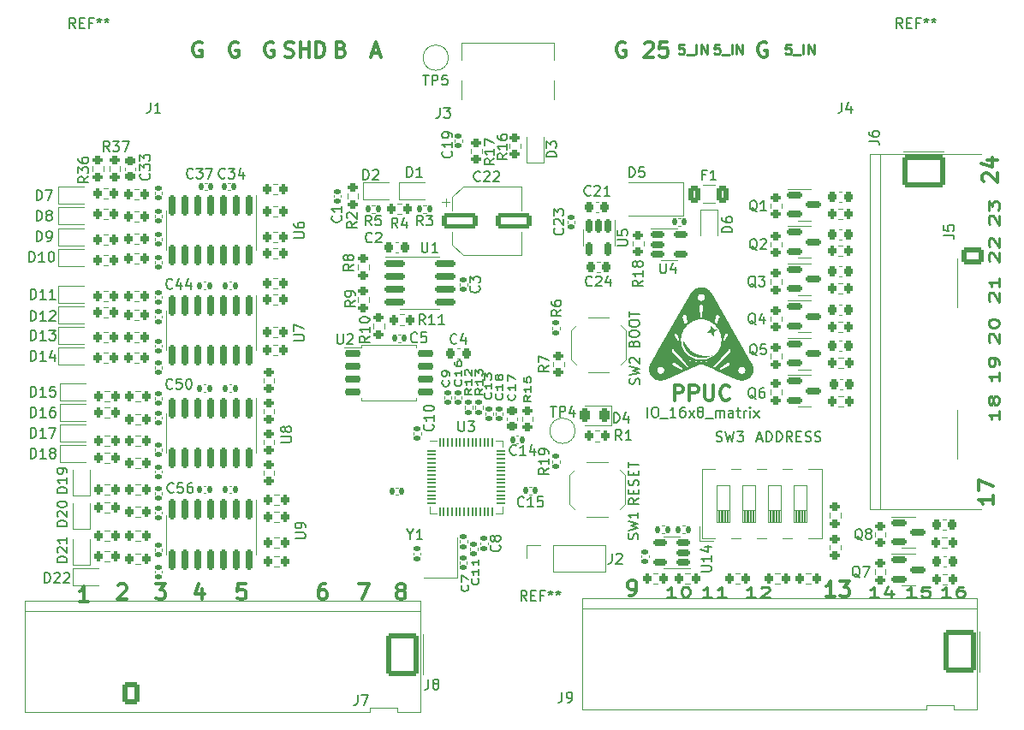
<source format=gto>
%TF.GenerationSoftware,KiCad,Pcbnew,6.0.11+dfsg-1*%
%TF.CreationDate,2024-03-26T21:26:54+01:00*%
%TF.ProjectId,IO_16x8_matrix,494f5f31-3678-4385-9f6d-61747269782e,0.1.0*%
%TF.SameCoordinates,Original*%
%TF.FileFunction,Legend,Top*%
%TF.FilePolarity,Positive*%
%FSLAX46Y46*%
G04 Gerber Fmt 4.6, Leading zero omitted, Abs format (unit mm)*
G04 Created by KiCad (PCBNEW 6.0.11+dfsg-1) date 2024-03-26 21:26:54*
%MOMM*%
%LPD*%
G01*
G04 APERTURE LIST*
G04 Aperture macros list*
%AMRoundRect*
0 Rectangle with rounded corners*
0 $1 Rounding radius*
0 $2 $3 $4 $5 $6 $7 $8 $9 X,Y pos of 4 corners*
0 Add a 4 corners polygon primitive as box body*
4,1,4,$2,$3,$4,$5,$6,$7,$8,$9,$2,$3,0*
0 Add four circle primitives for the rounded corners*
1,1,$1+$1,$2,$3*
1,1,$1+$1,$4,$5*
1,1,$1+$1,$6,$7*
1,1,$1+$1,$8,$9*
0 Add four rect primitives between the rounded corners*
20,1,$1+$1,$2,$3,$4,$5,0*
20,1,$1+$1,$4,$5,$6,$7,0*
20,1,$1+$1,$6,$7,$8,$9,0*
20,1,$1+$1,$8,$9,$2,$3,0*%
G04 Aperture macros list end*
%ADD10C,0.000000*%
%ADD11C,0.300000*%
%ADD12C,0.250000*%
%ADD13C,0.150000*%
%ADD14C,0.120000*%
%ADD15RoundRect,0.140000X-0.140000X-0.170000X0.140000X-0.170000X0.140000X0.170000X-0.140000X0.170000X0*%
%ADD16C,2.000000*%
%ADD17RoundRect,0.140000X0.170000X-0.140000X0.170000X0.140000X-0.170000X0.140000X-0.170000X-0.140000X0*%
%ADD18RoundRect,0.140000X-0.170000X0.140000X-0.170000X-0.140000X0.170000X-0.140000X0.170000X0.140000X0*%
%ADD19C,2.400000*%
%ADD20RoundRect,0.200000X0.200000X0.275000X-0.200000X0.275000X-0.200000X-0.275000X0.200000X-0.275000X0*%
%ADD21RoundRect,0.200000X-0.275000X0.200000X-0.275000X-0.200000X0.275000X-0.200000X0.275000X0.200000X0*%
%ADD22R,0.600000X0.450000*%
%ADD23RoundRect,0.150000X-0.587500X-0.150000X0.587500X-0.150000X0.587500X0.150000X-0.587500X0.150000X0*%
%ADD24RoundRect,0.150000X-0.512500X-0.150000X0.512500X-0.150000X0.512500X0.150000X-0.512500X0.150000X0*%
%ADD25RoundRect,0.200000X0.275000X-0.200000X0.275000X0.200000X-0.275000X0.200000X-0.275000X-0.200000X0*%
%ADD26RoundRect,0.140000X0.140000X0.170000X-0.140000X0.170000X-0.140000X-0.170000X0.140000X-0.170000X0*%
%ADD27RoundRect,0.250000X-1.500000X-0.550000X1.500000X-0.550000X1.500000X0.550000X-1.500000X0.550000X0*%
%ADD28RoundRect,0.225000X0.225000X0.250000X-0.225000X0.250000X-0.225000X-0.250000X0.225000X-0.250000X0*%
%ADD29RoundRect,0.200000X-0.200000X-0.275000X0.200000X-0.275000X0.200000X0.275000X-0.200000X0.275000X0*%
%ADD30RoundRect,0.150000X-0.150000X0.512500X-0.150000X-0.512500X0.150000X-0.512500X0.150000X0.512500X0*%
%ADD31RoundRect,0.135000X0.185000X-0.135000X0.185000X0.135000X-0.185000X0.135000X-0.185000X-0.135000X0*%
%ADD32RoundRect,0.225000X-0.225000X-0.250000X0.225000X-0.250000X0.225000X0.250000X-0.225000X0.250000X0*%
%ADD33R,2.500000X1.800000*%
%ADD34RoundRect,0.250000X-1.850000X1.330000X-1.850000X-1.330000X1.850000X-1.330000X1.850000X1.330000X0*%
%ADD35O,4.200000X3.160000*%
%ADD36RoundRect,0.225000X0.250000X-0.225000X0.250000X0.225000X-0.250000X0.225000X-0.250000X-0.225000X0*%
%ADD37C,5.500000*%
%ADD38RoundRect,0.135000X0.135000X0.185000X-0.135000X0.185000X-0.135000X-0.185000X0.135000X-0.185000X0*%
%ADD39RoundRect,0.243750X0.243750X0.456250X-0.243750X0.456250X-0.243750X-0.456250X0.243750X-0.456250X0*%
%ADD40C,0.650000*%
%ADD41R,0.300000X1.150000*%
%ADD42O,1.000000X2.100000*%
%ADD43O,1.000000X1.600000*%
%ADD44RoundRect,0.150000X-0.150000X0.825000X-0.150000X-0.825000X0.150000X-0.825000X0.150000X0.825000X0*%
%ADD45RoundRect,0.150000X0.512500X0.150000X-0.512500X0.150000X-0.512500X-0.150000X0.512500X-0.150000X0*%
%ADD46R,0.450000X0.600000*%
%ADD47RoundRect,0.135000X-0.185000X0.135000X-0.185000X-0.135000X0.185000X-0.135000X0.185000X0.135000X0*%
%ADD48R,1.700000X1.700000*%
%ADD49O,1.700000X1.700000*%
%ADD50RoundRect,0.135000X-0.135000X-0.185000X0.135000X-0.185000X0.135000X0.185000X-0.135000X0.185000X0*%
%ADD51R,1.100000X1.800000*%
%ADD52RoundRect,0.050000X-0.387500X-0.050000X0.387500X-0.050000X0.387500X0.050000X-0.387500X0.050000X0*%
%ADD53RoundRect,0.050000X-0.050000X-0.387500X0.050000X-0.387500X0.050000X0.387500X-0.050000X0.387500X0*%
%ADD54R,3.200000X3.200000*%
%ADD55RoundRect,0.250000X-0.375000X-0.625000X0.375000X-0.625000X0.375000X0.625000X-0.375000X0.625000X0*%
%ADD56RoundRect,0.150000X-0.825000X-0.150000X0.825000X-0.150000X0.825000X0.150000X-0.825000X0.150000X0*%
%ADD57RoundRect,0.250000X1.330000X1.850000X-1.330000X1.850000X-1.330000X-1.850000X1.330000X-1.850000X0*%
%ADD58O,3.160000X4.200000*%
%ADD59RoundRect,0.250000X-0.620000X-0.845000X0.620000X-0.845000X0.620000X0.845000X-0.620000X0.845000X0*%
%ADD60O,1.740000X2.190000*%
%ADD61RoundRect,0.250000X-0.845000X0.620000X-0.845000X-0.620000X0.845000X-0.620000X0.845000X0.620000X0*%
%ADD62O,2.190000X1.740000*%
%ADD63R,1.120000X2.440000*%
%ADD64R,1.200000X1.400000*%
%ADD65RoundRect,0.150000X-0.650000X-0.150000X0.650000X-0.150000X0.650000X0.150000X-0.650000X0.150000X0*%
G04 APERTURE END LIST*
D10*
G36*
X167014902Y-74700993D02*
G01*
X167109922Y-74876881D01*
X167209982Y-75038675D01*
X167314530Y-75186939D01*
X167423013Y-75322238D01*
X167534878Y-75445135D01*
X167649572Y-75556197D01*
X167766541Y-75655988D01*
X167885234Y-75745072D01*
X168005096Y-75824013D01*
X168125574Y-75893378D01*
X168246117Y-75953729D01*
X168366170Y-76005633D01*
X168485181Y-76049653D01*
X168602596Y-76086354D01*
X168717863Y-76116301D01*
X168830429Y-76140058D01*
X168939740Y-76158191D01*
X169045244Y-76171263D01*
X169146387Y-76179840D01*
X169333381Y-76185765D01*
X169496296Y-76180483D01*
X169630710Y-76168512D01*
X169732197Y-76154368D01*
X169818695Y-76137633D01*
X169679067Y-76194109D01*
X169540608Y-76242563D01*
X169403519Y-76283106D01*
X169268000Y-76315847D01*
X169134253Y-76340895D01*
X169002478Y-76358361D01*
X168872875Y-76368353D01*
X168745645Y-76370983D01*
X168620988Y-76366359D01*
X168499105Y-76354592D01*
X168380197Y-76335790D01*
X168264465Y-76310064D01*
X168152108Y-76277524D01*
X168043327Y-76238279D01*
X167938323Y-76192439D01*
X167837297Y-76140113D01*
X167740449Y-76081412D01*
X167647979Y-76016446D01*
X167560088Y-75945323D01*
X167476978Y-75868153D01*
X167398847Y-75785047D01*
X167325898Y-75696114D01*
X167258330Y-75601464D01*
X167196344Y-75501207D01*
X167140140Y-75395451D01*
X167089920Y-75284308D01*
X167045883Y-75167887D01*
X167008231Y-75046296D01*
X166977164Y-74919648D01*
X166952882Y-74788050D01*
X166935586Y-74651612D01*
X166925477Y-74510446D01*
X167014902Y-74700993D01*
G37*
G36*
X169476169Y-77259466D02*
G01*
X169976122Y-77259466D01*
X170100476Y-77307091D01*
X171623153Y-75751341D01*
X171628068Y-75746150D01*
X171632642Y-75740757D01*
X171636877Y-75735175D01*
X171640772Y-75729420D01*
X171644330Y-75723506D01*
X171647550Y-75717448D01*
X171650434Y-75711260D01*
X171652981Y-75704957D01*
X171655193Y-75698552D01*
X171657071Y-75692062D01*
X171658615Y-75685500D01*
X171659826Y-75678881D01*
X171660704Y-75672219D01*
X171661251Y-75665529D01*
X171661467Y-75658825D01*
X171661353Y-75652123D01*
X171660909Y-75645436D01*
X171660137Y-75638778D01*
X171659036Y-75632166D01*
X171657609Y-75625613D01*
X171655855Y-75619133D01*
X171653775Y-75612741D01*
X171651370Y-75606452D01*
X171648640Y-75600281D01*
X171645587Y-75594241D01*
X171642211Y-75588347D01*
X171638513Y-75582615D01*
X171634494Y-75577057D01*
X171630154Y-75571690D01*
X171625494Y-75566527D01*
X171620514Y-75561583D01*
X171615216Y-75556873D01*
X171609924Y-75552567D01*
X171604473Y-75548577D01*
X171598876Y-75544904D01*
X171593145Y-75541545D01*
X171587292Y-75538501D01*
X171581328Y-75535769D01*
X171575267Y-75533350D01*
X171569120Y-75531241D01*
X171562900Y-75529443D01*
X171556618Y-75527953D01*
X171550286Y-75526772D01*
X171543918Y-75525898D01*
X171537524Y-75525330D01*
X171531117Y-75525067D01*
X171524709Y-75525109D01*
X171518312Y-75525453D01*
X171511938Y-75526101D01*
X171505600Y-75527049D01*
X171499309Y-75528298D01*
X171493078Y-75529846D01*
X171486919Y-75531693D01*
X171480843Y-75533837D01*
X171474864Y-75536277D01*
X171468992Y-75539013D01*
X171463240Y-75542044D01*
X171457621Y-75545368D01*
X171452146Y-75548985D01*
X171446828Y-75552894D01*
X171441678Y-75557093D01*
X171436709Y-75561582D01*
X171431933Y-75566360D01*
X171427361Y-75571425D01*
X169976122Y-77259466D01*
X169476169Y-77259466D01*
X169104321Y-77095424D01*
X169097896Y-77092779D01*
X169539559Y-77092779D01*
X169622903Y-77124529D01*
X170173236Y-76199810D01*
X170141675Y-76226842D01*
X170109509Y-76253347D01*
X170076754Y-76279294D01*
X170043425Y-76304651D01*
X170009538Y-76329389D01*
X169975109Y-76353475D01*
X169940152Y-76376879D01*
X169904684Y-76399571D01*
X169539559Y-77092779D01*
X169097896Y-77092779D01*
X169062525Y-77078216D01*
X169020049Y-77063302D01*
X168976988Y-77050683D01*
X168933437Y-77040358D01*
X168889490Y-77032327D01*
X168845243Y-77026591D01*
X168800791Y-77023149D01*
X168756228Y-77022002D01*
X168711649Y-77023149D01*
X168667151Y-77026591D01*
X168622826Y-77032327D01*
X168578771Y-77040358D01*
X168535080Y-77050683D01*
X168491849Y-77063302D01*
X168449171Y-77078216D01*
X168407143Y-77095424D01*
X165192456Y-78513591D01*
X165163870Y-78525606D01*
X165135170Y-78536845D01*
X165106365Y-78547310D01*
X165077466Y-78556999D01*
X165048481Y-78565913D01*
X165019420Y-78574052D01*
X164990294Y-78581416D01*
X164961111Y-78588005D01*
X164931882Y-78593819D01*
X164902616Y-78598857D01*
X164873323Y-78603120D01*
X164844012Y-78606609D01*
X164814694Y-78609322D01*
X164785378Y-78611260D01*
X164756073Y-78612422D01*
X164726789Y-78612810D01*
X164668158Y-78611263D01*
X164609902Y-78606640D01*
X164552120Y-78598962D01*
X164494907Y-78588253D01*
X164438361Y-78574537D01*
X164382578Y-78557836D01*
X164327655Y-78538175D01*
X164273690Y-78515575D01*
X164220780Y-78490061D01*
X164169020Y-78461656D01*
X164118508Y-78430383D01*
X164069341Y-78396265D01*
X164021616Y-78359325D01*
X163975430Y-78319587D01*
X163930879Y-78277074D01*
X163888060Y-78231809D01*
X163828597Y-78160414D01*
X163775742Y-78085862D01*
X163729529Y-78008501D01*
X163689995Y-77928676D01*
X163657173Y-77846735D01*
X163631099Y-77763024D01*
X163611808Y-77677892D01*
X163599334Y-77591684D01*
X163599323Y-77591518D01*
X164392091Y-77591518D01*
X164392545Y-77609513D01*
X164393892Y-77627270D01*
X164396109Y-77644765D01*
X164399176Y-77661979D01*
X164403070Y-77678888D01*
X164407771Y-77695471D01*
X164413254Y-77711706D01*
X164419500Y-77727572D01*
X164426487Y-77743046D01*
X164434191Y-77758107D01*
X164442593Y-77772733D01*
X164451669Y-77786901D01*
X164461398Y-77800592D01*
X164471759Y-77813782D01*
X164482729Y-77826449D01*
X164494286Y-77838573D01*
X164506410Y-77850130D01*
X164519078Y-77861100D01*
X164532267Y-77871461D01*
X164545958Y-77881190D01*
X164560127Y-77890266D01*
X164574752Y-77898668D01*
X164589813Y-77906372D01*
X164605287Y-77913359D01*
X164621153Y-77919605D01*
X164637388Y-77925089D01*
X164653971Y-77929789D01*
X164670880Y-77933683D01*
X164688094Y-77936750D01*
X164705589Y-77938967D01*
X164723346Y-77940314D01*
X164741341Y-77940768D01*
X164759336Y-77940314D01*
X164777093Y-77938967D01*
X164794589Y-77936750D01*
X164811802Y-77933683D01*
X164828711Y-77929789D01*
X164845294Y-77925089D01*
X164861529Y-77919605D01*
X164877395Y-77913359D01*
X164892869Y-77906372D01*
X164907930Y-77898668D01*
X164922556Y-77890266D01*
X164936724Y-77881190D01*
X164950415Y-77871461D01*
X164963605Y-77861100D01*
X164976272Y-77850130D01*
X164988396Y-77838573D01*
X164999953Y-77826449D01*
X165010923Y-77813782D01*
X165021284Y-77800592D01*
X165031013Y-77786901D01*
X165040089Y-77772733D01*
X165048491Y-77758107D01*
X165056196Y-77743046D01*
X165063182Y-77727572D01*
X165069428Y-77711706D01*
X165074912Y-77695471D01*
X165079612Y-77678888D01*
X165083506Y-77661979D01*
X165086573Y-77644765D01*
X165088791Y-77627270D01*
X165090137Y-77609513D01*
X165090591Y-77591518D01*
X165090137Y-77573522D01*
X165088791Y-77555766D01*
X165086573Y-77538270D01*
X165083506Y-77521057D01*
X165079612Y-77504148D01*
X165074912Y-77487565D01*
X165069428Y-77471329D01*
X165063182Y-77455464D01*
X165056196Y-77439990D01*
X165048491Y-77424929D01*
X165040090Y-77410303D01*
X165031013Y-77396134D01*
X165021284Y-77382444D01*
X165010923Y-77369254D01*
X164999953Y-77356586D01*
X164988396Y-77344463D01*
X164976272Y-77332905D01*
X164963605Y-77321935D01*
X164950415Y-77311575D01*
X164936725Y-77301845D01*
X164922556Y-77292769D01*
X164907930Y-77284368D01*
X164892869Y-77276663D01*
X164877395Y-77269677D01*
X164861529Y-77263431D01*
X164845294Y-77257947D01*
X164828711Y-77253247D01*
X164811802Y-77249353D01*
X164794589Y-77246286D01*
X164777093Y-77244068D01*
X164759336Y-77242721D01*
X164741341Y-77242268D01*
X164723346Y-77242721D01*
X164705589Y-77244068D01*
X164688094Y-77246286D01*
X164670880Y-77249353D01*
X164653971Y-77253247D01*
X164637388Y-77257947D01*
X164621153Y-77263431D01*
X164605287Y-77269677D01*
X164589813Y-77276663D01*
X164574753Y-77284368D01*
X164560127Y-77292769D01*
X164545958Y-77301845D01*
X164532267Y-77311575D01*
X164519078Y-77321935D01*
X164506410Y-77332905D01*
X164494287Y-77344463D01*
X164482729Y-77356587D01*
X164471759Y-77369254D01*
X164461398Y-77382444D01*
X164451669Y-77396134D01*
X164442593Y-77410303D01*
X164434191Y-77424929D01*
X164426487Y-77439990D01*
X164419500Y-77455464D01*
X164413254Y-77471330D01*
X164407771Y-77487565D01*
X164403070Y-77504148D01*
X164399176Y-77521057D01*
X164396109Y-77538270D01*
X164393892Y-77555766D01*
X164392545Y-77573522D01*
X164392091Y-77591518D01*
X163599323Y-77591518D01*
X163593712Y-77504747D01*
X163594977Y-77417428D01*
X163603165Y-77330075D01*
X163618309Y-77243033D01*
X163640446Y-77156651D01*
X163669608Y-77071274D01*
X163704680Y-76989923D01*
X165910957Y-76989923D01*
X165911139Y-76996403D01*
X165911629Y-77002854D01*
X165912421Y-77009263D01*
X165913514Y-77015618D01*
X165914904Y-77021908D01*
X165916587Y-77028121D01*
X165918561Y-77034245D01*
X165920823Y-77040267D01*
X165923369Y-77046177D01*
X165926196Y-77051962D01*
X165929302Y-77057610D01*
X165932682Y-77063110D01*
X165936334Y-77068450D01*
X165940255Y-77073617D01*
X165944441Y-77078600D01*
X165948890Y-77083387D01*
X165953598Y-77087967D01*
X165958561Y-77092326D01*
X165963778Y-77096454D01*
X165969245Y-77100339D01*
X165974958Y-77103968D01*
X165980914Y-77107330D01*
X166785247Y-77541247D01*
X167002205Y-77456580D01*
X166117174Y-76877142D01*
X166111030Y-76873363D01*
X166104759Y-76869960D01*
X166098377Y-76866930D01*
X166091897Y-76864270D01*
X166085332Y-76861976D01*
X166078697Y-76860045D01*
X166072005Y-76858473D01*
X166065270Y-76857257D01*
X166058507Y-76856395D01*
X166051728Y-76855881D01*
X166044947Y-76855713D01*
X166038179Y-76855888D01*
X166031437Y-76856402D01*
X166024735Y-76857252D01*
X166018087Y-76858434D01*
X166011506Y-76859945D01*
X166005007Y-76861781D01*
X165998603Y-76863940D01*
X165992308Y-76866418D01*
X165986136Y-76869211D01*
X165980100Y-76872315D01*
X165974215Y-76875729D01*
X165968494Y-76879448D01*
X165962951Y-76883468D01*
X165957600Y-76887787D01*
X165952455Y-76892401D01*
X165947529Y-76897307D01*
X165942836Y-76902501D01*
X165938391Y-76907979D01*
X165934206Y-76913740D01*
X165930296Y-76919778D01*
X165926674Y-76926091D01*
X165923620Y-76932217D01*
X165920903Y-76938431D01*
X165918521Y-76944723D01*
X165916471Y-76951079D01*
X165914749Y-76957489D01*
X165913352Y-76963941D01*
X165912278Y-76970422D01*
X165911523Y-76976920D01*
X165911083Y-76983425D01*
X165910957Y-76989923D01*
X163704680Y-76989923D01*
X163705833Y-76987250D01*
X163749154Y-76904925D01*
X164469996Y-75656256D01*
X165830597Y-75656256D01*
X165830658Y-75662675D01*
X165831024Y-75669085D01*
X165831697Y-75675475D01*
X165832677Y-75681834D01*
X165833965Y-75688149D01*
X165835559Y-75694408D01*
X165837462Y-75700601D01*
X165839672Y-75706713D01*
X165842190Y-75712735D01*
X165845017Y-75718654D01*
X165848152Y-75724458D01*
X165851596Y-75730136D01*
X165855349Y-75735675D01*
X165859412Y-75741063D01*
X165863784Y-75746289D01*
X165868466Y-75751341D01*
X167393789Y-77308414D01*
X167519466Y-77260789D01*
X166607091Y-76199810D01*
X167318382Y-76199810D01*
X167870039Y-77127174D01*
X167953383Y-77095424D01*
X167722088Y-76656216D01*
X168170341Y-76656216D01*
X168218958Y-76817777D01*
X168265591Y-76976361D01*
X168292049Y-76965778D01*
X168350258Y-76941966D01*
X168349636Y-76939320D01*
X169142685Y-76939320D01*
X169210153Y-76967101D01*
X169227351Y-76973716D01*
X169273984Y-76815958D01*
X169322601Y-76656217D01*
X169292836Y-76664112D01*
X169263070Y-76671761D01*
X169233305Y-76678913D01*
X169218422Y-76682225D01*
X169203539Y-76685320D01*
X169172616Y-76813313D01*
X169142685Y-76939320D01*
X168349636Y-76939320D01*
X168320326Y-76814635D01*
X168300792Y-76732945D01*
X168706122Y-76732945D01*
X168708768Y-76870529D01*
X168714165Y-76870092D01*
X168719455Y-76869764D01*
X168724651Y-76869529D01*
X168729769Y-76869371D01*
X168739836Y-76869226D01*
X168749778Y-76869206D01*
X168790789Y-76870529D01*
X168793434Y-76732945D01*
X168706122Y-76732945D01*
X168300792Y-76732945D01*
X168289403Y-76685320D01*
X168259079Y-76678354D01*
X168229376Y-76671264D01*
X168199920Y-76663926D01*
X168170341Y-76656216D01*
X167722088Y-76656216D01*
X167586934Y-76399571D01*
X167551521Y-76376879D01*
X167516696Y-76353475D01*
X167482429Y-76329389D01*
X167448690Y-76304651D01*
X167415446Y-76279294D01*
X167382668Y-76253347D01*
X167350324Y-76226842D01*
X167318382Y-76199810D01*
X166607091Y-76199810D01*
X166065581Y-75570101D01*
X166060754Y-75564803D01*
X166055708Y-75559824D01*
X166050458Y-75555164D01*
X166045016Y-75550824D01*
X166039397Y-75546804D01*
X166033615Y-75543106D01*
X166027682Y-75539730D01*
X166021614Y-75536677D01*
X166015424Y-75533948D01*
X166009126Y-75531543D01*
X166002733Y-75529463D01*
X165996259Y-75527709D01*
X165989719Y-75526281D01*
X165983125Y-75525181D01*
X165976493Y-75524409D01*
X165969834Y-75523965D01*
X165963165Y-75523851D01*
X165956497Y-75524067D01*
X165949845Y-75524614D01*
X165943224Y-75525492D01*
X165936645Y-75526703D01*
X165930125Y-75528247D01*
X165923675Y-75530125D01*
X165917311Y-75532337D01*
X165911045Y-75534884D01*
X165904892Y-75537768D01*
X165898865Y-75540988D01*
X165892979Y-75544545D01*
X165887246Y-75548441D01*
X165881682Y-75552676D01*
X165876299Y-75557250D01*
X165871112Y-75562164D01*
X165866302Y-75567096D01*
X165861795Y-75572210D01*
X165857590Y-75577494D01*
X165853689Y-75582936D01*
X165850091Y-75588524D01*
X165846796Y-75594246D01*
X165843806Y-75600092D01*
X165841119Y-75606048D01*
X165838736Y-75612103D01*
X165836658Y-75618244D01*
X165834885Y-75624461D01*
X165833416Y-75630741D01*
X165832253Y-75637073D01*
X165831395Y-75643444D01*
X165830843Y-75649842D01*
X165830597Y-75656256D01*
X164469996Y-75656256D01*
X165364017Y-74107600D01*
X166095957Y-74107600D01*
X166096064Y-74114051D01*
X166096479Y-74120510D01*
X166097207Y-74126965D01*
X166098248Y-74133404D01*
X166099605Y-74139817D01*
X166101281Y-74146190D01*
X166103278Y-74152513D01*
X166105599Y-74158775D01*
X166108246Y-74164962D01*
X166111222Y-74171065D01*
X166114528Y-74177070D01*
X166622528Y-75030351D01*
X166610436Y-74973055D01*
X166599956Y-74915278D01*
X166591088Y-74857037D01*
X166583833Y-74798345D01*
X166578190Y-74739220D01*
X166574159Y-74679675D01*
X166571741Y-74619728D01*
X166570935Y-74559393D01*
X166570941Y-74552779D01*
X166754820Y-74552779D01*
X166757419Y-74655577D01*
X166765133Y-74757018D01*
X166777835Y-74856977D01*
X166795399Y-74955328D01*
X166817701Y-75051946D01*
X166844614Y-75146707D01*
X166876013Y-75239486D01*
X166911772Y-75330157D01*
X166951765Y-75418596D01*
X166995867Y-75504678D01*
X167043951Y-75588277D01*
X167095893Y-75669268D01*
X167151565Y-75747528D01*
X167210844Y-75822929D01*
X167273602Y-75895349D01*
X167339715Y-75964661D01*
X167409056Y-76030741D01*
X167481500Y-76093463D01*
X167556921Y-76152703D01*
X167635193Y-76208336D01*
X167716191Y-76260236D01*
X167799789Y-76308280D01*
X167885861Y-76352340D01*
X167974281Y-76392294D01*
X168064924Y-76428015D01*
X168157664Y-76459379D01*
X168252375Y-76486260D01*
X168348932Y-76508535D01*
X168447209Y-76526077D01*
X168547080Y-76538762D01*
X168648420Y-76546464D01*
X168751102Y-76549059D01*
X168853780Y-76546464D01*
X168955109Y-76538762D01*
X169054962Y-76526077D01*
X169153217Y-76508535D01*
X169249746Y-76486260D01*
X169344426Y-76459379D01*
X169437131Y-76428015D01*
X169527736Y-76392294D01*
X169616117Y-76352340D01*
X169702148Y-76308280D01*
X169785704Y-76260236D01*
X169866661Y-76208336D01*
X169944893Y-76152703D01*
X170020276Y-76093463D01*
X170092684Y-76030741D01*
X170161992Y-75964661D01*
X170228075Y-75895349D01*
X170290809Y-75822929D01*
X170350069Y-75747528D01*
X170405729Y-75669268D01*
X170457664Y-75588277D01*
X170505750Y-75504678D01*
X170549861Y-75418596D01*
X170589872Y-75330157D01*
X170625659Y-75239486D01*
X170657097Y-75146707D01*
X170684060Y-75051946D01*
X170689058Y-75030351D01*
X170870413Y-75030351D01*
X171377090Y-74178393D01*
X171380505Y-74172140D01*
X171383559Y-74165790D01*
X171386256Y-74159357D01*
X171388598Y-74152852D01*
X171390590Y-74146288D01*
X171392234Y-74139677D01*
X171393535Y-74133032D01*
X171394495Y-74126365D01*
X171395117Y-74119689D01*
X171395406Y-74113015D01*
X171395365Y-74106355D01*
X171394996Y-74099724D01*
X171394304Y-74093132D01*
X171393291Y-74086592D01*
X171391962Y-74080116D01*
X171390319Y-74073718D01*
X171388366Y-74067408D01*
X171386107Y-74061200D01*
X171383544Y-74055106D01*
X171380682Y-74049138D01*
X171377522Y-74043308D01*
X171374070Y-74037630D01*
X171370328Y-74032114D01*
X171366300Y-74026775D01*
X171361989Y-74021623D01*
X171357398Y-74016672D01*
X171352531Y-74011933D01*
X171347391Y-74007419D01*
X171341982Y-74003143D01*
X171336307Y-73999116D01*
X171330370Y-73995352D01*
X171324173Y-73991862D01*
X171318051Y-73988811D01*
X171311848Y-73986105D01*
X171305574Y-73983741D01*
X171299242Y-73981715D01*
X171292862Y-73980023D01*
X171286446Y-73978662D01*
X171280005Y-73977628D01*
X171273551Y-73976917D01*
X171267095Y-73976526D01*
X171260648Y-73976451D01*
X171254223Y-73976689D01*
X171247829Y-73977235D01*
X171241479Y-73978087D01*
X171235184Y-73979240D01*
X171228956Y-73980691D01*
X171222805Y-73982436D01*
X171216743Y-73984472D01*
X171210782Y-73986796D01*
X171204933Y-73989402D01*
X171199207Y-73992289D01*
X171193615Y-73995451D01*
X171188170Y-73998886D01*
X171182883Y-74002590D01*
X171177764Y-74006559D01*
X171172825Y-74010790D01*
X171168078Y-74015278D01*
X171163534Y-74020021D01*
X171159204Y-74025015D01*
X171155100Y-74030256D01*
X171151233Y-74035740D01*
X171147615Y-74041464D01*
X171144257Y-74047424D01*
X170919361Y-74474726D01*
X170919589Y-74495583D01*
X170920188Y-74516564D01*
X170922007Y-74559393D01*
X170921147Y-74619728D01*
X170918596Y-74679675D01*
X170914403Y-74739219D01*
X170908612Y-74798345D01*
X170901272Y-74857036D01*
X170892427Y-74915278D01*
X170882126Y-74973055D01*
X170870413Y-75030351D01*
X170689058Y-75030351D01*
X170706423Y-74955328D01*
X170724062Y-74856977D01*
X170736851Y-74757018D01*
X170744666Y-74655577D01*
X170747382Y-74552779D01*
X170744783Y-74449980D01*
X170737069Y-74348539D01*
X170724367Y-74248581D01*
X170706803Y-74150230D01*
X170684501Y-74053611D01*
X170657588Y-73958850D01*
X170626189Y-73866071D01*
X170590430Y-73775400D01*
X170550437Y-73686961D01*
X170506336Y-73600880D01*
X170458251Y-73517281D01*
X170406310Y-73436289D01*
X170350637Y-73358030D01*
X170291359Y-73282628D01*
X170228600Y-73210208D01*
X170162488Y-73140896D01*
X170093147Y-73074817D01*
X170020703Y-73012094D01*
X169945282Y-72952854D01*
X169867010Y-72897221D01*
X169849347Y-72885904D01*
X170134872Y-72885904D01*
X170157568Y-72904939D01*
X170180016Y-72924330D01*
X170202217Y-72944063D01*
X170224169Y-72964121D01*
X170245873Y-72984490D01*
X170267329Y-73005153D01*
X170288537Y-73026094D01*
X170309497Y-73047300D01*
X170562174Y-72395102D01*
X170566141Y-72384258D01*
X170569372Y-72373325D01*
X170571883Y-72362327D01*
X170573690Y-72351293D01*
X170574807Y-72340248D01*
X170575251Y-72329219D01*
X170575038Y-72318232D01*
X170574183Y-72307314D01*
X170572703Y-72296490D01*
X170570612Y-72285788D01*
X170567926Y-72275234D01*
X170564662Y-72264854D01*
X170560835Y-72254674D01*
X170556461Y-72244722D01*
X170551555Y-72235023D01*
X170546134Y-72225603D01*
X170540212Y-72216490D01*
X170533807Y-72207709D01*
X170526932Y-72199287D01*
X170519606Y-72191251D01*
X170511842Y-72183627D01*
X170503657Y-72176440D01*
X170495066Y-72169719D01*
X170486086Y-72163488D01*
X170476731Y-72157775D01*
X170467019Y-72152605D01*
X170456964Y-72148006D01*
X170446582Y-72144003D01*
X170435889Y-72140624D01*
X170424901Y-72137894D01*
X170413633Y-72135839D01*
X170402101Y-72134487D01*
X170392216Y-72133749D01*
X170382414Y-72133512D01*
X170372708Y-72133765D01*
X170363111Y-72134498D01*
X170353636Y-72135699D01*
X170344297Y-72137359D01*
X170335105Y-72139467D01*
X170326075Y-72142011D01*
X170317219Y-72144982D01*
X170308551Y-72148369D01*
X170300083Y-72152160D01*
X170291829Y-72156346D01*
X170283801Y-72160916D01*
X170276014Y-72165859D01*
X170268479Y-72171164D01*
X170261210Y-72176821D01*
X170254221Y-72182818D01*
X170247523Y-72189147D01*
X170241131Y-72195795D01*
X170235057Y-72202752D01*
X170229314Y-72210007D01*
X170223916Y-72217551D01*
X170218875Y-72225371D01*
X170214205Y-72233458D01*
X170209919Y-72241801D01*
X170206029Y-72250388D01*
X170202550Y-72259211D01*
X170199493Y-72268257D01*
X170196872Y-72277516D01*
X170194701Y-72286978D01*
X170192991Y-72296632D01*
X170191757Y-72306466D01*
X170134872Y-72885904D01*
X169849347Y-72885904D01*
X169786012Y-72845321D01*
X169702414Y-72797278D01*
X169616342Y-72753217D01*
X169527922Y-72713264D01*
X169437279Y-72677542D01*
X169344539Y-72646179D01*
X169249828Y-72619297D01*
X169153271Y-72597023D01*
X169054994Y-72579481D01*
X168955123Y-72566796D01*
X168853784Y-72559093D01*
X168751102Y-72556498D01*
X168648303Y-72559097D01*
X168546862Y-72566810D01*
X168446904Y-72579512D01*
X168348553Y-72597077D01*
X168251934Y-72619379D01*
X168157173Y-72646292D01*
X168064394Y-72677691D01*
X167973723Y-72713450D01*
X167885284Y-72753443D01*
X167799202Y-72797544D01*
X167715603Y-72845629D01*
X167634612Y-72897570D01*
X167556352Y-72953243D01*
X167480950Y-73012522D01*
X167408531Y-73075280D01*
X167339219Y-73141393D01*
X167273139Y-73210734D01*
X167210417Y-73283177D01*
X167151176Y-73358598D01*
X167095544Y-73436871D01*
X167043643Y-73517868D01*
X166995600Y-73601466D01*
X166951539Y-73687538D01*
X166911586Y-73775958D01*
X166875865Y-73866601D01*
X166844501Y-73959341D01*
X166817619Y-74054053D01*
X166795345Y-74150610D01*
X166777803Y-74248886D01*
X166765118Y-74348757D01*
X166757416Y-74450097D01*
X166754820Y-74552779D01*
X166570941Y-74552779D01*
X166570955Y-74538350D01*
X166571100Y-74517060D01*
X166571493Y-74495769D01*
X166572258Y-74474726D01*
X166347362Y-74047424D01*
X166343868Y-74041224D01*
X166340093Y-74035276D01*
X166336049Y-74029584D01*
X166331750Y-74024152D01*
X166327209Y-74018985D01*
X166322439Y-74014087D01*
X166317452Y-74009461D01*
X166312263Y-74005112D01*
X166306884Y-74001044D01*
X166301328Y-73997261D01*
X166295608Y-73993768D01*
X166289737Y-73990568D01*
X166283729Y-73987665D01*
X166277597Y-73985064D01*
X166271352Y-73982768D01*
X166265010Y-73980783D01*
X166258582Y-73979111D01*
X166252083Y-73977757D01*
X166245524Y-73976726D01*
X166238919Y-73976021D01*
X166232281Y-73975646D01*
X166225623Y-73975606D01*
X166218958Y-73975904D01*
X166212300Y-73976545D01*
X166205661Y-73977533D01*
X166199055Y-73978872D01*
X166192494Y-73980566D01*
X166185992Y-73982620D01*
X166179561Y-73985036D01*
X166173215Y-73987820D01*
X166166967Y-73990976D01*
X166160830Y-73994508D01*
X166155006Y-73998110D01*
X166149439Y-74001965D01*
X166144133Y-74006059D01*
X166139090Y-74010383D01*
X166134313Y-74014923D01*
X166129803Y-74019669D01*
X166125564Y-74024609D01*
X166121598Y-74029730D01*
X166117907Y-74035023D01*
X166114493Y-74040474D01*
X166111359Y-74046072D01*
X166108508Y-74051807D01*
X166105942Y-74057665D01*
X166103663Y-74063635D01*
X166101674Y-74069707D01*
X166099976Y-74075867D01*
X166098574Y-74082105D01*
X166097468Y-74088409D01*
X166096662Y-74094767D01*
X166096158Y-74101168D01*
X166095957Y-74107600D01*
X165364017Y-74107600D01*
X166390686Y-72329166D01*
X166916415Y-72329166D01*
X166916830Y-72338593D01*
X166917715Y-72348044D01*
X166919079Y-72357502D01*
X166920927Y-72366952D01*
X166923266Y-72376379D01*
X166926103Y-72385768D01*
X166929445Y-72395102D01*
X167182122Y-73045977D01*
X167203082Y-73024772D01*
X167224290Y-73003830D01*
X167245746Y-72983167D01*
X167267450Y-72962798D01*
X167289402Y-72942740D01*
X167311602Y-72923007D01*
X167334051Y-72903616D01*
X167356747Y-72884581D01*
X167299862Y-72306466D01*
X167298513Y-72294931D01*
X167296470Y-72283653D01*
X167293757Y-72272647D01*
X167290400Y-72261932D01*
X167286424Y-72251522D01*
X167281857Y-72241435D01*
X167276722Y-72231688D01*
X167271047Y-72222296D01*
X167264856Y-72213276D01*
X167258175Y-72204644D01*
X167251030Y-72196418D01*
X167243446Y-72188613D01*
X167235450Y-72181246D01*
X167227067Y-72174334D01*
X167218322Y-72167892D01*
X167209242Y-72161938D01*
X167199851Y-72156487D01*
X167190176Y-72151557D01*
X167180243Y-72147164D01*
X167170076Y-72143324D01*
X167159702Y-72140053D01*
X167149146Y-72137369D01*
X167138435Y-72135288D01*
X167127593Y-72133826D01*
X167116646Y-72132999D01*
X167105621Y-72132824D01*
X167094542Y-72133318D01*
X167083435Y-72134497D01*
X167072327Y-72136378D01*
X167061242Y-72138976D01*
X167050207Y-72142309D01*
X167039247Y-72146393D01*
X167030093Y-72150201D01*
X167021241Y-72154419D01*
X167012698Y-72159032D01*
X167004469Y-72164025D01*
X166996561Y-72169383D01*
X166988983Y-72175089D01*
X166981739Y-72181129D01*
X166974837Y-72187486D01*
X166968285Y-72194146D01*
X166962088Y-72201093D01*
X166956253Y-72208311D01*
X166950787Y-72215784D01*
X166945698Y-72223498D01*
X166940991Y-72231437D01*
X166936673Y-72239585D01*
X166932752Y-72247927D01*
X166929234Y-72256447D01*
X166926126Y-72265130D01*
X166923435Y-72273960D01*
X166921166Y-72282922D01*
X166919329Y-72292001D01*
X166917928Y-72301180D01*
X166916970Y-72310444D01*
X166916464Y-72319778D01*
X166916415Y-72329166D01*
X166390686Y-72329166D01*
X167006189Y-71262969D01*
X168596145Y-71262969D01*
X168596320Y-71270622D01*
X168647914Y-72385841D01*
X168696862Y-72384022D01*
X168721212Y-72383422D01*
X168745810Y-72383195D01*
X168770594Y-72383422D01*
X168795254Y-72384022D01*
X168819666Y-72384869D01*
X168843706Y-72385841D01*
X168895299Y-71270622D01*
X168895448Y-71262481D01*
X168895159Y-71254437D01*
X168894443Y-71246501D01*
X168893312Y-71238684D01*
X168891777Y-71230998D01*
X168889849Y-71223454D01*
X168887539Y-71216063D01*
X168884860Y-71208838D01*
X168881823Y-71201789D01*
X168878438Y-71194928D01*
X168874717Y-71188266D01*
X168870673Y-71181814D01*
X168866315Y-71175584D01*
X168861655Y-71169588D01*
X168856706Y-71163836D01*
X168851478Y-71158340D01*
X168845982Y-71153112D01*
X168840230Y-71148162D01*
X168834233Y-71143503D01*
X168828004Y-71139145D01*
X168821552Y-71135100D01*
X168814890Y-71131379D01*
X168808029Y-71127995D01*
X168800980Y-71124957D01*
X168793754Y-71122278D01*
X168786364Y-71119969D01*
X168778820Y-71118041D01*
X168771134Y-71116505D01*
X168763317Y-71115374D01*
X168755381Y-71114658D01*
X168747336Y-71114369D01*
X168739195Y-71114518D01*
X168731441Y-71115083D01*
X168723813Y-71116024D01*
X168716317Y-71117334D01*
X168708965Y-71119001D01*
X168701763Y-71121016D01*
X168694721Y-71123370D01*
X168687848Y-71126051D01*
X168681152Y-71129050D01*
X168674643Y-71132357D01*
X168668328Y-71135962D01*
X168662216Y-71139856D01*
X168656317Y-71144028D01*
X168650638Y-71148468D01*
X168645190Y-71153167D01*
X168639979Y-71158115D01*
X168635016Y-71163301D01*
X168630308Y-71168715D01*
X168625865Y-71174349D01*
X168621695Y-71180191D01*
X168617808Y-71186232D01*
X168614210Y-71192462D01*
X168610913Y-71198871D01*
X168607923Y-71205449D01*
X168605250Y-71212187D01*
X168602903Y-71219073D01*
X168600890Y-71226099D01*
X168599220Y-71233254D01*
X168597902Y-71240529D01*
X168596944Y-71247913D01*
X168596355Y-71255396D01*
X168596145Y-71262969D01*
X167006189Y-71262969D01*
X167508870Y-70392206D01*
X168405821Y-70392206D01*
X168406274Y-70410201D01*
X168407621Y-70427958D01*
X168409838Y-70445453D01*
X168412905Y-70462667D01*
X168416800Y-70479576D01*
X168421500Y-70496159D01*
X168426984Y-70512394D01*
X168433230Y-70528260D01*
X168440216Y-70543734D01*
X168447921Y-70558794D01*
X168456322Y-70573420D01*
X168465398Y-70587589D01*
X168475128Y-70601279D01*
X168485488Y-70614469D01*
X168496458Y-70627137D01*
X168508016Y-70639260D01*
X168520139Y-70650818D01*
X168532807Y-70661788D01*
X168545997Y-70672149D01*
X168559687Y-70681878D01*
X168573856Y-70690954D01*
X168588482Y-70699355D01*
X168603543Y-70707060D01*
X168619017Y-70714046D01*
X168634882Y-70720292D01*
X168651118Y-70725776D01*
X168667701Y-70730476D01*
X168684610Y-70734371D01*
X168701823Y-70737438D01*
X168719319Y-70739655D01*
X168737075Y-70741002D01*
X168755071Y-70741456D01*
X168773066Y-70741002D01*
X168790822Y-70739655D01*
X168808318Y-70737438D01*
X168825531Y-70734371D01*
X168842440Y-70730476D01*
X168859024Y-70725776D01*
X168875259Y-70720292D01*
X168891124Y-70714046D01*
X168906598Y-70707060D01*
X168921659Y-70699355D01*
X168936285Y-70690954D01*
X168950454Y-70681878D01*
X168964144Y-70672149D01*
X168977334Y-70661788D01*
X168990002Y-70650818D01*
X169002125Y-70639260D01*
X169013683Y-70627137D01*
X169024653Y-70614469D01*
X169035014Y-70601279D01*
X169044743Y-70587589D01*
X169053819Y-70573420D01*
X169062220Y-70558794D01*
X169069925Y-70543734D01*
X169076911Y-70528260D01*
X169083157Y-70512394D01*
X169088641Y-70496159D01*
X169093341Y-70479576D01*
X169097236Y-70462667D01*
X169100303Y-70445453D01*
X169102520Y-70427958D01*
X169103867Y-70410201D01*
X169104321Y-70392206D01*
X169103867Y-70374211D01*
X169102520Y-70356454D01*
X169100303Y-70338958D01*
X169097236Y-70321745D01*
X169093341Y-70304836D01*
X169088641Y-70288253D01*
X169083157Y-70272018D01*
X169076911Y-70256152D01*
X169069925Y-70240678D01*
X169062220Y-70225617D01*
X169053819Y-70210991D01*
X169044743Y-70196823D01*
X169035013Y-70183132D01*
X169024653Y-70169942D01*
X169013683Y-70157275D01*
X169002125Y-70145151D01*
X168990001Y-70133594D01*
X168977334Y-70122624D01*
X168964144Y-70112263D01*
X168950453Y-70102534D01*
X168936284Y-70093457D01*
X168921659Y-70085056D01*
X168906598Y-70077351D01*
X168891124Y-70070365D01*
X168875258Y-70064119D01*
X168859023Y-70058635D01*
X168842440Y-70053935D01*
X168825531Y-70050041D01*
X168808317Y-70046974D01*
X168790822Y-70044756D01*
X168773065Y-70043410D01*
X168755070Y-70042956D01*
X168737075Y-70043410D01*
X168719318Y-70044756D01*
X168701822Y-70046974D01*
X168684609Y-70050041D01*
X168667700Y-70053935D01*
X168651117Y-70058635D01*
X168634882Y-70064119D01*
X168619016Y-70070365D01*
X168603542Y-70077351D01*
X168588481Y-70085056D01*
X168573855Y-70093457D01*
X168559687Y-70102534D01*
X168545996Y-70112263D01*
X168532806Y-70122624D01*
X168520139Y-70133594D01*
X168508015Y-70145151D01*
X168496458Y-70157275D01*
X168485488Y-70169942D01*
X168475127Y-70183132D01*
X168465398Y-70196823D01*
X168456322Y-70210991D01*
X168447920Y-70225617D01*
X168440216Y-70240678D01*
X168433229Y-70256152D01*
X168426984Y-70272018D01*
X168421500Y-70288253D01*
X168416800Y-70304836D01*
X168412905Y-70321745D01*
X168409838Y-70338958D01*
X168407621Y-70356454D01*
X168406274Y-70374211D01*
X168405821Y-70392206D01*
X167508870Y-70392206D01*
X167770821Y-69938446D01*
X167811146Y-69873413D01*
X167855110Y-69811831D01*
X167902539Y-69753803D01*
X167953259Y-69699432D01*
X168007095Y-69648821D01*
X168063872Y-69602071D01*
X168123417Y-69559287D01*
X168185555Y-69520570D01*
X168250111Y-69486023D01*
X168316911Y-69455749D01*
X168385781Y-69429851D01*
X168456546Y-69408432D01*
X168529032Y-69391593D01*
X168603064Y-69379439D01*
X168678469Y-69372071D01*
X168755071Y-69369592D01*
X168793510Y-69370214D01*
X168831673Y-69372071D01*
X168869535Y-69375150D01*
X168907077Y-69379439D01*
X168944275Y-69384924D01*
X168981109Y-69391593D01*
X169017556Y-69399434D01*
X169053595Y-69408432D01*
X169089204Y-69418575D01*
X169124360Y-69429851D01*
X169159043Y-69442247D01*
X169193230Y-69455749D01*
X169226900Y-69470346D01*
X169260030Y-69486023D01*
X169292600Y-69502769D01*
X169324586Y-69520570D01*
X169355968Y-69539413D01*
X169386724Y-69559287D01*
X169416831Y-69580177D01*
X169446269Y-69602071D01*
X169475014Y-69624957D01*
X169503046Y-69648821D01*
X169530343Y-69673650D01*
X169556882Y-69699432D01*
X169582642Y-69726154D01*
X169607602Y-69753803D01*
X169631739Y-69782366D01*
X169655031Y-69811831D01*
X169677457Y-69842184D01*
X169698995Y-69873413D01*
X169719624Y-69905504D01*
X169739320Y-69938446D01*
X173760986Y-76904925D01*
X173783536Y-76945853D01*
X173804308Y-76987250D01*
X173840535Y-77071276D01*
X173869704Y-77156659D01*
X173891852Y-77243054D01*
X173907016Y-77330115D01*
X173915233Y-77417498D01*
X173916539Y-77504858D01*
X173910972Y-77591849D01*
X173898568Y-77678127D01*
X173879364Y-77763347D01*
X173853397Y-77847165D01*
X173820704Y-77929234D01*
X173781321Y-78009210D01*
X173735285Y-78086749D01*
X173682634Y-78161504D01*
X173653839Y-78197731D01*
X173623403Y-78233132D01*
X173558627Y-78299767D01*
X173490034Y-78360215D01*
X173417965Y-78414400D01*
X173342759Y-78462245D01*
X173264754Y-78503671D01*
X173184291Y-78538602D01*
X173101707Y-78566960D01*
X173017342Y-78588666D01*
X172931536Y-78603645D01*
X172844627Y-78611817D01*
X172756954Y-78613107D01*
X172668857Y-78607435D01*
X172580675Y-78594725D01*
X172492747Y-78574900D01*
X172405411Y-78547881D01*
X172319008Y-78513591D01*
X170228861Y-77591518D01*
X172419549Y-77591518D01*
X172420003Y-77609513D01*
X172421349Y-77627270D01*
X172423567Y-77644765D01*
X172426634Y-77661979D01*
X172430528Y-77678888D01*
X172435228Y-77695471D01*
X172440712Y-77711706D01*
X172446958Y-77727572D01*
X172453944Y-77743046D01*
X172461649Y-77758107D01*
X172470051Y-77772733D01*
X172479127Y-77786901D01*
X172488856Y-77800592D01*
X172499217Y-77813782D01*
X172510187Y-77826449D01*
X172521745Y-77838573D01*
X172533868Y-77850130D01*
X172546536Y-77861100D01*
X172559726Y-77871461D01*
X172573416Y-77881190D01*
X172587585Y-77890266D01*
X172602211Y-77898668D01*
X172617271Y-77906372D01*
X172632746Y-77913359D01*
X172648611Y-77919605D01*
X172664846Y-77925089D01*
X172681429Y-77929789D01*
X172698338Y-77933683D01*
X172715552Y-77936750D01*
X172733047Y-77938967D01*
X172750804Y-77940314D01*
X172768799Y-77940768D01*
X172786678Y-77940314D01*
X172804333Y-77938967D01*
X172821741Y-77936750D01*
X172838880Y-77933683D01*
X172855728Y-77929789D01*
X172872261Y-77925089D01*
X172888457Y-77919605D01*
X172904295Y-77913359D01*
X172919750Y-77906372D01*
X172934802Y-77898668D01*
X172949426Y-77890266D01*
X172963601Y-77881190D01*
X172977305Y-77871461D01*
X172990513Y-77861100D01*
X173003205Y-77850130D01*
X173015358Y-77838573D01*
X173026948Y-77826449D01*
X173037954Y-77813782D01*
X173048353Y-77800592D01*
X173058123Y-77786901D01*
X173067240Y-77772733D01*
X173075683Y-77758107D01*
X173083428Y-77743046D01*
X173090454Y-77727572D01*
X173096738Y-77711706D01*
X173102257Y-77695471D01*
X173106988Y-77678888D01*
X173110910Y-77661979D01*
X173114000Y-77644765D01*
X173116235Y-77627270D01*
X173117592Y-77609513D01*
X173118050Y-77591518D01*
X173117596Y-77573522D01*
X173116249Y-77555766D01*
X173114032Y-77538270D01*
X173110965Y-77521057D01*
X173107070Y-77504148D01*
X173102370Y-77487565D01*
X173096886Y-77471329D01*
X173090640Y-77455464D01*
X173083654Y-77439990D01*
X173075949Y-77424929D01*
X173067548Y-77410303D01*
X173058472Y-77396134D01*
X173048742Y-77382444D01*
X173038382Y-77369254D01*
X173027412Y-77356586D01*
X173015854Y-77344463D01*
X173003730Y-77332905D01*
X172991063Y-77321935D01*
X172977873Y-77311575D01*
X172964183Y-77301845D01*
X172950014Y-77292769D01*
X172935388Y-77284368D01*
X172920327Y-77276663D01*
X172904853Y-77269677D01*
X172888987Y-77263431D01*
X172872752Y-77257947D01*
X172856169Y-77253247D01*
X172839260Y-77249353D01*
X172822046Y-77246286D01*
X172804551Y-77244068D01*
X172786794Y-77242721D01*
X172768799Y-77242268D01*
X172750804Y-77242721D01*
X172733047Y-77244068D01*
X172715551Y-77246286D01*
X172698338Y-77249353D01*
X172681429Y-77253247D01*
X172664846Y-77257947D01*
X172648611Y-77263431D01*
X172632745Y-77269677D01*
X172617271Y-77276663D01*
X172602210Y-77284368D01*
X172587584Y-77292769D01*
X172573416Y-77301845D01*
X172559725Y-77311575D01*
X172546535Y-77321935D01*
X172533868Y-77332905D01*
X172521744Y-77344463D01*
X172510187Y-77356587D01*
X172499217Y-77369254D01*
X172488856Y-77382444D01*
X172479127Y-77396134D01*
X172470050Y-77410303D01*
X172461649Y-77424929D01*
X172453944Y-77439990D01*
X172446958Y-77455464D01*
X172440712Y-77471330D01*
X172435228Y-77487565D01*
X172430528Y-77504148D01*
X172426634Y-77521057D01*
X172423567Y-77538270D01*
X172421349Y-77555766D01*
X172420003Y-77573522D01*
X172419549Y-77591518D01*
X170228861Y-77591518D01*
X169919988Y-77455258D01*
X170490736Y-77455258D01*
X170709018Y-77538601D01*
X171509383Y-77107330D01*
X171515696Y-77103709D01*
X171521734Y-77099799D01*
X171527494Y-77095614D01*
X171532973Y-77091169D01*
X171538167Y-77086476D01*
X171543073Y-77081550D01*
X171547687Y-77076405D01*
X171552005Y-77071054D01*
X171556026Y-77065511D01*
X171559745Y-77059790D01*
X171563158Y-77053905D01*
X171566263Y-77047869D01*
X171569056Y-77041697D01*
X171571533Y-77035402D01*
X171573692Y-77028998D01*
X171575528Y-77022499D01*
X171577039Y-77015918D01*
X171578221Y-77009270D01*
X171579071Y-77002568D01*
X171579585Y-76995826D01*
X171579760Y-76989058D01*
X171579592Y-76982277D01*
X171579078Y-76975499D01*
X171578215Y-76968735D01*
X171577000Y-76962000D01*
X171575428Y-76955308D01*
X171573497Y-76948673D01*
X171571203Y-76942109D01*
X171568543Y-76935628D01*
X171565513Y-76929246D01*
X171562110Y-76922976D01*
X171558331Y-76916831D01*
X171554368Y-76911251D01*
X171550175Y-76905921D01*
X171545765Y-76900846D01*
X171541148Y-76896029D01*
X171536336Y-76891472D01*
X171531338Y-76887179D01*
X171526167Y-76883152D01*
X171520834Y-76879396D01*
X171515350Y-76875914D01*
X171509726Y-76872707D01*
X171503973Y-76869780D01*
X171498102Y-76867136D01*
X171492125Y-76864778D01*
X171486052Y-76862708D01*
X171479894Y-76860931D01*
X171473664Y-76859449D01*
X171467372Y-76858266D01*
X171461029Y-76857384D01*
X171454646Y-76856807D01*
X171448234Y-76856537D01*
X171441805Y-76856579D01*
X171435370Y-76856935D01*
X171428940Y-76857608D01*
X171422525Y-76858602D01*
X171416138Y-76859919D01*
X171409789Y-76861563D01*
X171403489Y-76863537D01*
X171397250Y-76865844D01*
X171391083Y-76868487D01*
X171384998Y-76871470D01*
X171379008Y-76874795D01*
X171373122Y-76878466D01*
X170490736Y-77455258D01*
X169919988Y-77455258D01*
X169476169Y-77259466D01*
G37*
G36*
X169713967Y-73175781D02*
G01*
X169717097Y-73176473D01*
X169720303Y-73177568D01*
X169723580Y-73179069D01*
X169726923Y-73180976D01*
X169730328Y-73183291D01*
X169733790Y-73186015D01*
X169737302Y-73189149D01*
X169740860Y-73192694D01*
X169744459Y-73196652D01*
X169748094Y-73201024D01*
X169751760Y-73205810D01*
X169755452Y-73211013D01*
X169759164Y-73216633D01*
X169875581Y-73397873D01*
X169883625Y-73409676D01*
X169892804Y-73421230D01*
X169903015Y-73432475D01*
X169914152Y-73443348D01*
X169926110Y-73453786D01*
X169938786Y-73463729D01*
X169952074Y-73473113D01*
X169965870Y-73481878D01*
X169980068Y-73489960D01*
X169994565Y-73497298D01*
X170009256Y-73503830D01*
X170024036Y-73509494D01*
X170038801Y-73514227D01*
X170053445Y-73517968D01*
X170067865Y-73520656D01*
X170081955Y-73522226D01*
X170296268Y-73539424D01*
X170303023Y-73540013D01*
X170309397Y-73540782D01*
X170315388Y-73541727D01*
X170320995Y-73542843D01*
X170326216Y-73544124D01*
X170331050Y-73545566D01*
X170335496Y-73547164D01*
X170339552Y-73548912D01*
X170343216Y-73550806D01*
X170346487Y-73552839D01*
X170349364Y-73555008D01*
X170351846Y-73557307D01*
X170353930Y-73559731D01*
X170355615Y-73562275D01*
X170356900Y-73564934D01*
X170357783Y-73567702D01*
X170358264Y-73570575D01*
X170358339Y-73573548D01*
X170358009Y-73576615D01*
X170357272Y-73579771D01*
X170356125Y-73583012D01*
X170354568Y-73586332D01*
X170352600Y-73589726D01*
X170350218Y-73593189D01*
X170347421Y-73596716D01*
X170344209Y-73600302D01*
X170340578Y-73603941D01*
X170336529Y-73607630D01*
X170332059Y-73611362D01*
X170327167Y-73615132D01*
X170321852Y-73618936D01*
X170316112Y-73622769D01*
X170134872Y-73737862D01*
X170123069Y-73745906D01*
X170111514Y-73755086D01*
X170100269Y-73765297D01*
X170089396Y-73776434D01*
X170078958Y-73788392D01*
X170069015Y-73801068D01*
X170059631Y-73814356D01*
X170050866Y-73828151D01*
X170042784Y-73842350D01*
X170035446Y-73856847D01*
X170028914Y-73871538D01*
X170023250Y-73886318D01*
X170018517Y-73901083D01*
X170014775Y-73915728D01*
X170012088Y-73930147D01*
X170010517Y-73944238D01*
X169993320Y-74158550D01*
X169992611Y-74165305D01*
X169991730Y-74171679D01*
X169990680Y-74177671D01*
X169989467Y-74183279D01*
X169988097Y-74188503D01*
X169986573Y-74193341D01*
X169984902Y-74197792D01*
X169983088Y-74201855D01*
X169981136Y-74205528D01*
X169979052Y-74208810D01*
X169976841Y-74211700D01*
X169974507Y-74214198D01*
X169972056Y-74216301D01*
X169969493Y-74218008D01*
X169966823Y-74219318D01*
X169964050Y-74220231D01*
X169961181Y-74220744D01*
X169958220Y-74220857D01*
X169955173Y-74220569D01*
X169952043Y-74219877D01*
X169948837Y-74218781D01*
X169945560Y-74217281D01*
X169942217Y-74215373D01*
X169938812Y-74213058D01*
X169935350Y-74210334D01*
X169931838Y-74207200D01*
X169928280Y-74203655D01*
X169924681Y-74199697D01*
X169921046Y-74195326D01*
X169917380Y-74190539D01*
X169913688Y-74185337D01*
X169909976Y-74179717D01*
X169794882Y-73998477D01*
X169786838Y-73986674D01*
X169777659Y-73975119D01*
X169767448Y-73963874D01*
X169756311Y-73953001D01*
X169744352Y-73942563D01*
X169731677Y-73932620D01*
X169718389Y-73923236D01*
X169704593Y-73914471D01*
X169690394Y-73906389D01*
X169675897Y-73899051D01*
X169661206Y-73892519D01*
X169646426Y-73886856D01*
X169631661Y-73882122D01*
X169617017Y-73878381D01*
X169602597Y-73875694D01*
X169588507Y-73874123D01*
X169374194Y-73856925D01*
X169367439Y-73856216D01*
X169361065Y-73855335D01*
X169355073Y-73854285D01*
X169349465Y-73853072D01*
X169344241Y-73851701D01*
X169339403Y-73850178D01*
X169334952Y-73848507D01*
X169330890Y-73846693D01*
X169327217Y-73844741D01*
X169323934Y-73842657D01*
X169321044Y-73840446D01*
X169318547Y-73838112D01*
X169316444Y-73835661D01*
X169314737Y-73833098D01*
X169313426Y-73830427D01*
X169312514Y-73827655D01*
X169312000Y-73824786D01*
X169311887Y-73821825D01*
X169312176Y-73818777D01*
X169312868Y-73815648D01*
X169313963Y-73812442D01*
X169315464Y-73809165D01*
X169317371Y-73805821D01*
X169319686Y-73802416D01*
X169322410Y-73798955D01*
X169325544Y-73795443D01*
X169329090Y-73791885D01*
X169333047Y-73788286D01*
X169337419Y-73784650D01*
X169342206Y-73780985D01*
X169347408Y-73777293D01*
X169353028Y-73773581D01*
X169534268Y-73658487D01*
X169546071Y-73650443D01*
X169557626Y-73641264D01*
X169568871Y-73631053D01*
X169579744Y-73619916D01*
X169590182Y-73607957D01*
X169600125Y-73595282D01*
X169609509Y-73581994D01*
X169618273Y-73568198D01*
X169626356Y-73553999D01*
X169633694Y-73539502D01*
X169640226Y-73524811D01*
X169645889Y-73510031D01*
X169650623Y-73495267D01*
X169654364Y-73480622D01*
X169657052Y-73466203D01*
X169658623Y-73452112D01*
X169675820Y-73237800D01*
X169676529Y-73231044D01*
X169677410Y-73224670D01*
X169678460Y-73218678D01*
X169679673Y-73213070D01*
X169681043Y-73207846D01*
X169682567Y-73203008D01*
X169684238Y-73198557D01*
X169686052Y-73194495D01*
X169688004Y-73190822D01*
X169690088Y-73187539D01*
X169692299Y-73184649D01*
X169694633Y-73182152D01*
X169697084Y-73180049D01*
X169699647Y-73178342D01*
X169702318Y-73177031D01*
X169705090Y-73176119D01*
X169707959Y-73175605D01*
X169710920Y-73175492D01*
X169713967Y-73175781D01*
G37*
D11*
X131603714Y-98746571D02*
X131318000Y-98746571D01*
X131175142Y-98818000D01*
X131103714Y-98889428D01*
X130960857Y-99103714D01*
X130889428Y-99389428D01*
X130889428Y-99960857D01*
X130960857Y-100103714D01*
X131032285Y-100175142D01*
X131175142Y-100246571D01*
X131460857Y-100246571D01*
X131603714Y-100175142D01*
X131675142Y-100103714D01*
X131746571Y-99960857D01*
X131746571Y-99603714D01*
X131675142Y-99460857D01*
X131603714Y-99389428D01*
X131460857Y-99318000D01*
X131175142Y-99318000D01*
X131032285Y-99389428D01*
X130960857Y-99460857D01*
X130889428Y-99603714D01*
X197655571Y-89947714D02*
X197655571Y-90804857D01*
X197655571Y-90376285D02*
X196155571Y-90376285D01*
X196369857Y-90519142D01*
X196512714Y-90662000D01*
X196584142Y-90804857D01*
X196155571Y-89447714D02*
X196155571Y-88447714D01*
X197655571Y-89090571D01*
X138922142Y-99389428D02*
X138779285Y-99318000D01*
X138707857Y-99246571D01*
X138636428Y-99103714D01*
X138636428Y-99032285D01*
X138707857Y-98889428D01*
X138779285Y-98818000D01*
X138922142Y-98746571D01*
X139207857Y-98746571D01*
X139350714Y-98818000D01*
X139422142Y-98889428D01*
X139493571Y-99032285D01*
X139493571Y-99103714D01*
X139422142Y-99246571D01*
X139350714Y-99318000D01*
X139207857Y-99389428D01*
X138922142Y-99389428D01*
X138779285Y-99460857D01*
X138707857Y-99532285D01*
X138636428Y-99675142D01*
X138636428Y-99960857D01*
X138707857Y-100103714D01*
X138779285Y-100175142D01*
X138922142Y-100246571D01*
X139207857Y-100246571D01*
X139350714Y-100175142D01*
X139422142Y-100103714D01*
X139493571Y-99960857D01*
X139493571Y-99675142D01*
X139422142Y-99532285D01*
X139350714Y-99460857D01*
X139207857Y-99389428D01*
X133157542Y-45816057D02*
X133371828Y-45887485D01*
X133443257Y-45958914D01*
X133514685Y-46101771D01*
X133514685Y-46316057D01*
X133443257Y-46458914D01*
X133371828Y-46530342D01*
X133228971Y-46601771D01*
X132657542Y-46601771D01*
X132657542Y-45101771D01*
X133157542Y-45101771D01*
X133300400Y-45173200D01*
X133371828Y-45244628D01*
X133443257Y-45387485D01*
X133443257Y-45530342D01*
X133371828Y-45673200D01*
X133300400Y-45744628D01*
X133157542Y-45816057D01*
X132657542Y-45816057D01*
X122943257Y-45173200D02*
X122800400Y-45101771D01*
X122586114Y-45101771D01*
X122371828Y-45173200D01*
X122228971Y-45316057D01*
X122157542Y-45458914D01*
X122086114Y-45744628D01*
X122086114Y-45958914D01*
X122157542Y-46244628D01*
X122228971Y-46387485D01*
X122371828Y-46530342D01*
X122586114Y-46601771D01*
X122728971Y-46601771D01*
X122943257Y-46530342D01*
X123014685Y-46458914D01*
X123014685Y-45958914D01*
X122728971Y-45958914D01*
X108124571Y-100500571D02*
X107267428Y-100500571D01*
X107696000Y-100500571D02*
X107696000Y-99000571D01*
X107553142Y-99214857D01*
X107410285Y-99357714D01*
X107267428Y-99429142D01*
D12*
X170545238Y-45324780D02*
X170069047Y-45324780D01*
X170021428Y-45800971D01*
X170069047Y-45753352D01*
X170164285Y-45705733D01*
X170402380Y-45705733D01*
X170497619Y-45753352D01*
X170545238Y-45800971D01*
X170592857Y-45896209D01*
X170592857Y-46134304D01*
X170545238Y-46229542D01*
X170497619Y-46277161D01*
X170402380Y-46324780D01*
X170164285Y-46324780D01*
X170069047Y-46277161D01*
X170021428Y-46229542D01*
X170783333Y-46420019D02*
X171545238Y-46420019D01*
X171783333Y-46324780D02*
X171783333Y-45324780D01*
X172259523Y-46324780D02*
X172259523Y-45324780D01*
X172830952Y-46324780D01*
X172830952Y-45324780D01*
D11*
X166104428Y-80561571D02*
X166104428Y-79061571D01*
X166675857Y-79061571D01*
X166818714Y-79133000D01*
X166890142Y-79204428D01*
X166961571Y-79347285D01*
X166961571Y-79561571D01*
X166890142Y-79704428D01*
X166818714Y-79775857D01*
X166675857Y-79847285D01*
X166104428Y-79847285D01*
X167604428Y-80561571D02*
X167604428Y-79061571D01*
X168175857Y-79061571D01*
X168318714Y-79133000D01*
X168390142Y-79204428D01*
X168461571Y-79347285D01*
X168461571Y-79561571D01*
X168390142Y-79704428D01*
X168318714Y-79775857D01*
X168175857Y-79847285D01*
X167604428Y-79847285D01*
X169104428Y-79061571D02*
X169104428Y-80275857D01*
X169175857Y-80418714D01*
X169247285Y-80490142D01*
X169390142Y-80561571D01*
X169675857Y-80561571D01*
X169818714Y-80490142D01*
X169890142Y-80418714D01*
X169961571Y-80275857D01*
X169961571Y-79061571D01*
X171533000Y-80418714D02*
X171461571Y-80490142D01*
X171247285Y-80561571D01*
X171104428Y-80561571D01*
X170890142Y-80490142D01*
X170747285Y-80347285D01*
X170675857Y-80204428D01*
X170604428Y-79918714D01*
X170604428Y-79704428D01*
X170675857Y-79418714D01*
X170747285Y-79275857D01*
X170890142Y-79133000D01*
X171104428Y-79061571D01*
X171247285Y-79061571D01*
X171461571Y-79133000D01*
X171533000Y-79204428D01*
D12*
X189960285Y-100020380D02*
X189103142Y-100020380D01*
X189531714Y-100020380D02*
X189531714Y-99020380D01*
X189388857Y-99163238D01*
X189246000Y-99258476D01*
X189103142Y-99306095D01*
X191317428Y-99020380D02*
X190603142Y-99020380D01*
X190531714Y-99496571D01*
X190603142Y-99448952D01*
X190746000Y-99401333D01*
X191103142Y-99401333D01*
X191246000Y-99448952D01*
X191317428Y-99496571D01*
X191388857Y-99591809D01*
X191388857Y-99829904D01*
X191317428Y-99925142D01*
X191246000Y-99972761D01*
X191103142Y-100020380D01*
X190746000Y-100020380D01*
X190603142Y-99972761D01*
X190531714Y-99925142D01*
D11*
X123674142Y-98746571D02*
X122959857Y-98746571D01*
X122888428Y-99460857D01*
X122959857Y-99389428D01*
X123102714Y-99318000D01*
X123459857Y-99318000D01*
X123602714Y-99389428D01*
X123674142Y-99460857D01*
X123745571Y-99603714D01*
X123745571Y-99960857D01*
X123674142Y-100103714D01*
X123602714Y-100175142D01*
X123459857Y-100246571D01*
X123102714Y-100246571D01*
X122959857Y-100175142D01*
X122888428Y-100103714D01*
D12*
X167040038Y-45324780D02*
X166563847Y-45324780D01*
X166516228Y-45800971D01*
X166563847Y-45753352D01*
X166659085Y-45705733D01*
X166897180Y-45705733D01*
X166992419Y-45753352D01*
X167040038Y-45800971D01*
X167087657Y-45896209D01*
X167087657Y-46134304D01*
X167040038Y-46229542D01*
X166992419Y-46277161D01*
X166897180Y-46324780D01*
X166659085Y-46324780D01*
X166563847Y-46277161D01*
X166516228Y-46229542D01*
X167278133Y-46420019D02*
X168040038Y-46420019D01*
X168278133Y-46324780D02*
X168278133Y-45324780D01*
X168754323Y-46324780D02*
X168754323Y-45324780D01*
X169325752Y-46324780D01*
X169325752Y-45324780D01*
D11*
X161225657Y-45173200D02*
X161082800Y-45101771D01*
X160868514Y-45101771D01*
X160654228Y-45173200D01*
X160511371Y-45316057D01*
X160439942Y-45458914D01*
X160368514Y-45744628D01*
X160368514Y-45958914D01*
X160439942Y-46244628D01*
X160511371Y-46387485D01*
X160654228Y-46530342D01*
X160868514Y-46601771D01*
X161011371Y-46601771D01*
X161225657Y-46530342D01*
X161297085Y-46458914D01*
X161297085Y-45958914D01*
X161011371Y-45958914D01*
D12*
X169767285Y-100020380D02*
X168910142Y-100020380D01*
X169338714Y-100020380D02*
X169338714Y-99020380D01*
X169195857Y-99163238D01*
X169053000Y-99258476D01*
X168910142Y-99306095D01*
X171195857Y-100020380D02*
X170338714Y-100020380D01*
X170767285Y-100020380D02*
X170767285Y-99020380D01*
X170624428Y-99163238D01*
X170481571Y-99258476D01*
X170338714Y-99306095D01*
D13*
X163433809Y-82240380D02*
X163433809Y-81240380D01*
X164100476Y-81240380D02*
X164290952Y-81240380D01*
X164386190Y-81288000D01*
X164481428Y-81383238D01*
X164529047Y-81573714D01*
X164529047Y-81907047D01*
X164481428Y-82097523D01*
X164386190Y-82192761D01*
X164290952Y-82240380D01*
X164100476Y-82240380D01*
X164005238Y-82192761D01*
X163910000Y-82097523D01*
X163862380Y-81907047D01*
X163862380Y-81573714D01*
X163910000Y-81383238D01*
X164005238Y-81288000D01*
X164100476Y-81240380D01*
X164719523Y-82335619D02*
X165481428Y-82335619D01*
X166243333Y-82240380D02*
X165671904Y-82240380D01*
X165957619Y-82240380D02*
X165957619Y-81240380D01*
X165862380Y-81383238D01*
X165767142Y-81478476D01*
X165671904Y-81526095D01*
X167100476Y-81240380D02*
X166910000Y-81240380D01*
X166814761Y-81288000D01*
X166767142Y-81335619D01*
X166671904Y-81478476D01*
X166624285Y-81668952D01*
X166624285Y-82049904D01*
X166671904Y-82145142D01*
X166719523Y-82192761D01*
X166814761Y-82240380D01*
X167005238Y-82240380D01*
X167100476Y-82192761D01*
X167148095Y-82145142D01*
X167195714Y-82049904D01*
X167195714Y-81811809D01*
X167148095Y-81716571D01*
X167100476Y-81668952D01*
X167005238Y-81621333D01*
X166814761Y-81621333D01*
X166719523Y-81668952D01*
X166671904Y-81716571D01*
X166624285Y-81811809D01*
X167529047Y-82240380D02*
X168052857Y-81573714D01*
X167529047Y-81573714D02*
X168052857Y-82240380D01*
X168576666Y-81668952D02*
X168481428Y-81621333D01*
X168433809Y-81573714D01*
X168386190Y-81478476D01*
X168386190Y-81430857D01*
X168433809Y-81335619D01*
X168481428Y-81288000D01*
X168576666Y-81240380D01*
X168767142Y-81240380D01*
X168862380Y-81288000D01*
X168910000Y-81335619D01*
X168957619Y-81430857D01*
X168957619Y-81478476D01*
X168910000Y-81573714D01*
X168862380Y-81621333D01*
X168767142Y-81668952D01*
X168576666Y-81668952D01*
X168481428Y-81716571D01*
X168433809Y-81764190D01*
X168386190Y-81859428D01*
X168386190Y-82049904D01*
X168433809Y-82145142D01*
X168481428Y-82192761D01*
X168576666Y-82240380D01*
X168767142Y-82240380D01*
X168862380Y-82192761D01*
X168910000Y-82145142D01*
X168957619Y-82049904D01*
X168957619Y-81859428D01*
X168910000Y-81764190D01*
X168862380Y-81716571D01*
X168767142Y-81668952D01*
X169148095Y-82335619D02*
X169910000Y-82335619D01*
X170148095Y-82240380D02*
X170148095Y-81573714D01*
X170148095Y-81668952D02*
X170195714Y-81621333D01*
X170290952Y-81573714D01*
X170433809Y-81573714D01*
X170529047Y-81621333D01*
X170576666Y-81716571D01*
X170576666Y-82240380D01*
X170576666Y-81716571D02*
X170624285Y-81621333D01*
X170719523Y-81573714D01*
X170862380Y-81573714D01*
X170957619Y-81621333D01*
X171005238Y-81716571D01*
X171005238Y-82240380D01*
X171910000Y-82240380D02*
X171910000Y-81716571D01*
X171862380Y-81621333D01*
X171767142Y-81573714D01*
X171576666Y-81573714D01*
X171481428Y-81621333D01*
X171910000Y-82192761D02*
X171814761Y-82240380D01*
X171576666Y-82240380D01*
X171481428Y-82192761D01*
X171433809Y-82097523D01*
X171433809Y-82002285D01*
X171481428Y-81907047D01*
X171576666Y-81859428D01*
X171814761Y-81859428D01*
X171910000Y-81811809D01*
X172243333Y-81573714D02*
X172624285Y-81573714D01*
X172386190Y-81240380D02*
X172386190Y-82097523D01*
X172433809Y-82192761D01*
X172529047Y-82240380D01*
X172624285Y-82240380D01*
X172957619Y-82240380D02*
X172957619Y-81573714D01*
X172957619Y-81764190D02*
X173005238Y-81668952D01*
X173052857Y-81621333D01*
X173148095Y-81573714D01*
X173243333Y-81573714D01*
X173576666Y-82240380D02*
X173576666Y-81573714D01*
X173576666Y-81240380D02*
X173529047Y-81288000D01*
X173576666Y-81335619D01*
X173624285Y-81288000D01*
X173576666Y-81240380D01*
X173576666Y-81335619D01*
X173957619Y-82240380D02*
X174481428Y-81573714D01*
X173957619Y-81573714D02*
X174481428Y-82240380D01*
D12*
X174085285Y-100020380D02*
X173228142Y-100020380D01*
X173656714Y-100020380D02*
X173656714Y-99020380D01*
X173513857Y-99163238D01*
X173371000Y-99258476D01*
X173228142Y-99306095D01*
X174656714Y-99115619D02*
X174728142Y-99068000D01*
X174871000Y-99020380D01*
X175228142Y-99020380D01*
X175371000Y-99068000D01*
X175442428Y-99115619D01*
X175513857Y-99210857D01*
X175513857Y-99306095D01*
X175442428Y-99448952D01*
X174585285Y-100020380D01*
X175513857Y-100020380D01*
D11*
X163189942Y-45244628D02*
X163261371Y-45173200D01*
X163404228Y-45101771D01*
X163761371Y-45101771D01*
X163904228Y-45173200D01*
X163975657Y-45244628D01*
X164047085Y-45387485D01*
X164047085Y-45530342D01*
X163975657Y-45744628D01*
X163118514Y-46601771D01*
X164047085Y-46601771D01*
X165404228Y-45101771D02*
X164689942Y-45101771D01*
X164618514Y-45816057D01*
X164689942Y-45744628D01*
X164832800Y-45673200D01*
X165189942Y-45673200D01*
X165332800Y-45744628D01*
X165404228Y-45816057D01*
X165475657Y-45958914D01*
X165475657Y-46316057D01*
X165404228Y-46458914D01*
X165332800Y-46530342D01*
X165189942Y-46601771D01*
X164832800Y-46601771D01*
X164689942Y-46530342D01*
X164618514Y-46458914D01*
D12*
X198191380Y-77755714D02*
X198191380Y-78612857D01*
X198191380Y-78184285D02*
X197191380Y-78184285D01*
X197334238Y-78327142D01*
X197429476Y-78470000D01*
X197477095Y-78612857D01*
X198191380Y-77041428D02*
X198191380Y-76755714D01*
X198143761Y-76612857D01*
X198096142Y-76541428D01*
X197953285Y-76398571D01*
X197762809Y-76327142D01*
X197381857Y-76327142D01*
X197286619Y-76398571D01*
X197239000Y-76470000D01*
X197191380Y-76612857D01*
X197191380Y-76898571D01*
X197239000Y-77041428D01*
X197286619Y-77112857D01*
X197381857Y-77184285D01*
X197619952Y-77184285D01*
X197715190Y-77112857D01*
X197762809Y-77041428D01*
X197810428Y-76898571D01*
X197810428Y-76612857D01*
X197762809Y-76470000D01*
X197715190Y-76398571D01*
X197619952Y-76327142D01*
D11*
X136193257Y-46173200D02*
X136907542Y-46173200D01*
X136050400Y-46601771D02*
X136550400Y-45101771D01*
X137050400Y-46601771D01*
X196679428Y-58927857D02*
X196608000Y-58856428D01*
X196536571Y-58713571D01*
X196536571Y-58356428D01*
X196608000Y-58213571D01*
X196679428Y-58142142D01*
X196822285Y-58070714D01*
X196965142Y-58070714D01*
X197179428Y-58142142D01*
X198036571Y-58999285D01*
X198036571Y-58070714D01*
X197036571Y-56785000D02*
X198036571Y-56785000D01*
X196465142Y-57142142D02*
X197536571Y-57499285D01*
X197536571Y-56570714D01*
D12*
X197286619Y-70738857D02*
X197239000Y-70667428D01*
X197191380Y-70524571D01*
X197191380Y-70167428D01*
X197239000Y-70024571D01*
X197286619Y-69953142D01*
X197381857Y-69881714D01*
X197477095Y-69881714D01*
X197619952Y-69953142D01*
X198191380Y-70810285D01*
X198191380Y-69881714D01*
X198191380Y-68453142D02*
X198191380Y-69310285D01*
X198191380Y-68881714D02*
X197191380Y-68881714D01*
X197334238Y-69024571D01*
X197429476Y-69167428D01*
X197477095Y-69310285D01*
D11*
X161639285Y-99865571D02*
X161925000Y-99865571D01*
X162067857Y-99794142D01*
X162139285Y-99722714D01*
X162282142Y-99508428D01*
X162353571Y-99222714D01*
X162353571Y-98651285D01*
X162282142Y-98508428D01*
X162210714Y-98437000D01*
X162067857Y-98365571D01*
X161782142Y-98365571D01*
X161639285Y-98437000D01*
X161567857Y-98508428D01*
X161496428Y-98651285D01*
X161496428Y-99008428D01*
X161567857Y-99151285D01*
X161639285Y-99222714D01*
X161782142Y-99294142D01*
X162067857Y-99294142D01*
X162210714Y-99222714D01*
X162282142Y-99151285D01*
X162353571Y-99008428D01*
D12*
X197286619Y-74802857D02*
X197239000Y-74731428D01*
X197191380Y-74588571D01*
X197191380Y-74231428D01*
X197239000Y-74088571D01*
X197286619Y-74017142D01*
X197381857Y-73945714D01*
X197477095Y-73945714D01*
X197619952Y-74017142D01*
X198191380Y-74874285D01*
X198191380Y-73945714D01*
X197191380Y-73017142D02*
X197191380Y-72874285D01*
X197239000Y-72731428D01*
X197286619Y-72660000D01*
X197381857Y-72588571D01*
X197572333Y-72517142D01*
X197810428Y-72517142D01*
X198000904Y-72588571D01*
X198096142Y-72660000D01*
X198143761Y-72731428D01*
X198191380Y-72874285D01*
X198191380Y-73017142D01*
X198143761Y-73160000D01*
X198096142Y-73231428D01*
X198000904Y-73302857D01*
X197810428Y-73374285D01*
X197572333Y-73374285D01*
X197381857Y-73302857D01*
X197286619Y-73231428D01*
X197239000Y-73160000D01*
X197191380Y-73017142D01*
D11*
X111077428Y-98889428D02*
X111148857Y-98818000D01*
X111291714Y-98746571D01*
X111648857Y-98746571D01*
X111791714Y-98818000D01*
X111863142Y-98889428D01*
X111934571Y-99032285D01*
X111934571Y-99175142D01*
X111863142Y-99389428D01*
X111006000Y-100246571D01*
X111934571Y-100246571D01*
D12*
X197286619Y-63118857D02*
X197239000Y-63047428D01*
X197191380Y-62904571D01*
X197191380Y-62547428D01*
X197239000Y-62404571D01*
X197286619Y-62333142D01*
X197381857Y-62261714D01*
X197477095Y-62261714D01*
X197619952Y-62333142D01*
X198191380Y-63190285D01*
X198191380Y-62261714D01*
X197191380Y-61761714D02*
X197191380Y-60833142D01*
X197572333Y-61333142D01*
X197572333Y-61118857D01*
X197619952Y-60976000D01*
X197667571Y-60904571D01*
X197762809Y-60833142D01*
X198000904Y-60833142D01*
X198096142Y-60904571D01*
X198143761Y-60976000D01*
X198191380Y-61118857D01*
X198191380Y-61547428D01*
X198143761Y-61690285D01*
X198096142Y-61761714D01*
X198191380Y-81565714D02*
X198191380Y-82422857D01*
X198191380Y-81994285D02*
X197191380Y-81994285D01*
X197334238Y-82137142D01*
X197429476Y-82280000D01*
X197477095Y-82422857D01*
X197619952Y-80708571D02*
X197572333Y-80851428D01*
X197524714Y-80922857D01*
X197429476Y-80994285D01*
X197381857Y-80994285D01*
X197286619Y-80922857D01*
X197239000Y-80851428D01*
X197191380Y-80708571D01*
X197191380Y-80422857D01*
X197239000Y-80280000D01*
X197286619Y-80208571D01*
X197381857Y-80137142D01*
X197429476Y-80137142D01*
X197524714Y-80208571D01*
X197572333Y-80280000D01*
X197619952Y-80422857D01*
X197619952Y-80708571D01*
X197667571Y-80851428D01*
X197715190Y-80922857D01*
X197810428Y-80994285D01*
X198000904Y-80994285D01*
X198096142Y-80922857D01*
X198143761Y-80851428D01*
X198191380Y-80708571D01*
X198191380Y-80422857D01*
X198143761Y-80280000D01*
X198096142Y-80208571D01*
X198000904Y-80137142D01*
X197810428Y-80137142D01*
X197715190Y-80208571D01*
X197667571Y-80280000D01*
X197619952Y-80422857D01*
D11*
X119411714Y-99246571D02*
X119411714Y-100246571D01*
X119054571Y-98675142D02*
X118697428Y-99746571D01*
X119626000Y-99746571D01*
X126443257Y-45173200D02*
X126300400Y-45101771D01*
X126086114Y-45101771D01*
X125871828Y-45173200D01*
X125728971Y-45316057D01*
X125657542Y-45458914D01*
X125586114Y-45744628D01*
X125586114Y-45958914D01*
X125657542Y-46244628D01*
X125728971Y-46387485D01*
X125871828Y-46530342D01*
X126086114Y-46601771D01*
X126228971Y-46601771D01*
X126443257Y-46530342D01*
X126514685Y-46458914D01*
X126514685Y-45958914D01*
X126228971Y-45958914D01*
D12*
X186277285Y-100020380D02*
X185420142Y-100020380D01*
X185848714Y-100020380D02*
X185848714Y-99020380D01*
X185705857Y-99163238D01*
X185563000Y-99258476D01*
X185420142Y-99306095D01*
X187563000Y-99353714D02*
X187563000Y-100020380D01*
X187205857Y-98972761D02*
X186848714Y-99687047D01*
X187777285Y-99687047D01*
X166211285Y-100020380D02*
X165354142Y-100020380D01*
X165782714Y-100020380D02*
X165782714Y-99020380D01*
X165639857Y-99163238D01*
X165497000Y-99258476D01*
X165354142Y-99306095D01*
X167139857Y-99020380D02*
X167282714Y-99020380D01*
X167425571Y-99068000D01*
X167497000Y-99115619D01*
X167568428Y-99210857D01*
X167639857Y-99401333D01*
X167639857Y-99639428D01*
X167568428Y-99829904D01*
X167497000Y-99925142D01*
X167425571Y-99972761D01*
X167282714Y-100020380D01*
X167139857Y-100020380D01*
X166997000Y-99972761D01*
X166925571Y-99925142D01*
X166854142Y-99829904D01*
X166782714Y-99639428D01*
X166782714Y-99401333D01*
X166854142Y-99210857D01*
X166925571Y-99115619D01*
X166997000Y-99068000D01*
X167139857Y-99020380D01*
X193389285Y-100020380D02*
X192532142Y-100020380D01*
X192960714Y-100020380D02*
X192960714Y-99020380D01*
X192817857Y-99163238D01*
X192675000Y-99258476D01*
X192532142Y-99306095D01*
X194675000Y-99020380D02*
X194389285Y-99020380D01*
X194246428Y-99068000D01*
X194175000Y-99115619D01*
X194032142Y-99258476D01*
X193960714Y-99448952D01*
X193960714Y-99829904D01*
X194032142Y-99925142D01*
X194103571Y-99972761D01*
X194246428Y-100020380D01*
X194532142Y-100020380D01*
X194675000Y-99972761D01*
X194746428Y-99925142D01*
X194817857Y-99829904D01*
X194817857Y-99591809D01*
X194746428Y-99496571D01*
X194675000Y-99448952D01*
X194532142Y-99401333D01*
X194246428Y-99401333D01*
X194103571Y-99448952D01*
X194032142Y-99496571D01*
X193960714Y-99591809D01*
D11*
X119355857Y-45159000D02*
X119213000Y-45087571D01*
X118998714Y-45087571D01*
X118784428Y-45159000D01*
X118641571Y-45301857D01*
X118570142Y-45444714D01*
X118498714Y-45730428D01*
X118498714Y-45944714D01*
X118570142Y-46230428D01*
X118641571Y-46373285D01*
X118784428Y-46516142D01*
X118998714Y-46587571D01*
X119141571Y-46587571D01*
X119355857Y-46516142D01*
X119427285Y-46444714D01*
X119427285Y-45944714D01*
X119141571Y-45944714D01*
D12*
X177606438Y-45324780D02*
X177130247Y-45324780D01*
X177082628Y-45800971D01*
X177130247Y-45753352D01*
X177225485Y-45705733D01*
X177463580Y-45705733D01*
X177558819Y-45753352D01*
X177606438Y-45800971D01*
X177654057Y-45896209D01*
X177654057Y-46134304D01*
X177606438Y-46229542D01*
X177558819Y-46277161D01*
X177463580Y-46324780D01*
X177225485Y-46324780D01*
X177130247Y-46277161D01*
X177082628Y-46229542D01*
X177844533Y-46420019D02*
X178606438Y-46420019D01*
X178844533Y-46324780D02*
X178844533Y-45324780D01*
X179320723Y-46324780D02*
X179320723Y-45324780D01*
X179892152Y-46324780D01*
X179892152Y-45324780D01*
D11*
X181959285Y-99992571D02*
X181102142Y-99992571D01*
X181530714Y-99992571D02*
X181530714Y-98492571D01*
X181387857Y-98706857D01*
X181245000Y-98849714D01*
X181102142Y-98921142D01*
X182459285Y-98492571D02*
X183387857Y-98492571D01*
X182887857Y-99064000D01*
X183102142Y-99064000D01*
X183245000Y-99135428D01*
X183316428Y-99206857D01*
X183387857Y-99349714D01*
X183387857Y-99706857D01*
X183316428Y-99849714D01*
X183245000Y-99921142D01*
X183102142Y-99992571D01*
X182673571Y-99992571D01*
X182530714Y-99921142D01*
X182459285Y-99849714D01*
D12*
X197286619Y-66801857D02*
X197239000Y-66730428D01*
X197191380Y-66587571D01*
X197191380Y-66230428D01*
X197239000Y-66087571D01*
X197286619Y-66016142D01*
X197381857Y-65944714D01*
X197477095Y-65944714D01*
X197619952Y-66016142D01*
X198191380Y-66873285D01*
X198191380Y-65944714D01*
X197286619Y-65373285D02*
X197239000Y-65301857D01*
X197191380Y-65159000D01*
X197191380Y-64801857D01*
X197239000Y-64659000D01*
X197286619Y-64587571D01*
X197381857Y-64516142D01*
X197477095Y-64516142D01*
X197619952Y-64587571D01*
X198191380Y-65444714D01*
X198191380Y-64516142D01*
D11*
X175225657Y-45173200D02*
X175082800Y-45101771D01*
X174868514Y-45101771D01*
X174654228Y-45173200D01*
X174511371Y-45316057D01*
X174439942Y-45458914D01*
X174368514Y-45744628D01*
X174368514Y-45958914D01*
X174439942Y-46244628D01*
X174511371Y-46387485D01*
X174654228Y-46530342D01*
X174868514Y-46601771D01*
X175011371Y-46601771D01*
X175225657Y-46530342D01*
X175297085Y-46458914D01*
X175297085Y-45958914D01*
X175011371Y-45958914D01*
X127586114Y-46530342D02*
X127800400Y-46601771D01*
X128157542Y-46601771D01*
X128300400Y-46530342D01*
X128371828Y-46458914D01*
X128443257Y-46316057D01*
X128443257Y-46173200D01*
X128371828Y-46030342D01*
X128300400Y-45958914D01*
X128157542Y-45887485D01*
X127871828Y-45816057D01*
X127728971Y-45744628D01*
X127657542Y-45673200D01*
X127586114Y-45530342D01*
X127586114Y-45387485D01*
X127657542Y-45244628D01*
X127728971Y-45173200D01*
X127871828Y-45101771D01*
X128228971Y-45101771D01*
X128443257Y-45173200D01*
X129086114Y-46601771D02*
X129086114Y-45101771D01*
X129086114Y-45816057D02*
X129943257Y-45816057D01*
X129943257Y-46601771D02*
X129943257Y-45101771D01*
X130657542Y-46601771D02*
X130657542Y-45101771D01*
X131014685Y-45101771D01*
X131228971Y-45173200D01*
X131371828Y-45316057D01*
X131443257Y-45458914D01*
X131514685Y-45744628D01*
X131514685Y-45958914D01*
X131443257Y-46244628D01*
X131371828Y-46387485D01*
X131228971Y-46530342D01*
X131014685Y-46601771D01*
X130657542Y-46601771D01*
X114816000Y-98746571D02*
X115744571Y-98746571D01*
X115244571Y-99318000D01*
X115458857Y-99318000D01*
X115601714Y-99389428D01*
X115673142Y-99460857D01*
X115744571Y-99603714D01*
X115744571Y-99960857D01*
X115673142Y-100103714D01*
X115601714Y-100175142D01*
X115458857Y-100246571D01*
X115030285Y-100246571D01*
X114887428Y-100175142D01*
X114816000Y-100103714D01*
X134882000Y-98746571D02*
X135882000Y-98746571D01*
X135239142Y-100246571D01*
D13*
X151214042Y-91009742D02*
X151166423Y-91057361D01*
X151023566Y-91104980D01*
X150928328Y-91104980D01*
X150785471Y-91057361D01*
X150690233Y-90962123D01*
X150642614Y-90866885D01*
X150594995Y-90676409D01*
X150594995Y-90533552D01*
X150642614Y-90343076D01*
X150690233Y-90247838D01*
X150785471Y-90152600D01*
X150928328Y-90104980D01*
X151023566Y-90104980D01*
X151166423Y-90152600D01*
X151214042Y-90200219D01*
X152166423Y-91104980D02*
X151594995Y-91104980D01*
X151880709Y-91104980D02*
X151880709Y-90104980D01*
X151785471Y-90247838D01*
X151690233Y-90343076D01*
X151594995Y-90390695D01*
X153071185Y-90104980D02*
X152594995Y-90104980D01*
X152547376Y-90581171D01*
X152594995Y-90533552D01*
X152690233Y-90485933D01*
X152928328Y-90485933D01*
X153023566Y-90533552D01*
X153071185Y-90581171D01*
X153118804Y-90676409D01*
X153118804Y-90914504D01*
X153071185Y-91009742D01*
X153023566Y-91057361D01*
X152928328Y-91104980D01*
X152690233Y-91104980D01*
X152594995Y-91057361D01*
X152547376Y-91009742D01*
X141238095Y-48376380D02*
X141809523Y-48376380D01*
X141523809Y-49376380D02*
X141523809Y-48376380D01*
X142142857Y-49376380D02*
X142142857Y-48376380D01*
X142523809Y-48376380D01*
X142619047Y-48424000D01*
X142666666Y-48471619D01*
X142714285Y-48566857D01*
X142714285Y-48709714D01*
X142666666Y-48804952D01*
X142619047Y-48852571D01*
X142523809Y-48900190D01*
X142142857Y-48900190D01*
X143619047Y-48376380D02*
X143142857Y-48376380D01*
X143095238Y-48852571D01*
X143142857Y-48804952D01*
X143238095Y-48757333D01*
X143476190Y-48757333D01*
X143571428Y-48804952D01*
X143619047Y-48852571D01*
X143666666Y-48947809D01*
X143666666Y-49185904D01*
X143619047Y-49281142D01*
X143571428Y-49328761D01*
X143476190Y-49376380D01*
X143238095Y-49376380D01*
X143142857Y-49328761D01*
X143095238Y-49281142D01*
X145649300Y-98845666D02*
X145682633Y-98893285D01*
X145715966Y-99036142D01*
X145715966Y-99131380D01*
X145682633Y-99274238D01*
X145615966Y-99369476D01*
X145549300Y-99417095D01*
X145415966Y-99464714D01*
X145315966Y-99464714D01*
X145182633Y-99417095D01*
X145115966Y-99369476D01*
X145049300Y-99274238D01*
X145015966Y-99131380D01*
X145015966Y-99036142D01*
X145049300Y-98893285D01*
X145082633Y-98845666D01*
X145015966Y-98512333D02*
X145015966Y-97845666D01*
X145715966Y-98274238D01*
X155052842Y-63558657D02*
X155100461Y-63606276D01*
X155148080Y-63749133D01*
X155148080Y-63844371D01*
X155100461Y-63987228D01*
X155005223Y-64082466D01*
X154909985Y-64130085D01*
X154719509Y-64177704D01*
X154576652Y-64177704D01*
X154386176Y-64130085D01*
X154290938Y-64082466D01*
X154195700Y-63987228D01*
X154148080Y-63844371D01*
X154148080Y-63749133D01*
X154195700Y-63606276D01*
X154243319Y-63558657D01*
X154243319Y-63177704D02*
X154195700Y-63130085D01*
X154148080Y-63034847D01*
X154148080Y-62796752D01*
X154195700Y-62701514D01*
X154243319Y-62653895D01*
X154338557Y-62606276D01*
X154433795Y-62606276D01*
X154576652Y-62653895D01*
X155148080Y-63225323D01*
X155148080Y-62606276D01*
X154148080Y-62272942D02*
X154148080Y-61653895D01*
X154529033Y-61987228D01*
X154529033Y-61844371D01*
X154576652Y-61749133D01*
X154624271Y-61701514D01*
X154719509Y-61653895D01*
X154957604Y-61653895D01*
X155052842Y-61701514D01*
X155100461Y-61749133D01*
X155148080Y-61844371D01*
X155148080Y-62130085D01*
X155100461Y-62225323D01*
X155052842Y-62272942D01*
X182648266Y-51115980D02*
X182648266Y-51830266D01*
X182600647Y-51973123D01*
X182505409Y-52068361D01*
X182362552Y-52115980D01*
X182267314Y-52115980D01*
X183553028Y-51449314D02*
X183553028Y-52115980D01*
X183314933Y-51068361D02*
X183076838Y-51782647D01*
X183695885Y-51782647D01*
X149560080Y-56141857D02*
X149083890Y-56475190D01*
X149560080Y-56713285D02*
X148560080Y-56713285D01*
X148560080Y-56332333D01*
X148607700Y-56237095D01*
X148655319Y-56189476D01*
X148750557Y-56141857D01*
X148893414Y-56141857D01*
X148988652Y-56189476D01*
X149036271Y-56237095D01*
X149083890Y-56332333D01*
X149083890Y-56713285D01*
X149560080Y-55189476D02*
X149560080Y-55760904D01*
X149560080Y-55475190D02*
X148560080Y-55475190D01*
X148702938Y-55570428D01*
X148798176Y-55665666D01*
X148845795Y-55760904D01*
X148560080Y-54332333D02*
X148560080Y-54522809D01*
X148607700Y-54618047D01*
X148655319Y-54665666D01*
X148798176Y-54760904D01*
X148988652Y-54808523D01*
X149369604Y-54808523D01*
X149464842Y-54760904D01*
X149512461Y-54713285D01*
X149560080Y-54618047D01*
X149560080Y-54427571D01*
X149512461Y-54332333D01*
X149464842Y-54284714D01*
X149369604Y-54237095D01*
X149131509Y-54237095D01*
X149036271Y-54284714D01*
X148988652Y-54332333D01*
X148941033Y-54427571D01*
X148941033Y-54618047D01*
X148988652Y-54713285D01*
X149036271Y-54760904D01*
X149131509Y-54808523D01*
X135314004Y-58745380D02*
X135314004Y-57745380D01*
X135552100Y-57745380D01*
X135694957Y-57793000D01*
X135790195Y-57888238D01*
X135837814Y-57983476D01*
X135885433Y-58173952D01*
X135885433Y-58316809D01*
X135837814Y-58507285D01*
X135790195Y-58602523D01*
X135694957Y-58697761D01*
X135552100Y-58745380D01*
X135314004Y-58745380D01*
X136266385Y-57840619D02*
X136314004Y-57793000D01*
X136409242Y-57745380D01*
X136647338Y-57745380D01*
X136742576Y-57793000D01*
X136790195Y-57840619D01*
X136837814Y-57935857D01*
X136837814Y-58031095D01*
X136790195Y-58173952D01*
X136218766Y-58745380D01*
X136837814Y-58745380D01*
X174275761Y-61888619D02*
X174180523Y-61841000D01*
X174085285Y-61745761D01*
X173942428Y-61602904D01*
X173847190Y-61555285D01*
X173751952Y-61555285D01*
X173799571Y-61793380D02*
X173704333Y-61745761D01*
X173609095Y-61650523D01*
X173561476Y-61460047D01*
X173561476Y-61126714D01*
X173609095Y-60936238D01*
X173704333Y-60841000D01*
X173799571Y-60793380D01*
X173990047Y-60793380D01*
X174085285Y-60841000D01*
X174180523Y-60936238D01*
X174228142Y-61126714D01*
X174228142Y-61460047D01*
X174180523Y-61650523D01*
X174085285Y-61745761D01*
X173990047Y-61793380D01*
X173799571Y-61793380D01*
X175180523Y-61793380D02*
X174609095Y-61793380D01*
X174894809Y-61793380D02*
X174894809Y-60793380D01*
X174799571Y-60936238D01*
X174704333Y-61031476D01*
X174609095Y-61079095D01*
X164703395Y-67006180D02*
X164703395Y-67815704D01*
X164751014Y-67910942D01*
X164798633Y-67958561D01*
X164893871Y-68006180D01*
X165084347Y-68006180D01*
X165179585Y-67958561D01*
X165227204Y-67910942D01*
X165274823Y-67815704D01*
X165274823Y-67006180D01*
X166179585Y-67339514D02*
X166179585Y-68006180D01*
X165941490Y-66958561D02*
X165703395Y-67672847D01*
X166322442Y-67672847D01*
X153673280Y-77142866D02*
X153197090Y-77476200D01*
X153673280Y-77714295D02*
X152673280Y-77714295D01*
X152673280Y-77333342D01*
X152720900Y-77238104D01*
X152768519Y-77190485D01*
X152863757Y-77142866D01*
X153006614Y-77142866D01*
X153101852Y-77190485D01*
X153149471Y-77238104D01*
X153197090Y-77333342D01*
X153197090Y-77714295D01*
X152673280Y-76809533D02*
X152673280Y-76142866D01*
X153673280Y-76571438D01*
X116451142Y-79351142D02*
X116403523Y-79398761D01*
X116260666Y-79446380D01*
X116165428Y-79446380D01*
X116022571Y-79398761D01*
X115927333Y-79303523D01*
X115879714Y-79208285D01*
X115832095Y-79017809D01*
X115832095Y-78874952D01*
X115879714Y-78684476D01*
X115927333Y-78589238D01*
X116022571Y-78494000D01*
X116165428Y-78446380D01*
X116260666Y-78446380D01*
X116403523Y-78494000D01*
X116451142Y-78541619D01*
X117355904Y-78446380D02*
X116879714Y-78446380D01*
X116832095Y-78922571D01*
X116879714Y-78874952D01*
X116974952Y-78827333D01*
X117213047Y-78827333D01*
X117308285Y-78874952D01*
X117355904Y-78922571D01*
X117403523Y-79017809D01*
X117403523Y-79255904D01*
X117355904Y-79351142D01*
X117308285Y-79398761D01*
X117213047Y-79446380D01*
X116974952Y-79446380D01*
X116879714Y-79398761D01*
X116832095Y-79351142D01*
X118022571Y-78446380D02*
X118117809Y-78446380D01*
X118213047Y-78494000D01*
X118260666Y-78541619D01*
X118308285Y-78636857D01*
X118355904Y-78827333D01*
X118355904Y-79065428D01*
X118308285Y-79255904D01*
X118260666Y-79351142D01*
X118213047Y-79398761D01*
X118117809Y-79446380D01*
X118022571Y-79446380D01*
X117927333Y-79398761D01*
X117879714Y-79351142D01*
X117832095Y-79255904D01*
X117784476Y-79065428D01*
X117784476Y-78827333D01*
X117832095Y-78636857D01*
X117879714Y-78541619D01*
X117927333Y-78494000D01*
X118022571Y-78446380D01*
X146890042Y-58821342D02*
X146842423Y-58868961D01*
X146699566Y-58916580D01*
X146604328Y-58916580D01*
X146461471Y-58868961D01*
X146366233Y-58773723D01*
X146318614Y-58678485D01*
X146270995Y-58488009D01*
X146270995Y-58345152D01*
X146318614Y-58154676D01*
X146366233Y-58059438D01*
X146461471Y-57964200D01*
X146604328Y-57916580D01*
X146699566Y-57916580D01*
X146842423Y-57964200D01*
X146890042Y-58011819D01*
X147270995Y-58011819D02*
X147318614Y-57964200D01*
X147413852Y-57916580D01*
X147651947Y-57916580D01*
X147747185Y-57964200D01*
X147794804Y-58011819D01*
X147842423Y-58107057D01*
X147842423Y-58202295D01*
X147794804Y-58345152D01*
X147223376Y-58916580D01*
X147842423Y-58916580D01*
X148223376Y-58011819D02*
X148270995Y-57964200D01*
X148366233Y-57916580D01*
X148604328Y-57916580D01*
X148699566Y-57964200D01*
X148747185Y-58011819D01*
X148794804Y-58107057D01*
X148794804Y-58202295D01*
X148747185Y-58345152D01*
X148175757Y-58916580D01*
X148794804Y-58916580D01*
X143769700Y-78576466D02*
X143803033Y-78624085D01*
X143836366Y-78766942D01*
X143836366Y-78862180D01*
X143803033Y-79005038D01*
X143736366Y-79100276D01*
X143669700Y-79147895D01*
X143536366Y-79195514D01*
X143436366Y-79195514D01*
X143303033Y-79147895D01*
X143236366Y-79100276D01*
X143169700Y-79005038D01*
X143136366Y-78862180D01*
X143136366Y-78766942D01*
X143169700Y-78624085D01*
X143203033Y-78576466D01*
X143836366Y-78100276D02*
X143836366Y-77909800D01*
X143803033Y-77814561D01*
X143769700Y-77766942D01*
X143669700Y-77671704D01*
X143536366Y-77624085D01*
X143269700Y-77624085D01*
X143203033Y-77671704D01*
X143169700Y-77719323D01*
X143136366Y-77814561D01*
X143136366Y-78005038D01*
X143169700Y-78100276D01*
X143203033Y-78147895D01*
X143269700Y-78195514D01*
X143436366Y-78195514D01*
X143503033Y-78147895D01*
X143536366Y-78100276D01*
X143569700Y-78005038D01*
X143569700Y-77814561D01*
X143536366Y-77719323D01*
X143503033Y-77671704D01*
X143436366Y-77624085D01*
X157942042Y-69173342D02*
X157894423Y-69220961D01*
X157751566Y-69268580D01*
X157656328Y-69268580D01*
X157513471Y-69220961D01*
X157418233Y-69125723D01*
X157370614Y-69030485D01*
X157322995Y-68840009D01*
X157322995Y-68697152D01*
X157370614Y-68506676D01*
X157418233Y-68411438D01*
X157513471Y-68316200D01*
X157656328Y-68268580D01*
X157751566Y-68268580D01*
X157894423Y-68316200D01*
X157942042Y-68363819D01*
X158322995Y-68363819D02*
X158370614Y-68316200D01*
X158465852Y-68268580D01*
X158703947Y-68268580D01*
X158799185Y-68316200D01*
X158846804Y-68363819D01*
X158894423Y-68459057D01*
X158894423Y-68554295D01*
X158846804Y-68697152D01*
X158275376Y-69268580D01*
X158894423Y-69268580D01*
X159751566Y-68601914D02*
X159751566Y-69268580D01*
X159513471Y-68220961D02*
X159275376Y-68935247D01*
X159894423Y-68935247D01*
X160459680Y-65252504D02*
X161269204Y-65252504D01*
X161364442Y-65204885D01*
X161412061Y-65157266D01*
X161459680Y-65062028D01*
X161459680Y-64871552D01*
X161412061Y-64776314D01*
X161364442Y-64728695D01*
X161269204Y-64681076D01*
X160459680Y-64681076D01*
X160459680Y-63728695D02*
X160459680Y-64204885D01*
X160935871Y-64252504D01*
X160888252Y-64204885D01*
X160840633Y-64109647D01*
X160840633Y-63871552D01*
X160888252Y-63776314D01*
X160935871Y-63728695D01*
X161031109Y-63681076D01*
X161269204Y-63681076D01*
X161364442Y-63728695D01*
X161412061Y-63776314D01*
X161459680Y-63871552D01*
X161459680Y-64109647D01*
X161412061Y-64204885D01*
X161364442Y-64252504D01*
X121658142Y-58523142D02*
X121610523Y-58570761D01*
X121467666Y-58618380D01*
X121372428Y-58618380D01*
X121229571Y-58570761D01*
X121134333Y-58475523D01*
X121086714Y-58380285D01*
X121039095Y-58189809D01*
X121039095Y-58046952D01*
X121086714Y-57856476D01*
X121134333Y-57761238D01*
X121229571Y-57666000D01*
X121372428Y-57618380D01*
X121467666Y-57618380D01*
X121610523Y-57666000D01*
X121658142Y-57713619D01*
X121991476Y-57618380D02*
X122610523Y-57618380D01*
X122277190Y-57999333D01*
X122420047Y-57999333D01*
X122515285Y-58046952D01*
X122562904Y-58094571D01*
X122610523Y-58189809D01*
X122610523Y-58427904D01*
X122562904Y-58523142D01*
X122515285Y-58570761D01*
X122420047Y-58618380D01*
X122134333Y-58618380D01*
X122039095Y-58570761D01*
X121991476Y-58523142D01*
X123467666Y-57951714D02*
X123467666Y-58618380D01*
X123229571Y-57570761D02*
X122991476Y-58285047D01*
X123610523Y-58285047D01*
X144029242Y-55938657D02*
X144076861Y-55986276D01*
X144124480Y-56129133D01*
X144124480Y-56224371D01*
X144076861Y-56367228D01*
X143981623Y-56462466D01*
X143886385Y-56510085D01*
X143695909Y-56557704D01*
X143553052Y-56557704D01*
X143362576Y-56510085D01*
X143267338Y-56462466D01*
X143172100Y-56367228D01*
X143124480Y-56224371D01*
X143124480Y-56129133D01*
X143172100Y-55986276D01*
X143219719Y-55938657D01*
X144124480Y-54986276D02*
X144124480Y-55557704D01*
X144124480Y-55271990D02*
X143124480Y-55271990D01*
X143267338Y-55367228D01*
X143362576Y-55462466D01*
X143410195Y-55557704D01*
X144124480Y-54510085D02*
X144124480Y-54319609D01*
X144076861Y-54224371D01*
X144029242Y-54176752D01*
X143886385Y-54081514D01*
X143695909Y-54033895D01*
X143314957Y-54033895D01*
X143219719Y-54081514D01*
X143172100Y-54129133D01*
X143124480Y-54224371D01*
X143124480Y-54414847D01*
X143172100Y-54510085D01*
X143219719Y-54557704D01*
X143314957Y-54605323D01*
X143553052Y-54605323D01*
X143648290Y-54557704D01*
X143695909Y-54510085D01*
X143743528Y-54414847D01*
X143743528Y-54224371D01*
X143695909Y-54129133D01*
X143648290Y-54081514D01*
X143553052Y-54033895D01*
X134675680Y-62930066D02*
X134199490Y-63263400D01*
X134675680Y-63501495D02*
X133675680Y-63501495D01*
X133675680Y-63120542D01*
X133723300Y-63025304D01*
X133770919Y-62977685D01*
X133866157Y-62930066D01*
X134009014Y-62930066D01*
X134104252Y-62977685D01*
X134151871Y-63025304D01*
X134199490Y-63120542D01*
X134199490Y-63501495D01*
X133770919Y-62549114D02*
X133723300Y-62501495D01*
X133675680Y-62406257D01*
X133675680Y-62168161D01*
X133723300Y-62072923D01*
X133770919Y-62025304D01*
X133866157Y-61977685D01*
X133961395Y-61977685D01*
X134104252Y-62025304D01*
X134675680Y-62596733D01*
X134675680Y-61977685D01*
X116578142Y-89638142D02*
X116530523Y-89685761D01*
X116387666Y-89733380D01*
X116292428Y-89733380D01*
X116149571Y-89685761D01*
X116054333Y-89590523D01*
X116006714Y-89495285D01*
X115959095Y-89304809D01*
X115959095Y-89161952D01*
X116006714Y-88971476D01*
X116054333Y-88876238D01*
X116149571Y-88781000D01*
X116292428Y-88733380D01*
X116387666Y-88733380D01*
X116530523Y-88781000D01*
X116578142Y-88828619D01*
X117482904Y-88733380D02*
X117006714Y-88733380D01*
X116959095Y-89209571D01*
X117006714Y-89161952D01*
X117101952Y-89114333D01*
X117340047Y-89114333D01*
X117435285Y-89161952D01*
X117482904Y-89209571D01*
X117530523Y-89304809D01*
X117530523Y-89542904D01*
X117482904Y-89638142D01*
X117435285Y-89685761D01*
X117340047Y-89733380D01*
X117101952Y-89733380D01*
X117006714Y-89685761D01*
X116959095Y-89638142D01*
X118387666Y-88733380D02*
X118197190Y-88733380D01*
X118101952Y-88781000D01*
X118054333Y-88828619D01*
X117959095Y-88971476D01*
X117911476Y-89161952D01*
X117911476Y-89542904D01*
X117959095Y-89638142D01*
X118006714Y-89685761D01*
X118101952Y-89733380D01*
X118292428Y-89733380D01*
X118387666Y-89685761D01*
X118435285Y-89638142D01*
X118482904Y-89542904D01*
X118482904Y-89304809D01*
X118435285Y-89209571D01*
X118387666Y-89161952D01*
X118292428Y-89114333D01*
X118101952Y-89114333D01*
X118006714Y-89161952D01*
X117959095Y-89209571D01*
X117911476Y-89304809D01*
X146770042Y-69268866D02*
X146817661Y-69316485D01*
X146865280Y-69459342D01*
X146865280Y-69554580D01*
X146817661Y-69697438D01*
X146722423Y-69792676D01*
X146627185Y-69840295D01*
X146436709Y-69887914D01*
X146293852Y-69887914D01*
X146103376Y-69840295D01*
X146008138Y-69792676D01*
X145912900Y-69697438D01*
X145865280Y-69554580D01*
X145865280Y-69459342D01*
X145912900Y-69316485D01*
X145960519Y-69268866D01*
X145865280Y-68935533D02*
X145865280Y-68316485D01*
X146246233Y-68649819D01*
X146246233Y-68506961D01*
X146293852Y-68411723D01*
X146341471Y-68364104D01*
X146436709Y-68316485D01*
X146674804Y-68316485D01*
X146770042Y-68364104D01*
X146817661Y-68411723D01*
X146865280Y-68506961D01*
X146865280Y-68792676D01*
X146817661Y-68887914D01*
X146770042Y-68935533D01*
X174275761Y-65698619D02*
X174180523Y-65651000D01*
X174085285Y-65555761D01*
X173942428Y-65412904D01*
X173847190Y-65365285D01*
X173751952Y-65365285D01*
X173799571Y-65603380D02*
X173704333Y-65555761D01*
X173609095Y-65460523D01*
X173561476Y-65270047D01*
X173561476Y-64936714D01*
X173609095Y-64746238D01*
X173704333Y-64651000D01*
X173799571Y-64603380D01*
X173990047Y-64603380D01*
X174085285Y-64651000D01*
X174180523Y-64746238D01*
X174228142Y-64936714D01*
X174228142Y-65270047D01*
X174180523Y-65460523D01*
X174085285Y-65555761D01*
X173990047Y-65603380D01*
X173799571Y-65603380D01*
X174609095Y-64698619D02*
X174656714Y-64651000D01*
X174751952Y-64603380D01*
X174990047Y-64603380D01*
X175085285Y-64651000D01*
X175132904Y-64698619D01*
X175180523Y-64793857D01*
X175180523Y-64889095D01*
X175132904Y-65031952D01*
X174561476Y-65603380D01*
X175180523Y-65603380D01*
X161628404Y-58491380D02*
X161628404Y-57491380D01*
X161866500Y-57491380D01*
X162009357Y-57539000D01*
X162104595Y-57634238D01*
X162152214Y-57729476D01*
X162199833Y-57919952D01*
X162199833Y-58062809D01*
X162152214Y-58253285D01*
X162104595Y-58348523D01*
X162009357Y-58443761D01*
X161866500Y-58491380D01*
X161628404Y-58491380D01*
X163104595Y-57491380D02*
X162628404Y-57491380D01*
X162580785Y-57967571D01*
X162628404Y-57919952D01*
X162723642Y-57872333D01*
X162961738Y-57872333D01*
X163056976Y-57919952D01*
X163104595Y-57967571D01*
X163152214Y-58062809D01*
X163152214Y-58300904D01*
X163104595Y-58396142D01*
X163056976Y-58443761D01*
X162961738Y-58491380D01*
X162723642Y-58491380D01*
X162628404Y-58443761D01*
X162580785Y-58396142D01*
X185322380Y-54908333D02*
X186036666Y-54908333D01*
X186179523Y-54955952D01*
X186274761Y-55051190D01*
X186322380Y-55194047D01*
X186322380Y-55289285D01*
X185322380Y-54003571D02*
X185322380Y-54194047D01*
X185370000Y-54289285D01*
X185417619Y-54336904D01*
X185560476Y-54432142D01*
X185750952Y-54479761D01*
X186131904Y-54479761D01*
X186227142Y-54432142D01*
X186274761Y-54384523D01*
X186322380Y-54289285D01*
X186322380Y-54098809D01*
X186274761Y-54003571D01*
X186227142Y-53955952D01*
X186131904Y-53908333D01*
X185893809Y-53908333D01*
X185798571Y-53955952D01*
X185750952Y-54003571D01*
X185703333Y-54098809D01*
X185703333Y-54289285D01*
X185750952Y-54384523D01*
X185798571Y-54432142D01*
X185893809Y-54479761D01*
X150272100Y-79967057D02*
X150305433Y-80014676D01*
X150338766Y-80157533D01*
X150338766Y-80252771D01*
X150305433Y-80395628D01*
X150238766Y-80490866D01*
X150172100Y-80538485D01*
X150038766Y-80586104D01*
X149938766Y-80586104D01*
X149805433Y-80538485D01*
X149738766Y-80490866D01*
X149672100Y-80395628D01*
X149638766Y-80252771D01*
X149638766Y-80157533D01*
X149672100Y-80014676D01*
X149705433Y-79967057D01*
X150338766Y-79014676D02*
X150338766Y-79586104D01*
X150338766Y-79300390D02*
X149638766Y-79300390D01*
X149738766Y-79395628D01*
X149805433Y-79490866D01*
X149838766Y-79586104D01*
X149638766Y-78681342D02*
X149638766Y-78014676D01*
X150338766Y-78443247D01*
X139642804Y-58464580D02*
X139642804Y-57464580D01*
X139880900Y-57464580D01*
X140023757Y-57512200D01*
X140118995Y-57607438D01*
X140166614Y-57702676D01*
X140214233Y-57893152D01*
X140214233Y-58036009D01*
X140166614Y-58226485D01*
X140118995Y-58321723D01*
X140023757Y-58416961D01*
X139880900Y-58464580D01*
X139642804Y-58464580D01*
X141166614Y-58464580D02*
X140595185Y-58464580D01*
X140880900Y-58464580D02*
X140880900Y-57464580D01*
X140785661Y-57607438D01*
X140690423Y-57702676D01*
X140595185Y-57750295D01*
X151511266Y-100378380D02*
X151177933Y-99902190D01*
X150939838Y-100378380D02*
X150939838Y-99378380D01*
X151320790Y-99378380D01*
X151416028Y-99426000D01*
X151463647Y-99473619D01*
X151511266Y-99568857D01*
X151511266Y-99711714D01*
X151463647Y-99806952D01*
X151416028Y-99854571D01*
X151320790Y-99902190D01*
X150939838Y-99902190D01*
X151939838Y-99854571D02*
X152273171Y-99854571D01*
X152416028Y-100378380D02*
X151939838Y-100378380D01*
X151939838Y-99378380D01*
X152416028Y-99378380D01*
X153177933Y-99854571D02*
X152844600Y-99854571D01*
X152844600Y-100378380D02*
X152844600Y-99378380D01*
X153320790Y-99378380D01*
X153844600Y-99378380D02*
X153844600Y-99616476D01*
X153606504Y-99521238D02*
X153844600Y-99616476D01*
X154082695Y-99521238D01*
X153701742Y-99806952D02*
X153844600Y-99616476D01*
X153987457Y-99806952D01*
X154606504Y-99378380D02*
X154606504Y-99616476D01*
X154368409Y-99521238D02*
X154606504Y-99616476D01*
X154844600Y-99521238D01*
X154463647Y-99806952D02*
X154606504Y-99616476D01*
X154749361Y-99806952D01*
X102417714Y-82240380D02*
X102417714Y-81240380D01*
X102655809Y-81240380D01*
X102798666Y-81288000D01*
X102893904Y-81383238D01*
X102941523Y-81478476D01*
X102989142Y-81668952D01*
X102989142Y-81811809D01*
X102941523Y-82002285D01*
X102893904Y-82097523D01*
X102798666Y-82192761D01*
X102655809Y-82240380D01*
X102417714Y-82240380D01*
X103941523Y-82240380D02*
X103370095Y-82240380D01*
X103655809Y-82240380D02*
X103655809Y-81240380D01*
X103560571Y-81383238D01*
X103465333Y-81478476D01*
X103370095Y-81526095D01*
X104798666Y-81240380D02*
X104608190Y-81240380D01*
X104512952Y-81288000D01*
X104465333Y-81335619D01*
X104370095Y-81478476D01*
X104322476Y-81668952D01*
X104322476Y-82049904D01*
X104370095Y-82145142D01*
X104417714Y-82192761D01*
X104512952Y-82240380D01*
X104703428Y-82240380D01*
X104798666Y-82192761D01*
X104846285Y-82145142D01*
X104893904Y-82049904D01*
X104893904Y-81811809D01*
X104846285Y-81716571D01*
X104798666Y-81668952D01*
X104703428Y-81621333D01*
X104512952Y-81621333D01*
X104417714Y-81668952D01*
X104370095Y-81716571D01*
X104322476Y-81811809D01*
X133107242Y-62320466D02*
X133154861Y-62368085D01*
X133202480Y-62510942D01*
X133202480Y-62606180D01*
X133154861Y-62749038D01*
X133059623Y-62844276D01*
X132964385Y-62891895D01*
X132773909Y-62939514D01*
X132631052Y-62939514D01*
X132440576Y-62891895D01*
X132345338Y-62844276D01*
X132250100Y-62749038D01*
X132202480Y-62606180D01*
X132202480Y-62510942D01*
X132250100Y-62368085D01*
X132297719Y-62320466D01*
X133202480Y-61368085D02*
X133202480Y-61939514D01*
X133202480Y-61653800D02*
X132202480Y-61653800D01*
X132345338Y-61749038D01*
X132440576Y-61844276D01*
X132488195Y-61939514D01*
X160104404Y-82773780D02*
X160104404Y-81773780D01*
X160342500Y-81773780D01*
X160485357Y-81821400D01*
X160580595Y-81916638D01*
X160628214Y-82011876D01*
X160675833Y-82202352D01*
X160675833Y-82345209D01*
X160628214Y-82535685D01*
X160580595Y-82630923D01*
X160485357Y-82726161D01*
X160342500Y-82773780D01*
X160104404Y-82773780D01*
X161532976Y-82107114D02*
X161532976Y-82773780D01*
X161294880Y-81726161D02*
X161056785Y-82440447D01*
X161675833Y-82440447D01*
X142922666Y-51623980D02*
X142922666Y-52338266D01*
X142875047Y-52481123D01*
X142779809Y-52576361D01*
X142636952Y-52623980D01*
X142541714Y-52623980D01*
X143303619Y-51623980D02*
X143922666Y-51623980D01*
X143589333Y-52004933D01*
X143732190Y-52004933D01*
X143827428Y-52052552D01*
X143875047Y-52100171D01*
X143922666Y-52195409D01*
X143922666Y-52433504D01*
X143875047Y-52528742D01*
X143827428Y-52576361D01*
X143732190Y-52623980D01*
X143446476Y-52623980D01*
X143351238Y-52576361D01*
X143303619Y-52528742D01*
X127214380Y-84708904D02*
X128023904Y-84708904D01*
X128119142Y-84661285D01*
X128166761Y-84613666D01*
X128214380Y-84518428D01*
X128214380Y-84327952D01*
X128166761Y-84232714D01*
X128119142Y-84185095D01*
X128023904Y-84137476D01*
X127214380Y-84137476D01*
X127642952Y-83518428D02*
X127595333Y-83613666D01*
X127547714Y-83661285D01*
X127452476Y-83708904D01*
X127404857Y-83708904D01*
X127309619Y-83661285D01*
X127262000Y-83613666D01*
X127214380Y-83518428D01*
X127214380Y-83327952D01*
X127262000Y-83232714D01*
X127309619Y-83185095D01*
X127404857Y-83137476D01*
X127452476Y-83137476D01*
X127547714Y-83185095D01*
X127595333Y-83232714D01*
X127642952Y-83327952D01*
X127642952Y-83518428D01*
X127690571Y-83613666D01*
X127738190Y-83661285D01*
X127833428Y-83708904D01*
X128023904Y-83708904D01*
X128119142Y-83661285D01*
X128166761Y-83613666D01*
X128214380Y-83518428D01*
X128214380Y-83327952D01*
X128166761Y-83232714D01*
X128119142Y-83185095D01*
X128023904Y-83137476D01*
X127833428Y-83137476D01*
X127738190Y-83185095D01*
X127690571Y-83232714D01*
X127642952Y-83327952D01*
X103020904Y-60777380D02*
X103020904Y-59777380D01*
X103259000Y-59777380D01*
X103401857Y-59825000D01*
X103497095Y-59920238D01*
X103544714Y-60015476D01*
X103592333Y-60205952D01*
X103592333Y-60348809D01*
X103544714Y-60539285D01*
X103497095Y-60634523D01*
X103401857Y-60729761D01*
X103259000Y-60777380D01*
X103020904Y-60777380D01*
X103925666Y-59777380D02*
X104592333Y-59777380D01*
X104163761Y-60777380D01*
X136184233Y-64858942D02*
X136136614Y-64906561D01*
X135993757Y-64954180D01*
X135898519Y-64954180D01*
X135755661Y-64906561D01*
X135660423Y-64811323D01*
X135612804Y-64716085D01*
X135565185Y-64525609D01*
X135565185Y-64382752D01*
X135612804Y-64192276D01*
X135660423Y-64097038D01*
X135755661Y-64001800D01*
X135898519Y-63954180D01*
X135993757Y-63954180D01*
X136136614Y-64001800D01*
X136184233Y-64049419D01*
X136565185Y-64049419D02*
X136612804Y-64001800D01*
X136708042Y-63954180D01*
X136946138Y-63954180D01*
X137041376Y-64001800D01*
X137088995Y-64049419D01*
X137136614Y-64144657D01*
X137136614Y-64239895D01*
X137088995Y-64382752D01*
X136517566Y-64954180D01*
X137136614Y-64954180D01*
X160879033Y-84500980D02*
X160545700Y-84024790D01*
X160307604Y-84500980D02*
X160307604Y-83500980D01*
X160688557Y-83500980D01*
X160783795Y-83548600D01*
X160831414Y-83596219D01*
X160879033Y-83691457D01*
X160879033Y-83834314D01*
X160831414Y-83929552D01*
X160783795Y-83977171D01*
X160688557Y-84024790D01*
X160307604Y-84024790D01*
X161831414Y-84500980D02*
X161259985Y-84500980D01*
X161545700Y-84500980D02*
X161545700Y-83500980D01*
X161450461Y-83643838D01*
X161355223Y-83739076D01*
X161259985Y-83786695D01*
X168743380Y-97504095D02*
X169552904Y-97504095D01*
X169648142Y-97456476D01*
X169695761Y-97408857D01*
X169743380Y-97313619D01*
X169743380Y-97123142D01*
X169695761Y-97027904D01*
X169648142Y-96980285D01*
X169552904Y-96932666D01*
X168743380Y-96932666D01*
X169743380Y-95932666D02*
X169743380Y-96504095D01*
X169743380Y-96218380D02*
X168743380Y-96218380D01*
X168886238Y-96313619D01*
X168981476Y-96408857D01*
X169029095Y-96504095D01*
X169076714Y-95075523D02*
X169743380Y-95075523D01*
X168695761Y-95313619D02*
X169410047Y-95551714D01*
X169410047Y-94932666D01*
X128484380Y-64515904D02*
X129293904Y-64515904D01*
X129389142Y-64468285D01*
X129436761Y-64420666D01*
X129484380Y-64325428D01*
X129484380Y-64134952D01*
X129436761Y-64039714D01*
X129389142Y-63992095D01*
X129293904Y-63944476D01*
X128484380Y-63944476D01*
X128484380Y-63039714D02*
X128484380Y-63230190D01*
X128532000Y-63325428D01*
X128579619Y-63373047D01*
X128722476Y-63468285D01*
X128912952Y-63515904D01*
X129293904Y-63515904D01*
X129389142Y-63468285D01*
X129436761Y-63420666D01*
X129484380Y-63325428D01*
X129484380Y-63134952D01*
X129436761Y-63039714D01*
X129389142Y-62992095D01*
X129293904Y-62944476D01*
X129055809Y-62944476D01*
X128960571Y-62992095D01*
X128912952Y-63039714D01*
X128865333Y-63134952D01*
X128865333Y-63325428D01*
X128912952Y-63420666D01*
X128960571Y-63468285D01*
X129055809Y-63515904D01*
X106044380Y-96591285D02*
X105044380Y-96591285D01*
X105044380Y-96353190D01*
X105092000Y-96210333D01*
X105187238Y-96115095D01*
X105282476Y-96067476D01*
X105472952Y-96019857D01*
X105615809Y-96019857D01*
X105806285Y-96067476D01*
X105901523Y-96115095D01*
X105996761Y-96210333D01*
X106044380Y-96353190D01*
X106044380Y-96591285D01*
X105139619Y-95638904D02*
X105092000Y-95591285D01*
X105044380Y-95496047D01*
X105044380Y-95257952D01*
X105092000Y-95162714D01*
X105139619Y-95115095D01*
X105234857Y-95067476D01*
X105330095Y-95067476D01*
X105472952Y-95115095D01*
X106044380Y-95686523D01*
X106044380Y-95067476D01*
X106044380Y-94115095D02*
X106044380Y-94686523D01*
X106044380Y-94400809D02*
X105044380Y-94400809D01*
X105187238Y-94496047D01*
X105282476Y-94591285D01*
X105330095Y-94686523D01*
X154894080Y-71616866D02*
X154417890Y-71950200D01*
X154894080Y-72188295D02*
X153894080Y-72188295D01*
X153894080Y-71807342D01*
X153941700Y-71712104D01*
X153989319Y-71664485D01*
X154084557Y-71616866D01*
X154227414Y-71616866D01*
X154322652Y-71664485D01*
X154370271Y-71712104D01*
X154417890Y-71807342D01*
X154417890Y-72188295D01*
X153894080Y-70759723D02*
X153894080Y-70950200D01*
X153941700Y-71045438D01*
X153989319Y-71093057D01*
X154132176Y-71188295D01*
X154322652Y-71235914D01*
X154703604Y-71235914D01*
X154798842Y-71188295D01*
X154846461Y-71140676D01*
X154894080Y-71045438D01*
X154894080Y-70854961D01*
X154846461Y-70759723D01*
X154798842Y-70712104D01*
X154703604Y-70664485D01*
X154465509Y-70664485D01*
X154370271Y-70712104D01*
X154322652Y-70759723D01*
X154275033Y-70854961D01*
X154275033Y-71045438D01*
X154322652Y-71140676D01*
X154370271Y-71188295D01*
X154465509Y-71235914D01*
X184689761Y-94400619D02*
X184594523Y-94353000D01*
X184499285Y-94257761D01*
X184356428Y-94114904D01*
X184261190Y-94067285D01*
X184165952Y-94067285D01*
X184213571Y-94305380D02*
X184118333Y-94257761D01*
X184023095Y-94162523D01*
X183975476Y-93972047D01*
X183975476Y-93638714D01*
X184023095Y-93448238D01*
X184118333Y-93353000D01*
X184213571Y-93305380D01*
X184404047Y-93305380D01*
X184499285Y-93353000D01*
X184594523Y-93448238D01*
X184642142Y-93638714D01*
X184642142Y-93972047D01*
X184594523Y-94162523D01*
X184499285Y-94257761D01*
X184404047Y-94305380D01*
X184213571Y-94305380D01*
X185213571Y-93733952D02*
X185118333Y-93686333D01*
X185070714Y-93638714D01*
X185023095Y-93543476D01*
X185023095Y-93495857D01*
X185070714Y-93400619D01*
X185118333Y-93353000D01*
X185213571Y-93305380D01*
X185404047Y-93305380D01*
X185499285Y-93353000D01*
X185546904Y-93400619D01*
X185594523Y-93495857D01*
X185594523Y-93543476D01*
X185546904Y-93638714D01*
X185499285Y-93686333D01*
X185404047Y-93733952D01*
X185213571Y-93733952D01*
X185118333Y-93781571D01*
X185070714Y-93829190D01*
X185023095Y-93924428D01*
X185023095Y-94114904D01*
X185070714Y-94210142D01*
X185118333Y-94257761D01*
X185213571Y-94305380D01*
X185404047Y-94305380D01*
X185499285Y-94257761D01*
X185546904Y-94210142D01*
X185594523Y-94114904D01*
X185594523Y-93924428D01*
X185546904Y-93829190D01*
X185499285Y-93781571D01*
X185404047Y-93733952D01*
X102417714Y-74620380D02*
X102417714Y-73620380D01*
X102655809Y-73620380D01*
X102798666Y-73668000D01*
X102893904Y-73763238D01*
X102941523Y-73858476D01*
X102989142Y-74048952D01*
X102989142Y-74191809D01*
X102941523Y-74382285D01*
X102893904Y-74477523D01*
X102798666Y-74572761D01*
X102655809Y-74620380D01*
X102417714Y-74620380D01*
X103941523Y-74620380D02*
X103370095Y-74620380D01*
X103655809Y-74620380D02*
X103655809Y-73620380D01*
X103560571Y-73763238D01*
X103465333Y-73858476D01*
X103370095Y-73906095D01*
X104274857Y-73620380D02*
X104893904Y-73620380D01*
X104560571Y-74001333D01*
X104703428Y-74001333D01*
X104798666Y-74048952D01*
X104846285Y-74096571D01*
X104893904Y-74191809D01*
X104893904Y-74429904D01*
X104846285Y-74525142D01*
X104798666Y-74572761D01*
X104703428Y-74620380D01*
X104417714Y-74620380D01*
X104322476Y-74572761D01*
X104274857Y-74525142D01*
X141454442Y-73070980D02*
X141121109Y-72594790D01*
X140883014Y-73070980D02*
X140883014Y-72070980D01*
X141263966Y-72070980D01*
X141359204Y-72118600D01*
X141406823Y-72166219D01*
X141454442Y-72261457D01*
X141454442Y-72404314D01*
X141406823Y-72499552D01*
X141359204Y-72547171D01*
X141263966Y-72594790D01*
X140883014Y-72594790D01*
X142406823Y-73070980D02*
X141835395Y-73070980D01*
X142121109Y-73070980D02*
X142121109Y-72070980D01*
X142025871Y-72213838D01*
X141930633Y-72309076D01*
X141835395Y-72356695D01*
X143359204Y-73070980D02*
X142787776Y-73070980D01*
X143073490Y-73070980D02*
X143073490Y-72070980D01*
X142978252Y-72213838D01*
X142883014Y-72309076D01*
X142787776Y-72356695D01*
X159929366Y-95729180D02*
X159929366Y-96443466D01*
X159881747Y-96586323D01*
X159786509Y-96681561D01*
X159643652Y-96729180D01*
X159548414Y-96729180D01*
X160357938Y-95824419D02*
X160405557Y-95776800D01*
X160500795Y-95729180D01*
X160738890Y-95729180D01*
X160834128Y-95776800D01*
X160881747Y-95824419D01*
X160929366Y-95919657D01*
X160929366Y-96014895D01*
X160881747Y-96157752D01*
X160310319Y-96729180D01*
X160929366Y-96729180D01*
X136150233Y-63262580D02*
X135816900Y-62786390D01*
X135578804Y-63262580D02*
X135578804Y-62262580D01*
X135959757Y-62262580D01*
X136054995Y-62310200D01*
X136102614Y-62357819D01*
X136150233Y-62453057D01*
X136150233Y-62595914D01*
X136102614Y-62691152D01*
X136054995Y-62738771D01*
X135959757Y-62786390D01*
X135578804Y-62786390D01*
X137054995Y-62262580D02*
X136578804Y-62262580D01*
X136531185Y-62738771D01*
X136578804Y-62691152D01*
X136674042Y-62643533D01*
X136912138Y-62643533D01*
X137007376Y-62691152D01*
X137054995Y-62738771D01*
X137102614Y-62834009D01*
X137102614Y-63072104D01*
X137054995Y-63167342D01*
X137007376Y-63214961D01*
X136912138Y-63262580D01*
X136674042Y-63262580D01*
X136578804Y-63214961D01*
X136531185Y-63167342D01*
X138736233Y-63522580D02*
X138402900Y-63046390D01*
X138164804Y-63522580D02*
X138164804Y-62522580D01*
X138545757Y-62522580D01*
X138640995Y-62570200D01*
X138688614Y-62617819D01*
X138736233Y-62713057D01*
X138736233Y-62855914D01*
X138688614Y-62951152D01*
X138640995Y-62998771D01*
X138545757Y-63046390D01*
X138164804Y-63046390D01*
X139593376Y-62855914D02*
X139593376Y-63522580D01*
X139355280Y-62474961D02*
X139117185Y-63189247D01*
X139736233Y-63189247D01*
X134364880Y-67106866D02*
X133888690Y-67440200D01*
X134364880Y-67678295D02*
X133364880Y-67678295D01*
X133364880Y-67297342D01*
X133412500Y-67202104D01*
X133460119Y-67154485D01*
X133555357Y-67106866D01*
X133698214Y-67106866D01*
X133793452Y-67154485D01*
X133841071Y-67202104D01*
X133888690Y-67297342D01*
X133888690Y-67678295D01*
X133793452Y-66535438D02*
X133745833Y-66630676D01*
X133698214Y-66678295D01*
X133602976Y-66725914D01*
X133555357Y-66725914D01*
X133460119Y-66678295D01*
X133412500Y-66630676D01*
X133364880Y-66535438D01*
X133364880Y-66344961D01*
X133412500Y-66249723D01*
X133460119Y-66202104D01*
X133555357Y-66154485D01*
X133602976Y-66154485D01*
X133698214Y-66202104D01*
X133745833Y-66249723D01*
X133793452Y-66344961D01*
X133793452Y-66535438D01*
X133841071Y-66630676D01*
X133888690Y-66678295D01*
X133983928Y-66725914D01*
X134174404Y-66725914D01*
X134269642Y-66678295D01*
X134317261Y-66630676D01*
X134364880Y-66535438D01*
X134364880Y-66344961D01*
X134317261Y-66249723D01*
X134269642Y-66202104D01*
X134174404Y-66154485D01*
X133983928Y-66154485D01*
X133888690Y-66202104D01*
X133841071Y-66249723D01*
X133793452Y-66344961D01*
X162466461Y-94322733D02*
X162514080Y-94179876D01*
X162514080Y-93941780D01*
X162466461Y-93846542D01*
X162418842Y-93798923D01*
X162323604Y-93751304D01*
X162228366Y-93751304D01*
X162133128Y-93798923D01*
X162085509Y-93846542D01*
X162037890Y-93941780D01*
X161990271Y-94132257D01*
X161942652Y-94227495D01*
X161895033Y-94275114D01*
X161799795Y-94322733D01*
X161704557Y-94322733D01*
X161609319Y-94275114D01*
X161561700Y-94227495D01*
X161514080Y-94132257D01*
X161514080Y-93894161D01*
X161561700Y-93751304D01*
X161514080Y-93417971D02*
X162514080Y-93179876D01*
X161799795Y-92989400D01*
X162514080Y-92798923D01*
X161514080Y-92560828D01*
X162514080Y-91656066D02*
X162514080Y-92227495D01*
X162514080Y-91941780D02*
X161514080Y-91941780D01*
X161656938Y-92037019D01*
X161752176Y-92132257D01*
X161799795Y-92227495D01*
X162564880Y-90276180D02*
X162088690Y-90609514D01*
X162564880Y-90847609D02*
X161564880Y-90847609D01*
X161564880Y-90466657D01*
X161612500Y-90371419D01*
X161660119Y-90323800D01*
X161755357Y-90276180D01*
X161898214Y-90276180D01*
X161993452Y-90323800D01*
X162041071Y-90371419D01*
X162088690Y-90466657D01*
X162088690Y-90847609D01*
X162041071Y-89847609D02*
X162041071Y-89514276D01*
X162564880Y-89371419D02*
X162564880Y-89847609D01*
X161564880Y-89847609D01*
X161564880Y-89371419D01*
X162517261Y-88990466D02*
X162564880Y-88847609D01*
X162564880Y-88609514D01*
X162517261Y-88514276D01*
X162469642Y-88466657D01*
X162374404Y-88419038D01*
X162279166Y-88419038D01*
X162183928Y-88466657D01*
X162136309Y-88514276D01*
X162088690Y-88609514D01*
X162041071Y-88799990D01*
X161993452Y-88895228D01*
X161945833Y-88942847D01*
X161850595Y-88990466D01*
X161755357Y-88990466D01*
X161660119Y-88942847D01*
X161612500Y-88895228D01*
X161564880Y-88799990D01*
X161564880Y-88561895D01*
X161612500Y-88419038D01*
X162041071Y-87990466D02*
X162041071Y-87657133D01*
X162564880Y-87514276D02*
X162564880Y-87990466D01*
X161564880Y-87990466D01*
X161564880Y-87514276D01*
X161564880Y-87228561D02*
X161564880Y-86657133D01*
X162564880Y-86942847D02*
X161564880Y-86942847D01*
X144738995Y-82637380D02*
X144738995Y-83446904D01*
X144786614Y-83542142D01*
X144834233Y-83589761D01*
X144929471Y-83637380D01*
X145119947Y-83637380D01*
X145215185Y-83589761D01*
X145262804Y-83542142D01*
X145310423Y-83446904D01*
X145310423Y-82637380D01*
X145691376Y-82637380D02*
X146310423Y-82637380D01*
X145977090Y-83018333D01*
X146119947Y-83018333D01*
X146215185Y-83065952D01*
X146262804Y-83113571D01*
X146310423Y-83208809D01*
X146310423Y-83446904D01*
X146262804Y-83542142D01*
X146215185Y-83589761D01*
X146119947Y-83637380D01*
X145834233Y-83637380D01*
X145738995Y-83589761D01*
X145691376Y-83542142D01*
X169170566Y-58255771D02*
X168837233Y-58255771D01*
X168837233Y-58779580D02*
X168837233Y-57779580D01*
X169313423Y-57779580D01*
X170218185Y-58779580D02*
X169646757Y-58779580D01*
X169932471Y-58779580D02*
X169932471Y-57779580D01*
X169837233Y-57922438D01*
X169741995Y-58017676D01*
X169646757Y-58065295D01*
X135945680Y-74226657D02*
X135469490Y-74559990D01*
X135945680Y-74798085D02*
X134945680Y-74798085D01*
X134945680Y-74417133D01*
X134993300Y-74321895D01*
X135040919Y-74274276D01*
X135136157Y-74226657D01*
X135279014Y-74226657D01*
X135374252Y-74274276D01*
X135421871Y-74321895D01*
X135469490Y-74417133D01*
X135469490Y-74798085D01*
X135945680Y-73274276D02*
X135945680Y-73845704D01*
X135945680Y-73559990D02*
X134945680Y-73559990D01*
X135088538Y-73655228D01*
X135183776Y-73750466D01*
X135231395Y-73845704D01*
X134945680Y-72655228D02*
X134945680Y-72559990D01*
X134993300Y-72464752D01*
X135040919Y-72417133D01*
X135136157Y-72369514D01*
X135326633Y-72321895D01*
X135564728Y-72321895D01*
X135755204Y-72369514D01*
X135850442Y-72417133D01*
X135898061Y-72464752D01*
X135945680Y-72559990D01*
X135945680Y-72655228D01*
X135898061Y-72750466D01*
X135850442Y-72798085D01*
X135755204Y-72845704D01*
X135564728Y-72893323D01*
X135326633Y-72893323D01*
X135136157Y-72845704D01*
X135040919Y-72798085D01*
X134993300Y-72750466D01*
X134945680Y-72655228D01*
X106870666Y-43736380D02*
X106537333Y-43260190D01*
X106299238Y-43736380D02*
X106299238Y-42736380D01*
X106680190Y-42736380D01*
X106775428Y-42784000D01*
X106823047Y-42831619D01*
X106870666Y-42926857D01*
X106870666Y-43069714D01*
X106823047Y-43164952D01*
X106775428Y-43212571D01*
X106680190Y-43260190D01*
X106299238Y-43260190D01*
X107299238Y-43212571D02*
X107632571Y-43212571D01*
X107775428Y-43736380D02*
X107299238Y-43736380D01*
X107299238Y-42736380D01*
X107775428Y-42736380D01*
X108537333Y-43212571D02*
X108204000Y-43212571D01*
X108204000Y-43736380D02*
X108204000Y-42736380D01*
X108680190Y-42736380D01*
X109204000Y-42736380D02*
X109204000Y-42974476D01*
X108965904Y-42879238D02*
X109204000Y-42974476D01*
X109442095Y-42879238D01*
X109061142Y-43164952D02*
X109204000Y-42974476D01*
X109346857Y-43164952D01*
X109965904Y-42736380D02*
X109965904Y-42974476D01*
X109727809Y-42879238D02*
X109965904Y-42974476D01*
X110204000Y-42879238D01*
X109823047Y-43164952D02*
X109965904Y-42974476D01*
X110108761Y-43164952D01*
X157812042Y-60224942D02*
X157764423Y-60272561D01*
X157621566Y-60320180D01*
X157526328Y-60320180D01*
X157383471Y-60272561D01*
X157288233Y-60177323D01*
X157240614Y-60082085D01*
X157192995Y-59891609D01*
X157192995Y-59748752D01*
X157240614Y-59558276D01*
X157288233Y-59463038D01*
X157383471Y-59367800D01*
X157526328Y-59320180D01*
X157621566Y-59320180D01*
X157764423Y-59367800D01*
X157812042Y-59415419D01*
X158192995Y-59415419D02*
X158240614Y-59367800D01*
X158335852Y-59320180D01*
X158573947Y-59320180D01*
X158669185Y-59367800D01*
X158716804Y-59415419D01*
X158764423Y-59510657D01*
X158764423Y-59605895D01*
X158716804Y-59748752D01*
X158145376Y-60320180D01*
X158764423Y-60320180D01*
X159716804Y-60320180D02*
X159145376Y-60320180D01*
X159431090Y-60320180D02*
X159431090Y-59320180D01*
X159335852Y-59463038D01*
X159240614Y-59558276D01*
X159145376Y-59605895D01*
X162963280Y-68708657D02*
X162487090Y-69041990D01*
X162963280Y-69280085D02*
X161963280Y-69280085D01*
X161963280Y-68899133D01*
X162010900Y-68803895D01*
X162058519Y-68756276D01*
X162153757Y-68708657D01*
X162296614Y-68708657D01*
X162391852Y-68756276D01*
X162439471Y-68803895D01*
X162487090Y-68899133D01*
X162487090Y-69280085D01*
X162963280Y-67756276D02*
X162963280Y-68327704D01*
X162963280Y-68041990D02*
X161963280Y-68041990D01*
X162106138Y-68137228D01*
X162201376Y-68232466D01*
X162248995Y-68327704D01*
X162391852Y-67184847D02*
X162344233Y-67280085D01*
X162296614Y-67327704D01*
X162201376Y-67375323D01*
X162153757Y-67375323D01*
X162058519Y-67327704D01*
X162010900Y-67280085D01*
X161963280Y-67184847D01*
X161963280Y-66994371D01*
X162010900Y-66899133D01*
X162058519Y-66851514D01*
X162153757Y-66803895D01*
X162201376Y-66803895D01*
X162296614Y-66851514D01*
X162344233Y-66899133D01*
X162391852Y-66994371D01*
X162391852Y-67184847D01*
X162439471Y-67280085D01*
X162487090Y-67327704D01*
X162582328Y-67375323D01*
X162772804Y-67375323D01*
X162868042Y-67327704D01*
X162915661Y-67280085D01*
X162963280Y-67184847D01*
X162963280Y-66994371D01*
X162915661Y-66899133D01*
X162868042Y-66851514D01*
X162772804Y-66803895D01*
X162582328Y-66803895D01*
X162487090Y-66851514D01*
X162439471Y-66899133D01*
X162391852Y-66994371D01*
X147138366Y-79408257D02*
X146805033Y-79741590D01*
X147138366Y-79979685D02*
X146438366Y-79979685D01*
X146438366Y-79598733D01*
X146471700Y-79503495D01*
X146505033Y-79455876D01*
X146571700Y-79408257D01*
X146671700Y-79408257D01*
X146738366Y-79455876D01*
X146771700Y-79503495D01*
X146805033Y-79598733D01*
X146805033Y-79979685D01*
X147138366Y-78455876D02*
X147138366Y-79027304D01*
X147138366Y-78741590D02*
X146438366Y-78741590D01*
X146538366Y-78836828D01*
X146605033Y-78932066D01*
X146638366Y-79027304D01*
X146438366Y-78122542D02*
X146438366Y-77503495D01*
X146705033Y-77836828D01*
X146705033Y-77693971D01*
X146738366Y-77598733D01*
X146771700Y-77551114D01*
X146838366Y-77503495D01*
X147005033Y-77503495D01*
X147071700Y-77551114D01*
X147105033Y-77598733D01*
X147138366Y-77693971D01*
X147138366Y-77979685D01*
X147105033Y-78074923D01*
X147071700Y-78122542D01*
X174148761Y-80430619D02*
X174053523Y-80383000D01*
X173958285Y-80287761D01*
X173815428Y-80144904D01*
X173720190Y-80097285D01*
X173624952Y-80097285D01*
X173672571Y-80335380D02*
X173577333Y-80287761D01*
X173482095Y-80192523D01*
X173434476Y-80002047D01*
X173434476Y-79668714D01*
X173482095Y-79478238D01*
X173577333Y-79383000D01*
X173672571Y-79335380D01*
X173863047Y-79335380D01*
X173958285Y-79383000D01*
X174053523Y-79478238D01*
X174101142Y-79668714D01*
X174101142Y-80002047D01*
X174053523Y-80192523D01*
X173958285Y-80287761D01*
X173863047Y-80335380D01*
X173672571Y-80335380D01*
X174958285Y-79335380D02*
X174767809Y-79335380D01*
X174672571Y-79383000D01*
X174624952Y-79430619D01*
X174529714Y-79573476D01*
X174482095Y-79763952D01*
X174482095Y-80144904D01*
X174529714Y-80240142D01*
X174577333Y-80287761D01*
X174672571Y-80335380D01*
X174863047Y-80335380D01*
X174958285Y-80287761D01*
X175005904Y-80240142D01*
X175053523Y-80144904D01*
X175053523Y-79906809D01*
X175005904Y-79811571D01*
X174958285Y-79763952D01*
X174863047Y-79716333D01*
X174672571Y-79716333D01*
X174577333Y-79763952D01*
X174529714Y-79811571D01*
X174482095Y-79906809D01*
X141126195Y-64919380D02*
X141126195Y-65728904D01*
X141173814Y-65824142D01*
X141221433Y-65871761D01*
X141316671Y-65919380D01*
X141507147Y-65919380D01*
X141602385Y-65871761D01*
X141650004Y-65824142D01*
X141697623Y-65728904D01*
X141697623Y-64919380D01*
X142697623Y-65919380D02*
X142126195Y-65919380D01*
X142411909Y-65919380D02*
X142411909Y-64919380D01*
X142316671Y-65062238D01*
X142221433Y-65157476D01*
X142126195Y-65205095D01*
X128611380Y-94233904D02*
X129420904Y-94233904D01*
X129516142Y-94186285D01*
X129563761Y-94138666D01*
X129611380Y-94043428D01*
X129611380Y-93852952D01*
X129563761Y-93757714D01*
X129516142Y-93710095D01*
X129420904Y-93662476D01*
X128611380Y-93662476D01*
X129611380Y-93138666D02*
X129611380Y-92948190D01*
X129563761Y-92852952D01*
X129516142Y-92805333D01*
X129373285Y-92710095D01*
X129182809Y-92662476D01*
X128801857Y-92662476D01*
X128706619Y-92710095D01*
X128659000Y-92757714D01*
X128611380Y-92852952D01*
X128611380Y-93043428D01*
X128659000Y-93138666D01*
X128706619Y-93186285D01*
X128801857Y-93233904D01*
X129039952Y-93233904D01*
X129135190Y-93186285D01*
X129182809Y-93138666D01*
X129230428Y-93043428D01*
X129230428Y-92852952D01*
X129182809Y-92757714D01*
X129135190Y-92710095D01*
X129039952Y-92662476D01*
X102417714Y-80208380D02*
X102417714Y-79208380D01*
X102655809Y-79208380D01*
X102798666Y-79256000D01*
X102893904Y-79351238D01*
X102941523Y-79446476D01*
X102989142Y-79636952D01*
X102989142Y-79779809D01*
X102941523Y-79970285D01*
X102893904Y-80065523D01*
X102798666Y-80160761D01*
X102655809Y-80208380D01*
X102417714Y-80208380D01*
X103941523Y-80208380D02*
X103370095Y-80208380D01*
X103655809Y-80208380D02*
X103655809Y-79208380D01*
X103560571Y-79351238D01*
X103465333Y-79446476D01*
X103370095Y-79494095D01*
X104846285Y-79208380D02*
X104370095Y-79208380D01*
X104322476Y-79684571D01*
X104370095Y-79636952D01*
X104465333Y-79589333D01*
X104703428Y-79589333D01*
X104798666Y-79636952D01*
X104846285Y-79684571D01*
X104893904Y-79779809D01*
X104893904Y-80017904D01*
X104846285Y-80113142D01*
X104798666Y-80160761D01*
X104703428Y-80208380D01*
X104465333Y-80208380D01*
X104370095Y-80160761D01*
X104322476Y-80113142D01*
X103020904Y-64841380D02*
X103020904Y-63841380D01*
X103259000Y-63841380D01*
X103401857Y-63889000D01*
X103497095Y-63984238D01*
X103544714Y-64079476D01*
X103592333Y-64269952D01*
X103592333Y-64412809D01*
X103544714Y-64603285D01*
X103497095Y-64698523D01*
X103401857Y-64793761D01*
X103259000Y-64841380D01*
X103020904Y-64841380D01*
X104068523Y-64841380D02*
X104259000Y-64841380D01*
X104354238Y-64793761D01*
X104401857Y-64746142D01*
X104497095Y-64603285D01*
X104544714Y-64412809D01*
X104544714Y-64031857D01*
X104497095Y-63936619D01*
X104449476Y-63889000D01*
X104354238Y-63841380D01*
X104163761Y-63841380D01*
X104068523Y-63889000D01*
X104020904Y-63936619D01*
X103973285Y-64031857D01*
X103973285Y-64269952D01*
X104020904Y-64365190D01*
X104068523Y-64412809D01*
X104163761Y-64460428D01*
X104354238Y-64460428D01*
X104449476Y-64412809D01*
X104497095Y-64365190D01*
X104544714Y-64269952D01*
X148802042Y-94902866D02*
X148849661Y-94950485D01*
X148897280Y-95093342D01*
X148897280Y-95188580D01*
X148849661Y-95331438D01*
X148754423Y-95426676D01*
X148659185Y-95474295D01*
X148468709Y-95521914D01*
X148325852Y-95521914D01*
X148135376Y-95474295D01*
X148040138Y-95426676D01*
X147944900Y-95331438D01*
X147897280Y-95188580D01*
X147897280Y-95093342D01*
X147944900Y-94950485D01*
X147992519Y-94902866D01*
X148325852Y-94331438D02*
X148278233Y-94426676D01*
X148230614Y-94474295D01*
X148135376Y-94521914D01*
X148087757Y-94521914D01*
X147992519Y-94474295D01*
X147944900Y-94426676D01*
X147897280Y-94331438D01*
X147897280Y-94140961D01*
X147944900Y-94045723D01*
X147992519Y-93998104D01*
X148087757Y-93950485D01*
X148135376Y-93950485D01*
X148230614Y-93998104D01*
X148278233Y-94045723D01*
X148325852Y-94140961D01*
X148325852Y-94331438D01*
X148373471Y-94426676D01*
X148421090Y-94474295D01*
X148516328Y-94521914D01*
X148706804Y-94521914D01*
X148802042Y-94474295D01*
X148849661Y-94426676D01*
X148897280Y-94331438D01*
X148897280Y-94140961D01*
X148849661Y-94045723D01*
X148802042Y-93998104D01*
X148706804Y-93950485D01*
X148516328Y-93950485D01*
X148421090Y-93998104D01*
X148373471Y-94045723D01*
X148325852Y-94140961D01*
X174148761Y-73064619D02*
X174053523Y-73017000D01*
X173958285Y-72921761D01*
X173815428Y-72778904D01*
X173720190Y-72731285D01*
X173624952Y-72731285D01*
X173672571Y-72969380D02*
X173577333Y-72921761D01*
X173482095Y-72826523D01*
X173434476Y-72636047D01*
X173434476Y-72302714D01*
X173482095Y-72112238D01*
X173577333Y-72017000D01*
X173672571Y-71969380D01*
X173863047Y-71969380D01*
X173958285Y-72017000D01*
X174053523Y-72112238D01*
X174101142Y-72302714D01*
X174101142Y-72636047D01*
X174053523Y-72826523D01*
X173958285Y-72921761D01*
X173863047Y-72969380D01*
X173672571Y-72969380D01*
X174958285Y-72302714D02*
X174958285Y-72969380D01*
X174720190Y-71921761D02*
X174482095Y-72636047D01*
X175101142Y-72636047D01*
X102417714Y-70556380D02*
X102417714Y-69556380D01*
X102655809Y-69556380D01*
X102798666Y-69604000D01*
X102893904Y-69699238D01*
X102941523Y-69794476D01*
X102989142Y-69984952D01*
X102989142Y-70127809D01*
X102941523Y-70318285D01*
X102893904Y-70413523D01*
X102798666Y-70508761D01*
X102655809Y-70556380D01*
X102417714Y-70556380D01*
X103941523Y-70556380D02*
X103370095Y-70556380D01*
X103655809Y-70556380D02*
X103655809Y-69556380D01*
X103560571Y-69699238D01*
X103465333Y-69794476D01*
X103370095Y-69842095D01*
X104893904Y-70556380D02*
X104322476Y-70556380D01*
X104608190Y-70556380D02*
X104608190Y-69556380D01*
X104512952Y-69699238D01*
X104417714Y-69794476D01*
X104322476Y-69842095D01*
X144578233Y-74887342D02*
X144530614Y-74934961D01*
X144387757Y-74982580D01*
X144292519Y-74982580D01*
X144149661Y-74934961D01*
X144054423Y-74839723D01*
X144006804Y-74744485D01*
X143959185Y-74554009D01*
X143959185Y-74411152D01*
X144006804Y-74220676D01*
X144054423Y-74125438D01*
X144149661Y-74030200D01*
X144292519Y-73982580D01*
X144387757Y-73982580D01*
X144530614Y-74030200D01*
X144578233Y-74077819D01*
X145435376Y-74315914D02*
X145435376Y-74982580D01*
X145197280Y-73934961D02*
X144959185Y-74649247D01*
X145578233Y-74649247D01*
X114271466Y-51115980D02*
X114271466Y-51830266D01*
X114223847Y-51973123D01*
X114128609Y-52068361D01*
X113985752Y-52115980D01*
X113890514Y-52115980D01*
X115271466Y-52115980D02*
X114700038Y-52115980D01*
X114985752Y-52115980D02*
X114985752Y-51115980D01*
X114890514Y-51258838D01*
X114795276Y-51354076D01*
X114700038Y-51401695D01*
X103814714Y-98623380D02*
X103814714Y-97623380D01*
X104052809Y-97623380D01*
X104195666Y-97671000D01*
X104290904Y-97766238D01*
X104338523Y-97861476D01*
X104386142Y-98051952D01*
X104386142Y-98194809D01*
X104338523Y-98385285D01*
X104290904Y-98480523D01*
X104195666Y-98575761D01*
X104052809Y-98623380D01*
X103814714Y-98623380D01*
X104767095Y-97718619D02*
X104814714Y-97671000D01*
X104909952Y-97623380D01*
X105148047Y-97623380D01*
X105243285Y-97671000D01*
X105290904Y-97718619D01*
X105338523Y-97813857D01*
X105338523Y-97909095D01*
X105290904Y-98051952D01*
X104719476Y-98623380D01*
X105338523Y-98623380D01*
X105719476Y-97718619D02*
X105767095Y-97671000D01*
X105862333Y-97623380D01*
X106100428Y-97623380D01*
X106195666Y-97671000D01*
X106243285Y-97718619D01*
X106290904Y-97813857D01*
X106290904Y-97909095D01*
X106243285Y-98051952D01*
X105671857Y-98623380D01*
X106290904Y-98623380D01*
X162618861Y-78981133D02*
X162666480Y-78838276D01*
X162666480Y-78600180D01*
X162618861Y-78504942D01*
X162571242Y-78457323D01*
X162476004Y-78409704D01*
X162380766Y-78409704D01*
X162285528Y-78457323D01*
X162237909Y-78504942D01*
X162190290Y-78600180D01*
X162142671Y-78790657D01*
X162095052Y-78885895D01*
X162047433Y-78933514D01*
X161952195Y-78981133D01*
X161856957Y-78981133D01*
X161761719Y-78933514D01*
X161714100Y-78885895D01*
X161666480Y-78790657D01*
X161666480Y-78552561D01*
X161714100Y-78409704D01*
X161666480Y-78076371D02*
X162666480Y-77838276D01*
X161952195Y-77647800D01*
X162666480Y-77457323D01*
X161666480Y-77219228D01*
X161761719Y-76885895D02*
X161714100Y-76838276D01*
X161666480Y-76743038D01*
X161666480Y-76504942D01*
X161714100Y-76409704D01*
X161761719Y-76362085D01*
X161856957Y-76314466D01*
X161952195Y-76314466D01*
X162095052Y-76362085D01*
X162666480Y-76933514D01*
X162666480Y-76314466D01*
X162091871Y-74940942D02*
X162139490Y-74798085D01*
X162187109Y-74750466D01*
X162282347Y-74702847D01*
X162425204Y-74702847D01*
X162520442Y-74750466D01*
X162568061Y-74798085D01*
X162615680Y-74893323D01*
X162615680Y-75274276D01*
X161615680Y-75274276D01*
X161615680Y-74940942D01*
X161663300Y-74845704D01*
X161710919Y-74798085D01*
X161806157Y-74750466D01*
X161901395Y-74750466D01*
X161996633Y-74798085D01*
X162044252Y-74845704D01*
X162091871Y-74940942D01*
X162091871Y-75274276D01*
X161615680Y-74083800D02*
X161615680Y-73893323D01*
X161663300Y-73798085D01*
X161758538Y-73702847D01*
X161949014Y-73655228D01*
X162282347Y-73655228D01*
X162472823Y-73702847D01*
X162568061Y-73798085D01*
X162615680Y-73893323D01*
X162615680Y-74083800D01*
X162568061Y-74179038D01*
X162472823Y-74274276D01*
X162282347Y-74321895D01*
X161949014Y-74321895D01*
X161758538Y-74274276D01*
X161663300Y-74179038D01*
X161615680Y-74083800D01*
X161615680Y-73036180D02*
X161615680Y-72845704D01*
X161663300Y-72750466D01*
X161758538Y-72655228D01*
X161949014Y-72607609D01*
X162282347Y-72607609D01*
X162472823Y-72655228D01*
X162568061Y-72750466D01*
X162615680Y-72845704D01*
X162615680Y-73036180D01*
X162568061Y-73131419D01*
X162472823Y-73226657D01*
X162282347Y-73274276D01*
X161949014Y-73274276D01*
X161758538Y-73226657D01*
X161663300Y-73131419D01*
X161615680Y-73036180D01*
X161615680Y-72321895D02*
X161615680Y-71750466D01*
X162615680Y-72036180D02*
X161615680Y-72036180D01*
X154987666Y-109434380D02*
X154987666Y-110148666D01*
X154940047Y-110291523D01*
X154844809Y-110386761D01*
X154701952Y-110434380D01*
X154606714Y-110434380D01*
X155511476Y-110434380D02*
X155701952Y-110434380D01*
X155797190Y-110386761D01*
X155844809Y-110339142D01*
X155940047Y-110196285D01*
X155987666Y-110005809D01*
X155987666Y-109624857D01*
X155940047Y-109529619D01*
X155892428Y-109482000D01*
X155797190Y-109434380D01*
X155606714Y-109434380D01*
X155511476Y-109482000D01*
X155463857Y-109529619D01*
X155416238Y-109624857D01*
X155416238Y-109862952D01*
X155463857Y-109958190D01*
X155511476Y-110005809D01*
X155606714Y-110053428D01*
X155797190Y-110053428D01*
X155892428Y-110005809D01*
X155940047Y-109958190D01*
X155987666Y-109862952D01*
X128484380Y-74675904D02*
X129293904Y-74675904D01*
X129389142Y-74628285D01*
X129436761Y-74580666D01*
X129484380Y-74485428D01*
X129484380Y-74294952D01*
X129436761Y-74199714D01*
X129389142Y-74152095D01*
X129293904Y-74104476D01*
X128484380Y-74104476D01*
X128484380Y-73723523D02*
X128484380Y-73056857D01*
X129484380Y-73485428D01*
X140660633Y-74753742D02*
X140613014Y-74801361D01*
X140470157Y-74848980D01*
X140374919Y-74848980D01*
X140232061Y-74801361D01*
X140136823Y-74706123D01*
X140089204Y-74610885D01*
X140041585Y-74420409D01*
X140041585Y-74277552D01*
X140089204Y-74087076D01*
X140136823Y-73991838D01*
X140232061Y-73896600D01*
X140374919Y-73848980D01*
X140470157Y-73848980D01*
X140613014Y-73896600D01*
X140660633Y-73944219D01*
X141565395Y-73848980D02*
X141089204Y-73848980D01*
X141041585Y-74325171D01*
X141089204Y-74277552D01*
X141184442Y-74229933D01*
X141422538Y-74229933D01*
X141517776Y-74277552D01*
X141565395Y-74325171D01*
X141613014Y-74420409D01*
X141613014Y-74658504D01*
X141565395Y-74753742D01*
X141517776Y-74801361D01*
X141422538Y-74848980D01*
X141184442Y-74848980D01*
X141089204Y-74801361D01*
X141041585Y-74753742D01*
X174275761Y-76112619D02*
X174180523Y-76065000D01*
X174085285Y-75969761D01*
X173942428Y-75826904D01*
X173847190Y-75779285D01*
X173751952Y-75779285D01*
X173799571Y-76017380D02*
X173704333Y-75969761D01*
X173609095Y-75874523D01*
X173561476Y-75684047D01*
X173561476Y-75350714D01*
X173609095Y-75160238D01*
X173704333Y-75065000D01*
X173799571Y-75017380D01*
X173990047Y-75017380D01*
X174085285Y-75065000D01*
X174180523Y-75160238D01*
X174228142Y-75350714D01*
X174228142Y-75684047D01*
X174180523Y-75874523D01*
X174085285Y-75969761D01*
X173990047Y-76017380D01*
X173799571Y-76017380D01*
X175132904Y-75017380D02*
X174656714Y-75017380D01*
X174609095Y-75493571D01*
X174656714Y-75445952D01*
X174751952Y-75398333D01*
X174990047Y-75398333D01*
X175085285Y-75445952D01*
X175132904Y-75493571D01*
X175180523Y-75588809D01*
X175180523Y-75826904D01*
X175132904Y-75922142D01*
X175085285Y-75969761D01*
X174990047Y-76017380D01*
X174751952Y-76017380D01*
X174656714Y-75969761D01*
X174609095Y-75922142D01*
X108148380Y-58427857D02*
X107672190Y-58761190D01*
X108148380Y-58999285D02*
X107148380Y-58999285D01*
X107148380Y-58618333D01*
X107196000Y-58523095D01*
X107243619Y-58475476D01*
X107338857Y-58427857D01*
X107481714Y-58427857D01*
X107576952Y-58475476D01*
X107624571Y-58523095D01*
X107672190Y-58618333D01*
X107672190Y-58999285D01*
X107148380Y-58094523D02*
X107148380Y-57475476D01*
X107529333Y-57808809D01*
X107529333Y-57665952D01*
X107576952Y-57570714D01*
X107624571Y-57523095D01*
X107719809Y-57475476D01*
X107957904Y-57475476D01*
X108053142Y-57523095D01*
X108100761Y-57570714D01*
X108148380Y-57665952D01*
X108148380Y-57951666D01*
X108100761Y-58046904D01*
X108053142Y-58094523D01*
X107148380Y-56618333D02*
X107148380Y-56808809D01*
X107196000Y-56904047D01*
X107243619Y-56951666D01*
X107386476Y-57046904D01*
X107576952Y-57094523D01*
X107957904Y-57094523D01*
X108053142Y-57046904D01*
X108100761Y-56999285D01*
X108148380Y-56904047D01*
X108148380Y-56713571D01*
X108100761Y-56618333D01*
X108053142Y-56570714D01*
X107957904Y-56523095D01*
X107719809Y-56523095D01*
X107624571Y-56570714D01*
X107576952Y-56618333D01*
X107529333Y-56713571D01*
X107529333Y-56904047D01*
X107576952Y-56999285D01*
X107624571Y-57046904D01*
X107719809Y-57094523D01*
X174148761Y-69381619D02*
X174053523Y-69334000D01*
X173958285Y-69238761D01*
X173815428Y-69095904D01*
X173720190Y-69048285D01*
X173624952Y-69048285D01*
X173672571Y-69286380D02*
X173577333Y-69238761D01*
X173482095Y-69143523D01*
X173434476Y-68953047D01*
X173434476Y-68619714D01*
X173482095Y-68429238D01*
X173577333Y-68334000D01*
X173672571Y-68286380D01*
X173863047Y-68286380D01*
X173958285Y-68334000D01*
X174053523Y-68429238D01*
X174101142Y-68619714D01*
X174101142Y-68953047D01*
X174053523Y-69143523D01*
X173958285Y-69238761D01*
X173863047Y-69286380D01*
X173672571Y-69286380D01*
X174434476Y-68286380D02*
X175053523Y-68286380D01*
X174720190Y-68667333D01*
X174863047Y-68667333D01*
X174958285Y-68714952D01*
X175005904Y-68762571D01*
X175053523Y-68857809D01*
X175053523Y-69095904D01*
X175005904Y-69191142D01*
X174958285Y-69238761D01*
X174863047Y-69286380D01*
X174577333Y-69286380D01*
X174482095Y-69238761D01*
X174434476Y-69191142D01*
X102290714Y-66873380D02*
X102290714Y-65873380D01*
X102528809Y-65873380D01*
X102671666Y-65921000D01*
X102766904Y-66016238D01*
X102814523Y-66111476D01*
X102862142Y-66301952D01*
X102862142Y-66444809D01*
X102814523Y-66635285D01*
X102766904Y-66730523D01*
X102671666Y-66825761D01*
X102528809Y-66873380D01*
X102290714Y-66873380D01*
X103814523Y-66873380D02*
X103243095Y-66873380D01*
X103528809Y-66873380D02*
X103528809Y-65873380D01*
X103433571Y-66016238D01*
X103338333Y-66111476D01*
X103243095Y-66159095D01*
X104433571Y-65873380D02*
X104528809Y-65873380D01*
X104624047Y-65921000D01*
X104671666Y-65968619D01*
X104719285Y-66063857D01*
X104766904Y-66254333D01*
X104766904Y-66492428D01*
X104719285Y-66682904D01*
X104671666Y-66778142D01*
X104624047Y-66825761D01*
X104528809Y-66873380D01*
X104433571Y-66873380D01*
X104338333Y-66825761D01*
X104290714Y-66778142D01*
X104243095Y-66682904D01*
X104195476Y-66492428D01*
X104195476Y-66254333D01*
X104243095Y-66063857D01*
X104290714Y-65968619D01*
X104338333Y-65921000D01*
X104433571Y-65873380D01*
X146071566Y-79408257D02*
X145738233Y-79741590D01*
X146071566Y-79979685D02*
X145371566Y-79979685D01*
X145371566Y-79598733D01*
X145404900Y-79503495D01*
X145438233Y-79455876D01*
X145504900Y-79408257D01*
X145604900Y-79408257D01*
X145671566Y-79455876D01*
X145704900Y-79503495D01*
X145738233Y-79598733D01*
X145738233Y-79979685D01*
X146071566Y-78455876D02*
X146071566Y-79027304D01*
X146071566Y-78741590D02*
X145371566Y-78741590D01*
X145471566Y-78836828D01*
X145538233Y-78932066D01*
X145571566Y-79027304D01*
X145438233Y-78074923D02*
X145404900Y-78027304D01*
X145371566Y-77932066D01*
X145371566Y-77693971D01*
X145404900Y-77598733D01*
X145438233Y-77551114D01*
X145504900Y-77503495D01*
X145571566Y-77503495D01*
X145671566Y-77551114D01*
X146071566Y-78122542D01*
X146071566Y-77503495D01*
X154436880Y-56491095D02*
X153436880Y-56491095D01*
X153436880Y-56253000D01*
X153484500Y-56110142D01*
X153579738Y-56014904D01*
X153674976Y-55967285D01*
X153865452Y-55919666D01*
X154008309Y-55919666D01*
X154198785Y-55967285D01*
X154294023Y-56014904D01*
X154389261Y-56110142D01*
X154436880Y-56253000D01*
X154436880Y-56491095D01*
X153436880Y-55586333D02*
X153436880Y-54967285D01*
X153817833Y-55300619D01*
X153817833Y-55157761D01*
X153865452Y-55062523D01*
X153913071Y-55014904D01*
X154008309Y-54967285D01*
X154246404Y-54967285D01*
X154341642Y-55014904D01*
X154389261Y-55062523D01*
X154436880Y-55157761D01*
X154436880Y-55443476D01*
X154389261Y-55538714D01*
X154341642Y-55586333D01*
X116451142Y-69445142D02*
X116403523Y-69492761D01*
X116260666Y-69540380D01*
X116165428Y-69540380D01*
X116022571Y-69492761D01*
X115927333Y-69397523D01*
X115879714Y-69302285D01*
X115832095Y-69111809D01*
X115832095Y-68968952D01*
X115879714Y-68778476D01*
X115927333Y-68683238D01*
X116022571Y-68588000D01*
X116165428Y-68540380D01*
X116260666Y-68540380D01*
X116403523Y-68588000D01*
X116451142Y-68635619D01*
X117308285Y-68873714D02*
X117308285Y-69540380D01*
X117070190Y-68492761D02*
X116832095Y-69207047D01*
X117451142Y-69207047D01*
X118260666Y-68873714D02*
X118260666Y-69540380D01*
X118022571Y-68492761D02*
X117784476Y-69207047D01*
X118403523Y-69207047D01*
X102417714Y-86304380D02*
X102417714Y-85304380D01*
X102655809Y-85304380D01*
X102798666Y-85352000D01*
X102893904Y-85447238D01*
X102941523Y-85542476D01*
X102989142Y-85732952D01*
X102989142Y-85875809D01*
X102941523Y-86066285D01*
X102893904Y-86161523D01*
X102798666Y-86256761D01*
X102655809Y-86304380D01*
X102417714Y-86304380D01*
X103941523Y-86304380D02*
X103370095Y-86304380D01*
X103655809Y-86304380D02*
X103655809Y-85304380D01*
X103560571Y-85447238D01*
X103465333Y-85542476D01*
X103370095Y-85590095D01*
X104512952Y-85732952D02*
X104417714Y-85685333D01*
X104370095Y-85637714D01*
X104322476Y-85542476D01*
X104322476Y-85494857D01*
X104370095Y-85399619D01*
X104417714Y-85352000D01*
X104512952Y-85304380D01*
X104703428Y-85304380D01*
X104798666Y-85352000D01*
X104846285Y-85399619D01*
X104893904Y-85494857D01*
X104893904Y-85542476D01*
X104846285Y-85637714D01*
X104798666Y-85685333D01*
X104703428Y-85732952D01*
X104512952Y-85732952D01*
X104417714Y-85780571D01*
X104370095Y-85828190D01*
X104322476Y-85923428D01*
X104322476Y-86113904D01*
X104370095Y-86209142D01*
X104417714Y-86256761D01*
X104512952Y-86304380D01*
X104703428Y-86304380D01*
X104798666Y-86256761D01*
X104846285Y-86209142D01*
X104893904Y-86113904D01*
X104893904Y-85923428D01*
X104846285Y-85828190D01*
X104798666Y-85780571D01*
X104703428Y-85732952D01*
X134794666Y-109688380D02*
X134794666Y-110402666D01*
X134747047Y-110545523D01*
X134651809Y-110640761D01*
X134508952Y-110688380D01*
X134413714Y-110688380D01*
X135175619Y-109688380D02*
X135842285Y-109688380D01*
X135413714Y-110688380D01*
X147935300Y-79814657D02*
X147968633Y-79862276D01*
X148001966Y-80005133D01*
X148001966Y-80100371D01*
X147968633Y-80243228D01*
X147901966Y-80338466D01*
X147835300Y-80386085D01*
X147701966Y-80433704D01*
X147601966Y-80433704D01*
X147468633Y-80386085D01*
X147401966Y-80338466D01*
X147335300Y-80243228D01*
X147301966Y-80100371D01*
X147301966Y-80005133D01*
X147335300Y-79862276D01*
X147368633Y-79814657D01*
X148001966Y-78862276D02*
X148001966Y-79433704D01*
X148001966Y-79147990D02*
X147301966Y-79147990D01*
X147401966Y-79243228D01*
X147468633Y-79338466D01*
X147501966Y-79433704D01*
X147301966Y-78528942D02*
X147301966Y-77909895D01*
X147568633Y-78243228D01*
X147568633Y-78100371D01*
X147601966Y-78005133D01*
X147635300Y-77957514D01*
X147701966Y-77909895D01*
X147868633Y-77909895D01*
X147935300Y-77957514D01*
X147968633Y-78005133D01*
X148001966Y-78100371D01*
X148001966Y-78386085D01*
X147968633Y-78481323D01*
X147935300Y-78528942D01*
X188658666Y-43736380D02*
X188325333Y-43260190D01*
X188087238Y-43736380D02*
X188087238Y-42736380D01*
X188468190Y-42736380D01*
X188563428Y-42784000D01*
X188611047Y-42831619D01*
X188658666Y-42926857D01*
X188658666Y-43069714D01*
X188611047Y-43164952D01*
X188563428Y-43212571D01*
X188468190Y-43260190D01*
X188087238Y-43260190D01*
X189087238Y-43212571D02*
X189420571Y-43212571D01*
X189563428Y-43736380D02*
X189087238Y-43736380D01*
X189087238Y-42736380D01*
X189563428Y-42736380D01*
X190325333Y-43212571D02*
X189992000Y-43212571D01*
X189992000Y-43736380D02*
X189992000Y-42736380D01*
X190468190Y-42736380D01*
X190992000Y-42736380D02*
X190992000Y-42974476D01*
X190753904Y-42879238D02*
X190992000Y-42974476D01*
X191230095Y-42879238D01*
X190849142Y-43164952D02*
X190992000Y-42974476D01*
X191134857Y-43164952D01*
X191753904Y-42736380D02*
X191753904Y-42974476D01*
X191515809Y-42879238D02*
X191753904Y-42974476D01*
X191992000Y-42879238D01*
X191611047Y-43164952D02*
X191753904Y-42974476D01*
X191896761Y-43164952D01*
X144988900Y-78544657D02*
X145022233Y-78592276D01*
X145055566Y-78735133D01*
X145055566Y-78830371D01*
X145022233Y-78973228D01*
X144955566Y-79068466D01*
X144888900Y-79116085D01*
X144755566Y-79163704D01*
X144655566Y-79163704D01*
X144522233Y-79116085D01*
X144455566Y-79068466D01*
X144388900Y-78973228D01*
X144355566Y-78830371D01*
X144355566Y-78735133D01*
X144388900Y-78592276D01*
X144422233Y-78544657D01*
X145055566Y-77592276D02*
X145055566Y-78163704D01*
X145055566Y-77877990D02*
X144355566Y-77877990D01*
X144455566Y-77973228D01*
X144522233Y-78068466D01*
X144555566Y-78163704D01*
X144355566Y-76735133D02*
X144355566Y-76925609D01*
X144388900Y-77020847D01*
X144422233Y-77068466D01*
X144522233Y-77163704D01*
X144655566Y-77211323D01*
X144922233Y-77211323D01*
X144988900Y-77163704D01*
X145022233Y-77116085D01*
X145055566Y-77020847D01*
X145055566Y-76830371D01*
X145022233Y-76735133D01*
X144988900Y-76687514D01*
X144922233Y-76639895D01*
X144755566Y-76639895D01*
X144688900Y-76687514D01*
X144655566Y-76735133D01*
X144622233Y-76830371D01*
X144622233Y-77020847D01*
X144655566Y-77116085D01*
X144688900Y-77163704D01*
X144755566Y-77211323D01*
X184435761Y-98083619D02*
X184340523Y-98036000D01*
X184245285Y-97940761D01*
X184102428Y-97797904D01*
X184007190Y-97750285D01*
X183911952Y-97750285D01*
X183959571Y-97988380D02*
X183864333Y-97940761D01*
X183769095Y-97845523D01*
X183721476Y-97655047D01*
X183721476Y-97321714D01*
X183769095Y-97131238D01*
X183864333Y-97036000D01*
X183959571Y-96988380D01*
X184150047Y-96988380D01*
X184245285Y-97036000D01*
X184340523Y-97131238D01*
X184388142Y-97321714D01*
X184388142Y-97655047D01*
X184340523Y-97845523D01*
X184245285Y-97940761D01*
X184150047Y-97988380D01*
X183959571Y-97988380D01*
X184721476Y-96988380D02*
X185388142Y-96988380D01*
X184959571Y-97988380D01*
X151913566Y-80119457D02*
X151580233Y-80452790D01*
X151913566Y-80690885D02*
X151213566Y-80690885D01*
X151213566Y-80309933D01*
X151246900Y-80214695D01*
X151280233Y-80167076D01*
X151346900Y-80119457D01*
X151446900Y-80119457D01*
X151513566Y-80167076D01*
X151546900Y-80214695D01*
X151580233Y-80309933D01*
X151580233Y-80690885D01*
X151913566Y-79167076D02*
X151913566Y-79738504D01*
X151913566Y-79452790D02*
X151213566Y-79452790D01*
X151313566Y-79548028D01*
X151380233Y-79643266D01*
X151413566Y-79738504D01*
X151213566Y-78262314D02*
X151213566Y-78738504D01*
X151546900Y-78786123D01*
X151513566Y-78738504D01*
X151480233Y-78643266D01*
X151480233Y-78405171D01*
X151513566Y-78309933D01*
X151546900Y-78262314D01*
X151613566Y-78214695D01*
X151780233Y-78214695D01*
X151846900Y-78262314D01*
X151880233Y-78309933D01*
X151913566Y-78405171D01*
X151913566Y-78643266D01*
X151880233Y-78738504D01*
X151846900Y-78786123D01*
X150446042Y-85878942D02*
X150398423Y-85926561D01*
X150255566Y-85974180D01*
X150160328Y-85974180D01*
X150017471Y-85926561D01*
X149922233Y-85831323D01*
X149874614Y-85736085D01*
X149826995Y-85545609D01*
X149826995Y-85402752D01*
X149874614Y-85212276D01*
X149922233Y-85117038D01*
X150017471Y-85021800D01*
X150160328Y-84974180D01*
X150255566Y-84974180D01*
X150398423Y-85021800D01*
X150446042Y-85069419D01*
X151398423Y-85974180D02*
X150826995Y-85974180D01*
X151112709Y-85974180D02*
X151112709Y-84974180D01*
X151017471Y-85117038D01*
X150922233Y-85212276D01*
X150826995Y-85259895D01*
X152255566Y-85307514D02*
X152255566Y-85974180D01*
X152017471Y-84926561D02*
X151779376Y-85640847D01*
X152398423Y-85640847D01*
X114149142Y-58160277D02*
X114196761Y-58207896D01*
X114244380Y-58350753D01*
X114244380Y-58445991D01*
X114196761Y-58588848D01*
X114101523Y-58684086D01*
X114006285Y-58731705D01*
X113815809Y-58779324D01*
X113672952Y-58779324D01*
X113482476Y-58731705D01*
X113387238Y-58684086D01*
X113292000Y-58588848D01*
X113244380Y-58445991D01*
X113244380Y-58350753D01*
X113292000Y-58207896D01*
X113339619Y-58160277D01*
X113244380Y-57826943D02*
X113244380Y-57207896D01*
X113625333Y-57541229D01*
X113625333Y-57398372D01*
X113672952Y-57303134D01*
X113720571Y-57255515D01*
X113815809Y-57207896D01*
X114053904Y-57207896D01*
X114149142Y-57255515D01*
X114196761Y-57303134D01*
X114244380Y-57398372D01*
X114244380Y-57684086D01*
X114196761Y-57779324D01*
X114149142Y-57826943D01*
X113244380Y-56874562D02*
X113244380Y-56255515D01*
X113625333Y-56588848D01*
X113625333Y-56445991D01*
X113672952Y-56350753D01*
X113720571Y-56303134D01*
X113815809Y-56255515D01*
X114053904Y-56255515D01*
X114149142Y-56303134D01*
X114196761Y-56350753D01*
X114244380Y-56445991D01*
X114244380Y-56731705D01*
X114196761Y-56826943D01*
X114149142Y-56874562D01*
X192746380Y-64214333D02*
X193460666Y-64214333D01*
X193603523Y-64261952D01*
X193698761Y-64357190D01*
X193746380Y-64500047D01*
X193746380Y-64595285D01*
X192746380Y-63261952D02*
X192746380Y-63738142D01*
X193222571Y-63785761D01*
X193174952Y-63738142D01*
X193127333Y-63642904D01*
X193127333Y-63404809D01*
X193174952Y-63309571D01*
X193222571Y-63261952D01*
X193317809Y-63214333D01*
X193555904Y-63214333D01*
X193651142Y-63261952D01*
X193698761Y-63309571D01*
X193746380Y-63404809D01*
X193746380Y-63642904D01*
X193698761Y-63738142D01*
X193651142Y-63785761D01*
X103020904Y-62809380D02*
X103020904Y-61809380D01*
X103259000Y-61809380D01*
X103401857Y-61857000D01*
X103497095Y-61952238D01*
X103544714Y-62047476D01*
X103592333Y-62237952D01*
X103592333Y-62380809D01*
X103544714Y-62571285D01*
X103497095Y-62666523D01*
X103401857Y-62761761D01*
X103259000Y-62809380D01*
X103020904Y-62809380D01*
X104163761Y-62237952D02*
X104068523Y-62190333D01*
X104020904Y-62142714D01*
X103973285Y-62047476D01*
X103973285Y-61999857D01*
X104020904Y-61904619D01*
X104068523Y-61857000D01*
X104163761Y-61809380D01*
X104354238Y-61809380D01*
X104449476Y-61857000D01*
X104497095Y-61904619D01*
X104544714Y-61999857D01*
X104544714Y-62047476D01*
X104497095Y-62142714D01*
X104449476Y-62190333D01*
X104354238Y-62237952D01*
X104163761Y-62237952D01*
X104068523Y-62285571D01*
X104020904Y-62333190D01*
X103973285Y-62428428D01*
X103973285Y-62618904D01*
X104020904Y-62714142D01*
X104068523Y-62761761D01*
X104163761Y-62809380D01*
X104354238Y-62809380D01*
X104449476Y-62761761D01*
X104497095Y-62714142D01*
X104544714Y-62618904D01*
X104544714Y-62428428D01*
X104497095Y-62333190D01*
X104449476Y-62285571D01*
X104354238Y-62237952D01*
X134517280Y-70687866D02*
X134041090Y-71021200D01*
X134517280Y-71259295D02*
X133517280Y-71259295D01*
X133517280Y-70878342D01*
X133564900Y-70783104D01*
X133612519Y-70735485D01*
X133707757Y-70687866D01*
X133850614Y-70687866D01*
X133945852Y-70735485D01*
X133993471Y-70783104D01*
X134041090Y-70878342D01*
X134041090Y-71259295D01*
X134517280Y-70211676D02*
X134517280Y-70021200D01*
X134469661Y-69925961D01*
X134422042Y-69878342D01*
X134279185Y-69783104D01*
X134088709Y-69735485D01*
X133707757Y-69735485D01*
X133612519Y-69783104D01*
X133564900Y-69830723D01*
X133517280Y-69925961D01*
X133517280Y-70116438D01*
X133564900Y-70211676D01*
X133612519Y-70259295D01*
X133707757Y-70306914D01*
X133945852Y-70306914D01*
X134041090Y-70259295D01*
X134088709Y-70211676D01*
X134136328Y-70116438D01*
X134136328Y-69925961D01*
X134088709Y-69830723D01*
X134041090Y-69783104D01*
X133945852Y-69735485D01*
X141779666Y-108164380D02*
X141779666Y-108878666D01*
X141732047Y-109021523D01*
X141636809Y-109116761D01*
X141493952Y-109164380D01*
X141398714Y-109164380D01*
X142398714Y-108592952D02*
X142303476Y-108545333D01*
X142255857Y-108497714D01*
X142208238Y-108402476D01*
X142208238Y-108354857D01*
X142255857Y-108259619D01*
X142303476Y-108212000D01*
X142398714Y-108164380D01*
X142589190Y-108164380D01*
X142684428Y-108212000D01*
X142732047Y-108259619D01*
X142779666Y-108354857D01*
X142779666Y-108402476D01*
X142732047Y-108497714D01*
X142684428Y-108545333D01*
X142589190Y-108592952D01*
X142398714Y-108592952D01*
X142303476Y-108640571D01*
X142255857Y-108688190D01*
X142208238Y-108783428D01*
X142208238Y-108973904D01*
X142255857Y-109069142D01*
X142303476Y-109116761D01*
X142398714Y-109164380D01*
X142589190Y-109164380D01*
X142684428Y-109116761D01*
X142732047Y-109069142D01*
X142779666Y-108973904D01*
X142779666Y-108783428D01*
X142732047Y-108688190D01*
X142684428Y-108640571D01*
X142589190Y-108592952D01*
X153673280Y-87271057D02*
X153197090Y-87604390D01*
X153673280Y-87842485D02*
X152673280Y-87842485D01*
X152673280Y-87461533D01*
X152720900Y-87366295D01*
X152768519Y-87318676D01*
X152863757Y-87271057D01*
X153006614Y-87271057D01*
X153101852Y-87318676D01*
X153149471Y-87366295D01*
X153197090Y-87461533D01*
X153197090Y-87842485D01*
X153673280Y-86318676D02*
X153673280Y-86890104D01*
X153673280Y-86604390D02*
X152673280Y-86604390D01*
X152816138Y-86699628D01*
X152911376Y-86794866D01*
X152958995Y-86890104D01*
X153673280Y-85842485D02*
X153673280Y-85652009D01*
X153625661Y-85556771D01*
X153578042Y-85509152D01*
X153435185Y-85413914D01*
X153244709Y-85366295D01*
X152863757Y-85366295D01*
X152768519Y-85413914D01*
X152720900Y-85461533D01*
X152673280Y-85556771D01*
X152673280Y-85747247D01*
X152720900Y-85842485D01*
X152768519Y-85890104D01*
X152863757Y-85937723D01*
X153101852Y-85937723D01*
X153197090Y-85890104D01*
X153244709Y-85842485D01*
X153292328Y-85747247D01*
X153292328Y-85556771D01*
X153244709Y-85461533D01*
X153197090Y-85413914D01*
X153101852Y-85366295D01*
X118483142Y-58523142D02*
X118435523Y-58570761D01*
X118292666Y-58618380D01*
X118197428Y-58618380D01*
X118054571Y-58570761D01*
X117959333Y-58475523D01*
X117911714Y-58380285D01*
X117864095Y-58189809D01*
X117864095Y-58046952D01*
X117911714Y-57856476D01*
X117959333Y-57761238D01*
X118054571Y-57666000D01*
X118197428Y-57618380D01*
X118292666Y-57618380D01*
X118435523Y-57666000D01*
X118483142Y-57713619D01*
X118816476Y-57618380D02*
X119435523Y-57618380D01*
X119102190Y-57999333D01*
X119245047Y-57999333D01*
X119340285Y-58046952D01*
X119387904Y-58094571D01*
X119435523Y-58189809D01*
X119435523Y-58427904D01*
X119387904Y-58523142D01*
X119340285Y-58570761D01*
X119245047Y-58618380D01*
X118959333Y-58618380D01*
X118864095Y-58570761D01*
X118816476Y-58523142D01*
X119768857Y-57618380D02*
X120435523Y-57618380D01*
X120006952Y-58618380D01*
X146665300Y-98204257D02*
X146698633Y-98251876D01*
X146731966Y-98394733D01*
X146731966Y-98489971D01*
X146698633Y-98632828D01*
X146631966Y-98728066D01*
X146565300Y-98775685D01*
X146431966Y-98823304D01*
X146331966Y-98823304D01*
X146198633Y-98775685D01*
X146131966Y-98728066D01*
X146065300Y-98632828D01*
X146031966Y-98489971D01*
X146031966Y-98394733D01*
X146065300Y-98251876D01*
X146098633Y-98204257D01*
X146731966Y-97251876D02*
X146731966Y-97823304D01*
X146731966Y-97537590D02*
X146031966Y-97537590D01*
X146131966Y-97632828D01*
X146198633Y-97728066D01*
X146231966Y-97823304D01*
X146731966Y-96299495D02*
X146731966Y-96870923D01*
X146731966Y-96585209D02*
X146031966Y-96585209D01*
X146131966Y-96680447D01*
X146198633Y-96775685D01*
X146231966Y-96870923D01*
X170243666Y-84605761D02*
X170386523Y-84653380D01*
X170624619Y-84653380D01*
X170719857Y-84605761D01*
X170767476Y-84558142D01*
X170815095Y-84462904D01*
X170815095Y-84367666D01*
X170767476Y-84272428D01*
X170719857Y-84224809D01*
X170624619Y-84177190D01*
X170434142Y-84129571D01*
X170338904Y-84081952D01*
X170291285Y-84034333D01*
X170243666Y-83939095D01*
X170243666Y-83843857D01*
X170291285Y-83748619D01*
X170338904Y-83701000D01*
X170434142Y-83653380D01*
X170672238Y-83653380D01*
X170815095Y-83701000D01*
X171148428Y-83653380D02*
X171386523Y-84653380D01*
X171577000Y-83939095D01*
X171767476Y-84653380D01*
X172005571Y-83653380D01*
X172291285Y-83653380D02*
X172910333Y-83653380D01*
X172577000Y-84034333D01*
X172719857Y-84034333D01*
X172815095Y-84081952D01*
X172862714Y-84129571D01*
X172910333Y-84224809D01*
X172910333Y-84462904D01*
X172862714Y-84558142D01*
X172815095Y-84605761D01*
X172719857Y-84653380D01*
X172434142Y-84653380D01*
X172338904Y-84605761D01*
X172291285Y-84558142D01*
X174276142Y-84367666D02*
X174752333Y-84367666D01*
X174180904Y-84653380D02*
X174514238Y-83653380D01*
X174847571Y-84653380D01*
X175180904Y-84653380D02*
X175180904Y-83653380D01*
X175419000Y-83653380D01*
X175561857Y-83701000D01*
X175657095Y-83796238D01*
X175704714Y-83891476D01*
X175752333Y-84081952D01*
X175752333Y-84224809D01*
X175704714Y-84415285D01*
X175657095Y-84510523D01*
X175561857Y-84605761D01*
X175419000Y-84653380D01*
X175180904Y-84653380D01*
X176180904Y-84653380D02*
X176180904Y-83653380D01*
X176419000Y-83653380D01*
X176561857Y-83701000D01*
X176657095Y-83796238D01*
X176704714Y-83891476D01*
X176752333Y-84081952D01*
X176752333Y-84224809D01*
X176704714Y-84415285D01*
X176657095Y-84510523D01*
X176561857Y-84605761D01*
X176419000Y-84653380D01*
X176180904Y-84653380D01*
X177752333Y-84653380D02*
X177419000Y-84177190D01*
X177180904Y-84653380D02*
X177180904Y-83653380D01*
X177561857Y-83653380D01*
X177657095Y-83701000D01*
X177704714Y-83748619D01*
X177752333Y-83843857D01*
X177752333Y-83986714D01*
X177704714Y-84081952D01*
X177657095Y-84129571D01*
X177561857Y-84177190D01*
X177180904Y-84177190D01*
X178180904Y-84129571D02*
X178514238Y-84129571D01*
X178657095Y-84653380D02*
X178180904Y-84653380D01*
X178180904Y-83653380D01*
X178657095Y-83653380D01*
X179038047Y-84605761D02*
X179180904Y-84653380D01*
X179419000Y-84653380D01*
X179514238Y-84605761D01*
X179561857Y-84558142D01*
X179609476Y-84462904D01*
X179609476Y-84367666D01*
X179561857Y-84272428D01*
X179514238Y-84224809D01*
X179419000Y-84177190D01*
X179228523Y-84129571D01*
X179133285Y-84081952D01*
X179085666Y-84034333D01*
X179038047Y-83939095D01*
X179038047Y-83843857D01*
X179085666Y-83748619D01*
X179133285Y-83701000D01*
X179228523Y-83653380D01*
X179466619Y-83653380D01*
X179609476Y-83701000D01*
X179990428Y-84605761D02*
X180133285Y-84653380D01*
X180371380Y-84653380D01*
X180466619Y-84605761D01*
X180514238Y-84558142D01*
X180561857Y-84462904D01*
X180561857Y-84367666D01*
X180514238Y-84272428D01*
X180466619Y-84224809D01*
X180371380Y-84177190D01*
X180180904Y-84129571D01*
X180085666Y-84081952D01*
X180038047Y-84034333D01*
X179990428Y-83939095D01*
X179990428Y-83843857D01*
X180038047Y-83748619D01*
X180085666Y-83701000D01*
X180180904Y-83653380D01*
X180419000Y-83653380D01*
X180561857Y-83701000D01*
X110228142Y-55951380D02*
X109894809Y-55475190D01*
X109656714Y-55951380D02*
X109656714Y-54951380D01*
X110037666Y-54951380D01*
X110132904Y-54999000D01*
X110180523Y-55046619D01*
X110228142Y-55141857D01*
X110228142Y-55284714D01*
X110180523Y-55379952D01*
X110132904Y-55427571D01*
X110037666Y-55475190D01*
X109656714Y-55475190D01*
X110561476Y-54951380D02*
X111180523Y-54951380D01*
X110847190Y-55332333D01*
X110990047Y-55332333D01*
X111085285Y-55379952D01*
X111132904Y-55427571D01*
X111180523Y-55522809D01*
X111180523Y-55760904D01*
X111132904Y-55856142D01*
X111085285Y-55903761D01*
X110990047Y-55951380D01*
X110704333Y-55951380D01*
X110609095Y-55903761D01*
X110561476Y-55856142D01*
X111513857Y-54951380D02*
X112180523Y-54951380D01*
X111751952Y-55951380D01*
X171806280Y-63933295D02*
X170806280Y-63933295D01*
X170806280Y-63695200D01*
X170853900Y-63552342D01*
X170949138Y-63457104D01*
X171044376Y-63409485D01*
X171234852Y-63361866D01*
X171377709Y-63361866D01*
X171568185Y-63409485D01*
X171663423Y-63457104D01*
X171758661Y-63552342D01*
X171806280Y-63695200D01*
X171806280Y-63933295D01*
X170806280Y-62504723D02*
X170806280Y-62695200D01*
X170853900Y-62790438D01*
X170901519Y-62838057D01*
X171044376Y-62933295D01*
X171234852Y-62980914D01*
X171615804Y-62980914D01*
X171711042Y-62933295D01*
X171758661Y-62885676D01*
X171806280Y-62790438D01*
X171806280Y-62599961D01*
X171758661Y-62504723D01*
X171711042Y-62457104D01*
X171615804Y-62409485D01*
X171377709Y-62409485D01*
X171282471Y-62457104D01*
X171234852Y-62504723D01*
X171187233Y-62599961D01*
X171187233Y-62790438D01*
X171234852Y-62885676D01*
X171282471Y-62933295D01*
X171377709Y-62980914D01*
X141230233Y-63262580D02*
X140896900Y-62786390D01*
X140658804Y-63262580D02*
X140658804Y-62262580D01*
X141039757Y-62262580D01*
X141134995Y-62310200D01*
X141182614Y-62357819D01*
X141230233Y-62453057D01*
X141230233Y-62595914D01*
X141182614Y-62691152D01*
X141134995Y-62738771D01*
X141039757Y-62786390D01*
X140658804Y-62786390D01*
X141563566Y-62262580D02*
X142182614Y-62262580D01*
X141849280Y-62643533D01*
X141992138Y-62643533D01*
X142087376Y-62691152D01*
X142134995Y-62738771D01*
X142182614Y-62834009D01*
X142182614Y-63072104D01*
X142134995Y-63167342D01*
X142087376Y-63214961D01*
X141992138Y-63262580D01*
X141706423Y-63262580D01*
X141611185Y-63214961D01*
X141563566Y-63167342D01*
X148290080Y-56649857D02*
X147813890Y-56983190D01*
X148290080Y-57221285D02*
X147290080Y-57221285D01*
X147290080Y-56840333D01*
X147337700Y-56745095D01*
X147385319Y-56697476D01*
X147480557Y-56649857D01*
X147623414Y-56649857D01*
X147718652Y-56697476D01*
X147766271Y-56745095D01*
X147813890Y-56840333D01*
X147813890Y-57221285D01*
X148290080Y-55697476D02*
X148290080Y-56268904D01*
X148290080Y-55983190D02*
X147290080Y-55983190D01*
X147432938Y-56078428D01*
X147528176Y-56173666D01*
X147575795Y-56268904D01*
X147290080Y-55364142D02*
X147290080Y-54697476D01*
X148290080Y-55126047D01*
X102417714Y-76652380D02*
X102417714Y-75652380D01*
X102655809Y-75652380D01*
X102798666Y-75700000D01*
X102893904Y-75795238D01*
X102941523Y-75890476D01*
X102989142Y-76080952D01*
X102989142Y-76223809D01*
X102941523Y-76414285D01*
X102893904Y-76509523D01*
X102798666Y-76604761D01*
X102655809Y-76652380D01*
X102417714Y-76652380D01*
X103941523Y-76652380D02*
X103370095Y-76652380D01*
X103655809Y-76652380D02*
X103655809Y-75652380D01*
X103560571Y-75795238D01*
X103465333Y-75890476D01*
X103370095Y-75938095D01*
X104798666Y-75985714D02*
X104798666Y-76652380D01*
X104560571Y-75604761D02*
X104322476Y-76319047D01*
X104941523Y-76319047D01*
X153840195Y-81164180D02*
X154411623Y-81164180D01*
X154125909Y-82164180D02*
X154125909Y-81164180D01*
X154744957Y-82164180D02*
X154744957Y-81164180D01*
X155125909Y-81164180D01*
X155221147Y-81211800D01*
X155268766Y-81259419D01*
X155316385Y-81354657D01*
X155316385Y-81497514D01*
X155268766Y-81592752D01*
X155221147Y-81640371D01*
X155125909Y-81687990D01*
X154744957Y-81687990D01*
X156173528Y-81497514D02*
X156173528Y-82164180D01*
X155935433Y-81116561D02*
X155697338Y-81830847D01*
X156316385Y-81830847D01*
X139985809Y-93829190D02*
X139985809Y-94305380D01*
X139652476Y-93305380D02*
X139985809Y-93829190D01*
X140319142Y-93305380D01*
X141176285Y-94305380D02*
X140604857Y-94305380D01*
X140890571Y-94305380D02*
X140890571Y-93305380D01*
X140795333Y-93448238D01*
X140700095Y-93543476D01*
X140604857Y-93591095D01*
X102417714Y-84272380D02*
X102417714Y-83272380D01*
X102655809Y-83272380D01*
X102798666Y-83320000D01*
X102893904Y-83415238D01*
X102941523Y-83510476D01*
X102989142Y-83700952D01*
X102989142Y-83843809D01*
X102941523Y-84034285D01*
X102893904Y-84129523D01*
X102798666Y-84224761D01*
X102655809Y-84272380D01*
X102417714Y-84272380D01*
X103941523Y-84272380D02*
X103370095Y-84272380D01*
X103655809Y-84272380D02*
X103655809Y-83272380D01*
X103560571Y-83415238D01*
X103465333Y-83510476D01*
X103370095Y-83558095D01*
X104274857Y-83272380D02*
X104941523Y-83272380D01*
X104512952Y-84272380D01*
X149052900Y-79916257D02*
X149086233Y-79963876D01*
X149119566Y-80106733D01*
X149119566Y-80201971D01*
X149086233Y-80344828D01*
X149019566Y-80440066D01*
X148952900Y-80487685D01*
X148819566Y-80535304D01*
X148719566Y-80535304D01*
X148586233Y-80487685D01*
X148519566Y-80440066D01*
X148452900Y-80344828D01*
X148419566Y-80201971D01*
X148419566Y-80106733D01*
X148452900Y-79963876D01*
X148486233Y-79916257D01*
X149119566Y-78963876D02*
X149119566Y-79535304D01*
X149119566Y-79249590D02*
X148419566Y-79249590D01*
X148519566Y-79344828D01*
X148586233Y-79440066D01*
X148619566Y-79535304D01*
X148719566Y-78392447D02*
X148686233Y-78487685D01*
X148652900Y-78535304D01*
X148586233Y-78582923D01*
X148552900Y-78582923D01*
X148486233Y-78535304D01*
X148452900Y-78487685D01*
X148419566Y-78392447D01*
X148419566Y-78201971D01*
X148452900Y-78106733D01*
X148486233Y-78059114D01*
X148552900Y-78011495D01*
X148586233Y-78011495D01*
X148652900Y-78059114D01*
X148686233Y-78106733D01*
X148719566Y-78201971D01*
X148719566Y-78392447D01*
X148752900Y-78487685D01*
X148786233Y-78535304D01*
X148852900Y-78582923D01*
X148986233Y-78582923D01*
X149052900Y-78535304D01*
X149086233Y-78487685D01*
X149119566Y-78392447D01*
X149119566Y-78201971D01*
X149086233Y-78106733D01*
X149052900Y-78059114D01*
X148986233Y-78011495D01*
X148852900Y-78011495D01*
X148786233Y-78059114D01*
X148752900Y-78106733D01*
X148719566Y-78201971D01*
X132750195Y-74001380D02*
X132750195Y-74810904D01*
X132797814Y-74906142D01*
X132845433Y-74953761D01*
X132940671Y-75001380D01*
X133131147Y-75001380D01*
X133226385Y-74953761D01*
X133274004Y-74906142D01*
X133321623Y-74810904D01*
X133321623Y-74001380D01*
X133750195Y-74096619D02*
X133797814Y-74049000D01*
X133893052Y-74001380D01*
X134131147Y-74001380D01*
X134226385Y-74049000D01*
X134274004Y-74096619D01*
X134321623Y-74191857D01*
X134321623Y-74287095D01*
X134274004Y-74429952D01*
X133702576Y-75001380D01*
X134321623Y-75001380D01*
X142200442Y-82964257D02*
X142248061Y-83011876D01*
X142295680Y-83154733D01*
X142295680Y-83249971D01*
X142248061Y-83392828D01*
X142152823Y-83488066D01*
X142057585Y-83535685D01*
X141867109Y-83583304D01*
X141724252Y-83583304D01*
X141533776Y-83535685D01*
X141438538Y-83488066D01*
X141343300Y-83392828D01*
X141295680Y-83249971D01*
X141295680Y-83154733D01*
X141343300Y-83011876D01*
X141390919Y-82964257D01*
X142295680Y-82011876D02*
X142295680Y-82583304D01*
X142295680Y-82297590D02*
X141295680Y-82297590D01*
X141438538Y-82392828D01*
X141533776Y-82488066D01*
X141581395Y-82583304D01*
X141295680Y-81392828D02*
X141295680Y-81297590D01*
X141343300Y-81202352D01*
X141390919Y-81154733D01*
X141486157Y-81107114D01*
X141676633Y-81059495D01*
X141914728Y-81059495D01*
X142105204Y-81107114D01*
X142200442Y-81154733D01*
X142248061Y-81202352D01*
X142295680Y-81297590D01*
X142295680Y-81392828D01*
X142248061Y-81488066D01*
X142200442Y-81535685D01*
X142105204Y-81583304D01*
X141914728Y-81630923D01*
X141676633Y-81630923D01*
X141486157Y-81583304D01*
X141390919Y-81535685D01*
X141343300Y-81488066D01*
X141295680Y-81392828D01*
X102417714Y-72715380D02*
X102417714Y-71715380D01*
X102655809Y-71715380D01*
X102798666Y-71763000D01*
X102893904Y-71858238D01*
X102941523Y-71953476D01*
X102989142Y-72143952D01*
X102989142Y-72286809D01*
X102941523Y-72477285D01*
X102893904Y-72572523D01*
X102798666Y-72667761D01*
X102655809Y-72715380D01*
X102417714Y-72715380D01*
X103941523Y-72715380D02*
X103370095Y-72715380D01*
X103655809Y-72715380D02*
X103655809Y-71715380D01*
X103560571Y-71858238D01*
X103465333Y-71953476D01*
X103370095Y-72001095D01*
X104322476Y-71810619D02*
X104370095Y-71763000D01*
X104465333Y-71715380D01*
X104703428Y-71715380D01*
X104798666Y-71763000D01*
X104846285Y-71810619D01*
X104893904Y-71905857D01*
X104893904Y-72001095D01*
X104846285Y-72143952D01*
X104274857Y-72715380D01*
X104893904Y-72715380D01*
X106044380Y-89733285D02*
X105044380Y-89733285D01*
X105044380Y-89495190D01*
X105092000Y-89352333D01*
X105187238Y-89257095D01*
X105282476Y-89209476D01*
X105472952Y-89161857D01*
X105615809Y-89161857D01*
X105806285Y-89209476D01*
X105901523Y-89257095D01*
X105996761Y-89352333D01*
X106044380Y-89495190D01*
X106044380Y-89733285D01*
X106044380Y-88209476D02*
X106044380Y-88780904D01*
X106044380Y-88495190D02*
X105044380Y-88495190D01*
X105187238Y-88590428D01*
X105282476Y-88685666D01*
X105330095Y-88780904D01*
X106044380Y-87733285D02*
X106044380Y-87542809D01*
X105996761Y-87447571D01*
X105949142Y-87399952D01*
X105806285Y-87304714D01*
X105615809Y-87257095D01*
X105234857Y-87257095D01*
X105139619Y-87304714D01*
X105092000Y-87352333D01*
X105044380Y-87447571D01*
X105044380Y-87638047D01*
X105092000Y-87733285D01*
X105139619Y-87780904D01*
X105234857Y-87828523D01*
X105472952Y-87828523D01*
X105568190Y-87780904D01*
X105615809Y-87733285D01*
X105663428Y-87638047D01*
X105663428Y-87447571D01*
X105615809Y-87352333D01*
X105568190Y-87304714D01*
X105472952Y-87257095D01*
X106044380Y-93035285D02*
X105044380Y-93035285D01*
X105044380Y-92797190D01*
X105092000Y-92654333D01*
X105187238Y-92559095D01*
X105282476Y-92511476D01*
X105472952Y-92463857D01*
X105615809Y-92463857D01*
X105806285Y-92511476D01*
X105901523Y-92559095D01*
X105996761Y-92654333D01*
X106044380Y-92797190D01*
X106044380Y-93035285D01*
X105139619Y-92082904D02*
X105092000Y-92035285D01*
X105044380Y-91940047D01*
X105044380Y-91701952D01*
X105092000Y-91606714D01*
X105139619Y-91559095D01*
X105234857Y-91511476D01*
X105330095Y-91511476D01*
X105472952Y-91559095D01*
X106044380Y-92130523D01*
X106044380Y-91511476D01*
X105044380Y-90892428D02*
X105044380Y-90797190D01*
X105092000Y-90701952D01*
X105139619Y-90654333D01*
X105234857Y-90606714D01*
X105425333Y-90559095D01*
X105663428Y-90559095D01*
X105853904Y-90606714D01*
X105949142Y-90654333D01*
X105996761Y-90701952D01*
X106044380Y-90797190D01*
X106044380Y-90892428D01*
X105996761Y-90987666D01*
X105949142Y-91035285D01*
X105853904Y-91082904D01*
X105663428Y-91130523D01*
X105425333Y-91130523D01*
X105234857Y-91082904D01*
X105139619Y-91035285D01*
X105092000Y-90987666D01*
X105044380Y-90892428D01*
D14*
X151749064Y-89150200D02*
X151964736Y-89150200D01*
X151749064Y-89870200D02*
X151964736Y-89870200D01*
X143751000Y-46674000D02*
G75*
G03*
X143751000Y-46674000I-1251000J0D01*
G01*
X145588900Y-96738036D02*
X145588900Y-96522364D01*
X144868900Y-96738036D02*
X144868900Y-96522364D01*
X156252500Y-62825164D02*
X156252500Y-63040836D01*
X155532500Y-62825164D02*
X155532500Y-63040836D01*
X113140258Y-71613500D02*
X112665742Y-71613500D01*
X113140258Y-72658500D02*
X112665742Y-72658500D01*
X150855400Y-55148942D02*
X150855400Y-55623458D01*
X149810400Y-55148942D02*
X149810400Y-55623458D01*
X135324900Y-59012200D02*
X135324900Y-60712200D01*
X135324900Y-59012200D02*
X137874900Y-59012200D01*
X135324900Y-60712200D02*
X137874900Y-60712200D01*
X178943000Y-59654000D02*
X177268000Y-59654000D01*
X178943000Y-62774000D02*
X178293000Y-62774000D01*
X178943000Y-62774000D02*
X179593000Y-62774000D01*
X178943000Y-59654000D02*
X179593000Y-59654000D01*
X165561400Y-63591000D02*
X163761400Y-63591000D01*
X165561400Y-63591000D02*
X166361400Y-63591000D01*
X165561400Y-66711000D02*
X164761400Y-66711000D01*
X165561400Y-66711000D02*
X166361400Y-66711000D01*
X154128400Y-77213458D02*
X154128400Y-76738942D01*
X155173400Y-77213458D02*
X155173400Y-76738942D01*
X114702000Y-85363164D02*
X114702000Y-85578836D01*
X115422000Y-85363164D02*
X115422000Y-85578836D01*
X119741836Y-79015000D02*
X119526164Y-79015000D01*
X119741836Y-79735000D02*
X119526164Y-79735000D01*
X150942900Y-66224200D02*
X150942900Y-63874200D01*
X143095400Y-60966700D02*
X143882900Y-60966700D01*
X144122900Y-60468637D02*
X144122900Y-61754200D01*
X145187337Y-59404200D02*
X150942900Y-59404200D01*
X144122900Y-65159763D02*
X144122900Y-63874200D01*
X150942900Y-59404200D02*
X150942900Y-61754200D01*
X144122900Y-65159763D02*
X145187337Y-66224200D01*
X144122900Y-60468637D02*
X145187337Y-59404200D01*
X145187337Y-66224200D02*
X150942900Y-66224200D01*
X143489150Y-60572950D02*
X143489150Y-61360450D01*
X122066164Y-89048000D02*
X122281836Y-89048000D01*
X122066164Y-89768000D02*
X122281836Y-89768000D01*
X143344900Y-80386036D02*
X143344900Y-80170364D01*
X144064900Y-80386036D02*
X144064900Y-80170364D01*
X158725480Y-66876200D02*
X158444320Y-66876200D01*
X158725480Y-67896200D02*
X158444320Y-67896200D01*
X175626500Y-65388258D02*
X175626500Y-64913742D01*
X176671500Y-65388258D02*
X176671500Y-64913742D01*
X113140258Y-66025500D02*
X112665742Y-66025500D01*
X113140258Y-67070500D02*
X112665742Y-67070500D01*
X109744742Y-96534500D02*
X110219258Y-96534500D01*
X109744742Y-95489500D02*
X110219258Y-95489500D01*
X114702000Y-64535164D02*
X114702000Y-64750836D01*
X115422000Y-64535164D02*
X115422000Y-64750836D01*
X160167300Y-64490600D02*
X160167300Y-62690600D01*
X157047300Y-64490600D02*
X157047300Y-65290600D01*
X160167300Y-64490600D02*
X160167300Y-65290600D01*
X157047300Y-64490600D02*
X157047300Y-63690600D01*
X126856258Y-69483500D02*
X126381742Y-69483500D01*
X126856258Y-68438500D02*
X126381742Y-68438500D01*
X181468500Y-92185258D02*
X181468500Y-91710742D01*
X182513500Y-92185258D02*
X182513500Y-91710742D01*
X121939164Y-59796000D02*
X122154836Y-59796000D01*
X121939164Y-59076000D02*
X122154836Y-59076000D01*
X145632900Y-94670841D02*
X145632900Y-94363559D01*
X144872900Y-94670841D02*
X144872900Y-94363559D01*
X176038742Y-98693500D02*
X176513258Y-98693500D01*
X176038742Y-97648500D02*
X176513258Y-97648500D01*
X182358420Y-63625000D02*
X182639580Y-63625000D01*
X182358420Y-64645000D02*
X182639580Y-64645000D01*
X115422000Y-87522164D02*
X115422000Y-87737836D01*
X114702000Y-87522164D02*
X114702000Y-87737836D01*
X144384900Y-54770364D02*
X144384900Y-54986036D01*
X145104900Y-54770364D02*
X145104900Y-54986036D01*
X175626500Y-79993258D02*
X175626500Y-79518742D01*
X176671500Y-79993258D02*
X176671500Y-79518742D01*
X113267258Y-94502500D02*
X112792742Y-94502500D01*
X113267258Y-93457500D02*
X112792742Y-93457500D01*
X126506500Y-84471742D02*
X126506500Y-84946258D01*
X125461500Y-84471742D02*
X125461500Y-84946258D01*
X134807400Y-60132942D02*
X134807400Y-60607458D01*
X133762400Y-60132942D02*
X133762400Y-60607458D01*
X119741836Y-89768000D02*
X119526164Y-89768000D01*
X119741836Y-89048000D02*
X119526164Y-89048000D01*
X144892900Y-68994364D02*
X144892900Y-69210036D01*
X145612900Y-68994364D02*
X145612900Y-69210036D01*
X178943000Y-63337000D02*
X177268000Y-63337000D01*
X178943000Y-63337000D02*
X179593000Y-63337000D01*
X178943000Y-66457000D02*
X178293000Y-66457000D01*
X178943000Y-66457000D02*
X179593000Y-66457000D01*
X182472420Y-78484000D02*
X182753580Y-78484000D01*
X182472420Y-79504000D02*
X182753580Y-79504000D01*
X166934900Y-62305200D02*
X161534900Y-62305200D01*
X166934900Y-59005200D02*
X161534900Y-59005200D01*
X166934900Y-62305200D02*
X166934900Y-59005200D01*
X186465000Y-56202000D02*
X186465000Y-91302000D01*
X196435000Y-91302000D02*
X185465000Y-91302000D01*
X192725000Y-55912000D02*
X188725000Y-55912000D01*
X185465000Y-91302000D02*
X185465000Y-56202000D01*
X186465000Y-56202000D02*
X196435000Y-56202000D01*
X185465000Y-56202000D02*
X186465000Y-56202000D01*
X115422000Y-62249164D02*
X115422000Y-62464836D01*
X114702000Y-62249164D02*
X114702000Y-62464836D01*
X150564900Y-82521780D02*
X150564900Y-82240620D01*
X149544900Y-82521780D02*
X149544900Y-82240620D01*
X138880900Y-59012200D02*
X141430900Y-59012200D01*
X138880900Y-59012200D02*
X138880900Y-60712200D01*
X138880900Y-60712200D02*
X141430900Y-60712200D01*
X182736258Y-68946500D02*
X182261742Y-68946500D01*
X182736258Y-69991500D02*
X182261742Y-69991500D01*
X165126641Y-93725000D02*
X164819359Y-93725000D01*
X165126641Y-92965000D02*
X164819359Y-92965000D01*
X105307000Y-80938000D02*
X107857000Y-80938000D01*
X105307000Y-82638000D02*
X107857000Y-82638000D01*
X105307000Y-80938000D02*
X105307000Y-82638000D01*
X175626500Y-69071258D02*
X175626500Y-68596742D01*
X176671500Y-69071258D02*
X176671500Y-68596742D01*
X132400900Y-60262364D02*
X132400900Y-60478036D01*
X133120900Y-60262364D02*
X133120900Y-60478036D01*
X159891900Y-83016200D02*
X159891900Y-81096200D01*
X159891900Y-81096200D02*
X157206900Y-81096200D01*
X157206900Y-83016200D02*
X159891900Y-83016200D01*
X109617742Y-66184000D02*
X110092258Y-66184000D01*
X109617742Y-67229000D02*
X110092258Y-67229000D01*
X145032000Y-46880000D02*
X145032000Y-45175000D01*
X145032000Y-45175000D02*
X154192000Y-45175000D01*
X154192000Y-45175000D02*
X154192000Y-46880000D01*
X145032000Y-48890000D02*
X145032000Y-50810000D01*
X154192000Y-50810000D02*
X154192000Y-48890000D01*
X115834000Y-83820000D02*
X115834000Y-81870000D01*
X124704000Y-83820000D02*
X124704000Y-85770000D01*
X124704000Y-83820000D02*
X124704000Y-80370000D01*
X115834000Y-83820000D02*
X115834000Y-85770000D01*
X114702000Y-72183164D02*
X114702000Y-72398836D01*
X115422000Y-72183164D02*
X115422000Y-72398836D01*
X105157000Y-59427500D02*
X105157000Y-61127500D01*
X105157000Y-59427500D02*
X107707000Y-59427500D01*
X105157000Y-61127500D02*
X107707000Y-61127500D01*
X138783480Y-65965800D02*
X138502320Y-65965800D01*
X138783480Y-64945800D02*
X138502320Y-64945800D01*
X158223642Y-84610700D02*
X158698158Y-84610700D01*
X158223642Y-83565700D02*
X158698158Y-83565700D01*
X165862000Y-94071000D02*
X166662000Y-94071000D01*
X165862000Y-94071000D02*
X165062000Y-94071000D01*
X165862000Y-97191000D02*
X165062000Y-97191000D01*
X165862000Y-97191000D02*
X167662000Y-97191000D01*
X186958500Y-94090258D02*
X186958500Y-93615742D01*
X185913500Y-94090258D02*
X185913500Y-93615742D01*
X126856258Y-62371500D02*
X126381742Y-62371500D01*
X126856258Y-61326500D02*
X126381742Y-61326500D01*
X124704000Y-63754000D02*
X124704000Y-60304000D01*
X115834000Y-63754000D02*
X115834000Y-65704000D01*
X115834000Y-63754000D02*
X115834000Y-61804000D01*
X124704000Y-63754000D02*
X124704000Y-65704000D01*
X126506500Y-87519742D02*
X126506500Y-87994258D01*
X125461500Y-87519742D02*
X125461500Y-87994258D01*
X113267258Y-89930500D02*
X112792742Y-89930500D01*
X113267258Y-88885500D02*
X112792742Y-88885500D01*
X125461500Y-78375742D02*
X125461500Y-78850258D01*
X126506500Y-78375742D02*
X126506500Y-78850258D01*
X192645420Y-92327000D02*
X192926580Y-92327000D01*
X192645420Y-93347000D02*
X192926580Y-93347000D01*
X166698736Y-62555800D02*
X166483064Y-62555800D01*
X166698736Y-63275800D02*
X166483064Y-63275800D01*
X176671500Y-61578258D02*
X176671500Y-61103742D01*
X175626500Y-61578258D02*
X175626500Y-61103742D01*
X182736258Y-72756500D02*
X182261742Y-72756500D01*
X182736258Y-73801500D02*
X182261742Y-73801500D01*
X114702000Y-80255164D02*
X114702000Y-80470836D01*
X115422000Y-80255164D02*
X115422000Y-80470836D01*
X106592000Y-96877000D02*
X106592000Y-94327000D01*
X108292000Y-96877000D02*
X108292000Y-94327000D01*
X106592000Y-96877000D02*
X108292000Y-96877000D01*
X182358420Y-67308000D02*
X182639580Y-67308000D01*
X182358420Y-68328000D02*
X182639580Y-68328000D01*
X109617742Y-69708500D02*
X110092258Y-69708500D01*
X109617742Y-70753500D02*
X110092258Y-70753500D01*
X154016900Y-73266559D02*
X154016900Y-73573841D01*
X154776900Y-73266559D02*
X154776900Y-73573841D01*
X163555000Y-96119836D02*
X163555000Y-95904164D01*
X162835000Y-96119836D02*
X162835000Y-95904164D01*
X189230000Y-95184400D02*
X189880000Y-95184400D01*
X189230000Y-95184400D02*
X188580000Y-95184400D01*
X189230000Y-92064400D02*
X189880000Y-92064400D01*
X189230000Y-92064400D02*
X187555000Y-92064400D01*
X126983258Y-91552500D02*
X126508742Y-91552500D01*
X126983258Y-92597500D02*
X126508742Y-92597500D01*
X113140258Y-73772500D02*
X112665742Y-73772500D01*
X113140258Y-74817500D02*
X112665742Y-74817500D01*
X167148742Y-98693500D02*
X167623258Y-98693500D01*
X167148742Y-97648500D02*
X167623258Y-97648500D01*
X113140258Y-59636000D02*
X112665742Y-59636000D01*
X113140258Y-60681000D02*
X112665742Y-60681000D01*
X126983258Y-89901500D02*
X126508742Y-89901500D01*
X126983258Y-90946500D02*
X126508742Y-90946500D01*
X163973742Y-97648500D02*
X164448258Y-97648500D01*
X163973742Y-98693500D02*
X164448258Y-98693500D01*
X126983258Y-95137500D02*
X126508742Y-95137500D01*
X126983258Y-94092500D02*
X126508742Y-94092500D01*
X105180000Y-73270000D02*
X105180000Y-74970000D01*
X105180000Y-73270000D02*
X107730000Y-73270000D01*
X105180000Y-74970000D02*
X107730000Y-74970000D01*
X139388158Y-73115700D02*
X138913642Y-73115700D01*
X139388158Y-72070700D02*
X138913642Y-72070700D01*
X154086100Y-97519800D02*
X154086100Y-94859800D01*
X154086100Y-97519800D02*
X159226100Y-97519800D01*
X154086100Y-94859800D02*
X159226100Y-94859800D01*
X159226100Y-97519800D02*
X159226100Y-94859800D01*
X151486100Y-94859800D02*
X152816100Y-94859800D01*
X151486100Y-96189800D02*
X151486100Y-94859800D01*
X113140258Y-69708500D02*
X112665742Y-69708500D01*
X113140258Y-70753500D02*
X112665742Y-70753500D01*
X136470541Y-61260200D02*
X136163259Y-61260200D01*
X136470541Y-62020200D02*
X136163259Y-62020200D01*
X113267258Y-92089500D02*
X112792742Y-92089500D01*
X113267258Y-91044500D02*
X112792742Y-91044500D01*
X109617742Y-75804500D02*
X110092258Y-75804500D01*
X109617742Y-76849500D02*
X110092258Y-76849500D01*
X192696220Y-97030000D02*
X192977380Y-97030000D01*
X192696220Y-96010000D02*
X192977380Y-96010000D01*
X139140158Y-61117700D02*
X138665642Y-61117700D01*
X139140158Y-62162700D02*
X138665642Y-62162700D01*
X135863400Y-67148942D02*
X135863400Y-67623458D01*
X134818400Y-67148942D02*
X134818400Y-67623458D01*
X113267258Y-84059500D02*
X112792742Y-84059500D01*
X113267258Y-85104500D02*
X112792742Y-85104500D01*
X182358420Y-59942000D02*
X182639580Y-59942000D01*
X182358420Y-60962000D02*
X182639580Y-60962000D01*
X114702000Y-59963164D02*
X114702000Y-60178836D01*
X115422000Y-59963164D02*
X115422000Y-60178836D01*
X126856258Y-74309500D02*
X126381742Y-74309500D01*
X126856258Y-73264500D02*
X126381742Y-73264500D01*
X166851359Y-92965000D02*
X167158641Y-92965000D01*
X166851359Y-93725000D02*
X167158641Y-93725000D01*
X155740900Y-90872200D02*
X156230900Y-91362200D01*
X161180900Y-87972200D02*
X161180900Y-90872200D01*
X161180900Y-87972200D02*
X160690900Y-87482200D01*
X155740900Y-87972200D02*
X156230900Y-87482200D01*
X157420900Y-92142200D02*
X159500900Y-92142200D01*
X161180900Y-90872200D02*
X160690900Y-91362200D01*
X155740900Y-87972200D02*
X155740900Y-90872200D01*
X157420900Y-86702200D02*
X159500900Y-86702200D01*
X182358420Y-72138000D02*
X182639580Y-72138000D01*
X182358420Y-71118000D02*
X182639580Y-71118000D01*
X113140258Y-75804500D02*
X112665742Y-75804500D01*
X113140258Y-76849500D02*
X112665742Y-76849500D01*
X142546900Y-91762200D02*
X141896900Y-91762200D01*
X149116900Y-91762200D02*
X149116900Y-91112200D01*
X148466900Y-91762200D02*
X149116900Y-91762200D01*
X149116900Y-84542200D02*
X149116900Y-85192200D01*
X142546900Y-84542200D02*
X141896900Y-84542200D01*
X141896900Y-91762200D02*
X141896900Y-91112200D01*
X148466900Y-84542200D02*
X149116900Y-84542200D01*
X114702000Y-89681164D02*
X114702000Y-89896836D01*
X115422000Y-89681164D02*
X115422000Y-89896836D01*
X193023258Y-95137500D02*
X192548742Y-95137500D01*
X193023258Y-94092500D02*
X192548742Y-94092500D01*
X168901836Y-61057200D02*
X170105964Y-61057200D01*
X168901836Y-59237200D02*
X170105964Y-59237200D01*
X137387400Y-73465458D02*
X137387400Y-72990942D01*
X136342400Y-73465458D02*
X136342400Y-72990942D01*
X113267258Y-87263500D02*
X112792742Y-87263500D01*
X113267258Y-86218500D02*
X112792742Y-86218500D01*
X109617742Y-74817500D02*
X110092258Y-74817500D01*
X109617742Y-73772500D02*
X110092258Y-73772500D01*
X158585480Y-61927200D02*
X158304320Y-61927200D01*
X158585480Y-60907200D02*
X158304320Y-60907200D01*
X163041400Y-64812142D02*
X163041400Y-65286658D01*
X161996400Y-64812142D02*
X161996400Y-65286658D01*
X147132900Y-81109559D02*
X147132900Y-81416841D01*
X146372900Y-81109559D02*
X146372900Y-81416841D01*
X176671500Y-72754258D02*
X176671500Y-72279742D01*
X175626500Y-72754258D02*
X175626500Y-72279742D01*
X126856258Y-59167500D02*
X126381742Y-59167500D01*
X126856258Y-60212500D02*
X126381742Y-60212500D01*
X178943000Y-81189000D02*
X179593000Y-81189000D01*
X178943000Y-78069000D02*
X177268000Y-78069000D01*
X178943000Y-81189000D02*
X178293000Y-81189000D01*
X178943000Y-78069000D02*
X179593000Y-78069000D01*
X140928900Y-66401000D02*
X137478900Y-66401000D01*
X140928900Y-71521000D02*
X138978900Y-71521000D01*
X140928900Y-66401000D02*
X142878900Y-66401000D01*
X140928900Y-71521000D02*
X142878900Y-71521000D01*
X126856258Y-76087500D02*
X126381742Y-76087500D01*
X126856258Y-75042500D02*
X126381742Y-75042500D01*
X115834000Y-93853000D02*
X115834000Y-91903000D01*
X124704000Y-93853000D02*
X124704000Y-90403000D01*
X124704000Y-93853000D02*
X124704000Y-95803000D01*
X115834000Y-93853000D02*
X115834000Y-95803000D01*
X172576258Y-98693500D02*
X172101742Y-98693500D01*
X172576258Y-97648500D02*
X172101742Y-97648500D01*
X105307000Y-78906000D02*
X105307000Y-80606000D01*
X105307000Y-80606000D02*
X107857000Y-80606000D01*
X105307000Y-78906000D02*
X107857000Y-78906000D01*
X109617742Y-64152000D02*
X110092258Y-64152000D01*
X109617742Y-65197000D02*
X110092258Y-65197000D01*
X109744742Y-85104500D02*
X110219258Y-85104500D01*
X109744742Y-84059500D02*
X110219258Y-84059500D01*
X114702000Y-70250164D02*
X114702000Y-70465836D01*
X115422000Y-70250164D02*
X115422000Y-70465836D01*
X105180000Y-63539000D02*
X107730000Y-63539000D01*
X105180000Y-63539000D02*
X105180000Y-65239000D01*
X105180000Y-65239000D02*
X107730000Y-65239000D01*
X113267258Y-79614500D02*
X112792742Y-79614500D01*
X113267258Y-80659500D02*
X112792742Y-80659500D01*
X182799258Y-76312500D02*
X182324742Y-76312500D01*
X182799258Y-77357500D02*
X182324742Y-77357500D01*
X147644900Y-94628364D02*
X147644900Y-94844036D01*
X146924900Y-94628364D02*
X146924900Y-94844036D01*
X114702000Y-66821164D02*
X114702000Y-67036836D01*
X115422000Y-66821164D02*
X115422000Y-67036836D01*
X109744742Y-85710500D02*
X110219258Y-85710500D01*
X109744742Y-86755500D02*
X110219258Y-86755500D01*
X109744742Y-80659500D02*
X110219258Y-80659500D01*
X109744742Y-79614500D02*
X110219258Y-79614500D01*
X178943000Y-73823000D02*
X178293000Y-73823000D01*
X178943000Y-73823000D02*
X179593000Y-73823000D01*
X178943000Y-70703000D02*
X179593000Y-70703000D01*
X178943000Y-70703000D02*
X177268000Y-70703000D01*
X182799258Y-81167500D02*
X182324742Y-81167500D01*
X182799258Y-80122500D02*
X182324742Y-80122500D01*
X109744742Y-93457500D02*
X110219258Y-93457500D01*
X109744742Y-94502500D02*
X110219258Y-94502500D01*
X105180000Y-69206000D02*
X105180000Y-70906000D01*
X105180000Y-69206000D02*
X107730000Y-69206000D01*
X105180000Y-70906000D02*
X107730000Y-70906000D01*
X144604320Y-76470200D02*
X144885480Y-76470200D01*
X144604320Y-75450200D02*
X144885480Y-75450200D01*
X109744742Y-82310500D02*
X110219258Y-82310500D01*
X109744742Y-81265500D02*
X110219258Y-81265500D01*
X193074058Y-97775500D02*
X192599542Y-97775500D01*
X193074058Y-98820500D02*
X192599542Y-98820500D01*
X106577000Y-98894000D02*
X109127000Y-98894000D01*
X106577000Y-97194000D02*
X109127000Y-97194000D01*
X106577000Y-97194000D02*
X106577000Y-98894000D01*
X115422000Y-91586164D02*
X115422000Y-91801836D01*
X114702000Y-91586164D02*
X114702000Y-91801836D01*
X125461500Y-81898258D02*
X125461500Y-81423742D01*
X126506500Y-81898258D02*
X126506500Y-81423742D01*
X155868900Y-73652200D02*
X156358900Y-73162200D01*
X155868900Y-76552200D02*
X156358900Y-77042200D01*
X157548900Y-77822200D02*
X159628900Y-77822200D01*
X161308900Y-73652200D02*
X160818900Y-73162200D01*
X161308900Y-73652200D02*
X161308900Y-76552200D01*
X161308900Y-76552200D02*
X160818900Y-77042200D01*
X157548900Y-72382200D02*
X159628900Y-72382200D01*
X155868900Y-73652200D02*
X155868900Y-76552200D01*
X193740000Y-111120000D02*
X193740000Y-110720000D01*
X196020000Y-100150000D02*
X196020000Y-101150000D01*
X156960000Y-111120000D02*
X156960000Y-100150000D01*
X193740000Y-110720000D02*
X191040000Y-110720000D01*
X196310000Y-107410000D02*
X196310000Y-103410000D01*
X191040000Y-111120000D02*
X156960000Y-111120000D01*
X196020000Y-111120000D02*
X193740000Y-111120000D01*
X196020000Y-101150000D02*
X196020000Y-111120000D01*
X156960000Y-100150000D02*
X196020000Y-100150000D01*
X191040000Y-110720000D02*
X191040000Y-111120000D01*
X196020000Y-101150000D02*
X156960000Y-101150000D01*
X124704000Y-73660000D02*
X124704000Y-70210000D01*
X115834000Y-73660000D02*
X115834000Y-75610000D01*
X115834000Y-73660000D02*
X115834000Y-71710000D01*
X124704000Y-73660000D02*
X124704000Y-75610000D01*
X139010736Y-74796200D02*
X138795064Y-74796200D01*
X139010736Y-74076200D02*
X138795064Y-74076200D01*
X178943000Y-74386000D02*
X177268000Y-74386000D01*
X178943000Y-77506000D02*
X179593000Y-77506000D01*
X178943000Y-77506000D02*
X178293000Y-77506000D01*
X178943000Y-74386000D02*
X179593000Y-74386000D01*
X179086742Y-97648500D02*
X179561258Y-97648500D01*
X179086742Y-98693500D02*
X179561258Y-98693500D01*
X109615500Y-57420742D02*
X109615500Y-57895258D01*
X108570500Y-57420742D02*
X108570500Y-57895258D01*
X178943000Y-70140000D02*
X179593000Y-70140000D01*
X178943000Y-70140000D02*
X178293000Y-70140000D01*
X178943000Y-67020000D02*
X179593000Y-67020000D01*
X178943000Y-67020000D02*
X177268000Y-67020000D01*
X105180000Y-65571000D02*
X107730000Y-65571000D01*
X105180000Y-65571000D02*
X105180000Y-67271000D01*
X105180000Y-67271000D02*
X107730000Y-67271000D01*
X185913500Y-97773258D02*
X185913500Y-97298742D01*
X186958500Y-97773258D02*
X186958500Y-97298742D01*
X115422000Y-82188164D02*
X115422000Y-82403836D01*
X114702000Y-82188164D02*
X114702000Y-82403836D01*
X126856258Y-71134500D02*
X126381742Y-71134500D01*
X126856258Y-70089500D02*
X126381742Y-70089500D01*
X145356900Y-81109559D02*
X145356900Y-81416841D01*
X146116900Y-81109559D02*
X146116900Y-81416841D01*
X153140900Y-57036200D02*
X153140900Y-54486200D01*
X151440900Y-57036200D02*
X153140900Y-57036200D01*
X151440900Y-57036200D02*
X151440900Y-54486200D01*
X119741836Y-68855000D02*
X119526164Y-68855000D01*
X119741836Y-69575000D02*
X119526164Y-69575000D01*
X105307000Y-85002000D02*
X107857000Y-85002000D01*
X105307000Y-85002000D02*
X105307000Y-86702000D01*
X105307000Y-86702000D02*
X107857000Y-86702000D01*
X113267258Y-82945500D02*
X112792742Y-82945500D01*
X113267258Y-81900500D02*
X112792742Y-81900500D01*
X147422900Y-82006036D02*
X147422900Y-81790364D01*
X148142900Y-82006036D02*
X148142900Y-81790364D01*
X145080900Y-80386036D02*
X145080900Y-80170364D01*
X144360900Y-80386036D02*
X144360900Y-80170364D01*
X114702000Y-95269164D02*
X114702000Y-95484836D01*
X115422000Y-95269164D02*
X115422000Y-95484836D01*
X189230000Y-95752200D02*
X189880000Y-95752200D01*
X189230000Y-98872200D02*
X189880000Y-98872200D01*
X189230000Y-95752200D02*
X187555000Y-95752200D01*
X189230000Y-98872200D02*
X188580000Y-98872200D01*
X152101400Y-82168942D02*
X152101400Y-82643458D01*
X151056400Y-82168942D02*
X151056400Y-82643458D01*
X150455064Y-84086200D02*
X150670736Y-84086200D01*
X150455064Y-84806200D02*
X150670736Y-84806200D01*
X126856258Y-63866500D02*
X126381742Y-63866500D01*
X126856258Y-64911500D02*
X126381742Y-64911500D01*
X182736258Y-66308500D02*
X182261742Y-66308500D01*
X182736258Y-65263500D02*
X182261742Y-65263500D01*
X111758000Y-57798580D02*
X111758000Y-57517420D01*
X112778000Y-57798580D02*
X112778000Y-57517420D01*
X194100000Y-66544000D02*
X194100000Y-71374000D01*
X194100000Y-86364000D02*
X194100000Y-81534000D01*
X113140258Y-65101500D02*
X112665742Y-65101500D01*
X113140258Y-64056500D02*
X112665742Y-64056500D01*
X105157000Y-61459500D02*
X107707000Y-61459500D01*
X105157000Y-63159500D02*
X107707000Y-63159500D01*
X105157000Y-61459500D02*
X105157000Y-63159500D01*
X109617742Y-61612000D02*
X110092258Y-61612000D01*
X109617742Y-62657000D02*
X110092258Y-62657000D01*
X135863400Y-70349342D02*
X135863400Y-70823858D01*
X134818400Y-70349342D02*
X134818400Y-70823858D01*
X113267258Y-96788500D02*
X112792742Y-96788500D01*
X113267258Y-95743500D02*
X112792742Y-95743500D01*
X126983258Y-95997500D02*
X126508742Y-95997500D01*
X126983258Y-97042500D02*
X126508742Y-97042500D01*
X109617742Y-71359500D02*
X110092258Y-71359500D01*
X109617742Y-72404500D02*
X110092258Y-72404500D01*
X140942000Y-100433000D02*
X140942000Y-101433000D01*
X140942000Y-111403000D02*
X138662000Y-111403000D01*
X135962000Y-111003000D02*
X135962000Y-111403000D01*
X140942000Y-101433000D02*
X101882000Y-101433000D01*
X101882000Y-100433000D02*
X140942000Y-100433000D01*
X140942000Y-101433000D02*
X140942000Y-111403000D01*
X101882000Y-111403000D02*
X101882000Y-100433000D01*
X141232000Y-107693000D02*
X141232000Y-103693000D01*
X138662000Y-111403000D02*
X138662000Y-111003000D01*
X135962000Y-111403000D02*
X101882000Y-111403000D01*
X138662000Y-111003000D02*
X135962000Y-111003000D01*
X154010900Y-86781841D02*
X154010900Y-86474559D01*
X154770900Y-86781841D02*
X154770900Y-86474559D01*
X109744742Y-89930500D02*
X110219258Y-89930500D01*
X109744742Y-88885500D02*
X110219258Y-88885500D01*
X119868836Y-59796000D02*
X119653164Y-59796000D01*
X119868836Y-59076000D02*
X119653164Y-59076000D01*
X145908900Y-95156364D02*
X145908900Y-95372036D01*
X146628900Y-95156364D02*
X146628900Y-95372036D01*
X175507000Y-92615000D02*
X175507000Y-91408333D01*
X170307000Y-92615000D02*
X171577000Y-92615000D01*
X170307000Y-91408333D02*
X171577000Y-91408333D01*
X171507000Y-92615000D02*
X171507000Y-91408333D01*
X173567000Y-92615000D02*
X173567000Y-91408333D01*
X178887000Y-92615000D02*
X178887000Y-91408333D01*
X179007000Y-92615000D02*
X179007000Y-91408333D01*
X175387000Y-91408333D02*
X176657000Y-91408333D01*
X170667000Y-92615000D02*
X170667000Y-91408333D01*
X168592000Y-94455000D02*
X168592000Y-93072000D01*
X179197000Y-92615000D02*
X179197000Y-88995000D01*
X173687000Y-92615000D02*
X173687000Y-91408333D01*
X171742000Y-94215000D02*
X172682000Y-94215000D01*
X170547000Y-92615000D02*
X170547000Y-91408333D01*
X173447000Y-92615000D02*
X173447000Y-91408333D01*
X170427000Y-92615000D02*
X170427000Y-91408333D01*
X176822000Y-87395000D02*
X177762000Y-87395000D01*
X178527000Y-92615000D02*
X178527000Y-91408333D01*
X175627000Y-92615000D02*
X175627000Y-91408333D01*
X168832000Y-94215000D02*
X170142000Y-94215000D01*
X171577000Y-92615000D02*
X171577000Y-88995000D01*
X170907000Y-92615000D02*
X170907000Y-91408333D01*
X176467000Y-92615000D02*
X176467000Y-91408333D01*
X178047000Y-92615000D02*
X178047000Y-91408333D01*
X176657000Y-88995000D02*
X175387000Y-88995000D01*
X180672000Y-94215000D02*
X180672000Y-87395000D01*
X174282000Y-87395000D02*
X175222000Y-87395000D01*
X176107000Y-92615000D02*
X176107000Y-91408333D01*
X175387000Y-88995000D02*
X175387000Y-92615000D01*
X174117000Y-88995000D02*
X172847000Y-88995000D01*
X179362000Y-87395000D02*
X180672000Y-87395000D01*
X178407000Y-92615000D02*
X178407000Y-91408333D01*
X173087000Y-92615000D02*
X173087000Y-91408333D01*
X170307000Y-88995000D02*
X170307000Y-92615000D01*
X170787000Y-92615000D02*
X170787000Y-91408333D01*
X171147000Y-92615000D02*
X171147000Y-91408333D01*
X175747000Y-92615000D02*
X175747000Y-91408333D01*
X176587000Y-92615000D02*
X176587000Y-91408333D01*
X179362000Y-94215000D02*
X180672000Y-94215000D01*
X172847000Y-92615000D02*
X174117000Y-92615000D01*
X171267000Y-92615000D02*
X171267000Y-91408333D01*
X172847000Y-91408333D02*
X174117000Y-91408333D01*
X172967000Y-92615000D02*
X172967000Y-91408333D01*
X173327000Y-92615000D02*
X173327000Y-91408333D01*
X175987000Y-92615000D02*
X175987000Y-91408333D01*
X179127000Y-92615000D02*
X179127000Y-91408333D01*
X178767000Y-92615000D02*
X178767000Y-91408333D01*
X176227000Y-92615000D02*
X176227000Y-91408333D01*
X179197000Y-88995000D02*
X177927000Y-88995000D01*
X175867000Y-92615000D02*
X175867000Y-91408333D01*
X168832000Y-94215000D02*
X168832000Y-87395000D01*
X174117000Y-92615000D02*
X174117000Y-88995000D01*
X171577000Y-88995000D02*
X170307000Y-88995000D01*
X177927000Y-92615000D02*
X179197000Y-92615000D01*
X178167000Y-92615000D02*
X178167000Y-91408333D01*
X171027000Y-92615000D02*
X171027000Y-91408333D01*
X176347000Y-92615000D02*
X176347000Y-91408333D01*
X177927000Y-88995000D02*
X177927000Y-92615000D01*
X176822000Y-94215000D02*
X177762000Y-94215000D01*
X174047000Y-92615000D02*
X174047000Y-91408333D01*
X173807000Y-92615000D02*
X173807000Y-91408333D01*
X173207000Y-92615000D02*
X173207000Y-91408333D01*
X178647000Y-92615000D02*
X178647000Y-91408333D01*
X172847000Y-88995000D02*
X172847000Y-92615000D01*
X171742000Y-87395000D02*
X172682000Y-87395000D01*
X168832000Y-87395000D02*
X170142000Y-87395000D01*
X168592000Y-94455000D02*
X169975000Y-94455000D01*
X177927000Y-91408333D02*
X179197000Y-91408333D01*
X178287000Y-92615000D02*
X178287000Y-91408333D01*
X171387000Y-92615000D02*
X171387000Y-91408333D01*
X173927000Y-92615000D02*
X173927000Y-91408333D01*
X176657000Y-92615000D02*
X176657000Y-88995000D01*
X174282000Y-94215000D02*
X175222000Y-94215000D01*
X175387000Y-92615000D02*
X176657000Y-92615000D01*
X113140258Y-62911000D02*
X112665742Y-62911000D01*
X113140258Y-61866000D02*
X112665742Y-61866000D01*
X122066164Y-68855000D02*
X122281836Y-68855000D01*
X122066164Y-69575000D02*
X122281836Y-69575000D01*
X111266500Y-57895258D02*
X111266500Y-57420742D01*
X110221500Y-57895258D02*
X110221500Y-57420742D01*
X170353900Y-61695200D02*
X170353900Y-64245200D01*
X168653900Y-61695200D02*
X168653900Y-64245200D01*
X170353900Y-61695200D02*
X168653900Y-61695200D01*
X140296900Y-95852036D02*
X140296900Y-95636364D01*
X141016900Y-95852036D02*
X141016900Y-95636364D01*
X175626500Y-76437258D02*
X175626500Y-75962742D01*
X176671500Y-76437258D02*
X176671500Y-75962742D01*
X141550541Y-61260200D02*
X141243259Y-61260200D01*
X141550541Y-62020200D02*
X141243259Y-62020200D01*
X147045400Y-55656942D02*
X147045400Y-56131458D01*
X146000400Y-55656942D02*
X146000400Y-56131458D01*
X182736258Y-61580500D02*
X182261742Y-61580500D01*
X182736258Y-62625500D02*
X182261742Y-62625500D01*
X122066164Y-79015000D02*
X122281836Y-79015000D01*
X122066164Y-79735000D02*
X122281836Y-79735000D01*
X105180000Y-77002000D02*
X107730000Y-77002000D01*
X105180000Y-75302000D02*
X105180000Y-77002000D01*
X105180000Y-75302000D02*
X107730000Y-75302000D01*
X156282900Y-83580200D02*
G75*
G03*
X156282900Y-83580200I-1251000J0D01*
G01*
X114702000Y-75076164D02*
X114702000Y-75291836D01*
X115422000Y-75076164D02*
X115422000Y-75291836D01*
X141356900Y-98153200D02*
X144656900Y-98153200D01*
X144656900Y-98153200D02*
X144656900Y-94153200D01*
X105307000Y-82970000D02*
X107857000Y-82970000D01*
X105307000Y-82970000D02*
X105307000Y-84670000D01*
X105307000Y-84670000D02*
X107857000Y-84670000D01*
X148424900Y-82006036D02*
X148424900Y-81790364D01*
X149144900Y-82006036D02*
X149144900Y-81790364D01*
X138764736Y-89189200D02*
X138549064Y-89189200D01*
X138764736Y-89909200D02*
X138549064Y-89909200D01*
X114702000Y-97428164D02*
X114702000Y-97643836D01*
X115422000Y-97428164D02*
X115422000Y-97643836D01*
X109744742Y-90663500D02*
X110219258Y-90663500D01*
X109744742Y-91708500D02*
X110219258Y-91708500D01*
X137862900Y-80559200D02*
X135137900Y-80559200D01*
X135137900Y-75369200D02*
X133462900Y-75369200D01*
X137862900Y-80559200D02*
X140587900Y-80559200D01*
X140587900Y-75109200D02*
X140587900Y-75369200D01*
X135137900Y-80559200D02*
X135137900Y-80299200D01*
X137862900Y-75109200D02*
X135137900Y-75109200D01*
X135137900Y-75109200D02*
X135137900Y-75369200D01*
X140587900Y-80559200D02*
X140587900Y-80299200D01*
X137862900Y-75109200D02*
X140587900Y-75109200D01*
X141040900Y-83942036D02*
X141040900Y-83726364D01*
X140320900Y-83942036D02*
X140320900Y-83726364D01*
X126856258Y-65517500D02*
X126381742Y-65517500D01*
X126856258Y-66562500D02*
X126381742Y-66562500D01*
X105180000Y-71238000D02*
X105180000Y-72938000D01*
X105180000Y-72938000D02*
X107730000Y-72938000D01*
X105180000Y-71238000D02*
X107730000Y-71238000D01*
X182358420Y-75694000D02*
X182639580Y-75694000D01*
X182358420Y-74674000D02*
X182639580Y-74674000D01*
X109617742Y-60625000D02*
X110092258Y-60625000D01*
X109617742Y-59580000D02*
X110092258Y-59580000D01*
X182513500Y-95360258D02*
X182513500Y-94885742D01*
X181468500Y-95360258D02*
X181468500Y-94885742D01*
X115422000Y-77235164D02*
X115422000Y-77450836D01*
X114702000Y-77235164D02*
X114702000Y-77450836D01*
X106592000Y-90019000D02*
X106592000Y-87469000D01*
X108292000Y-90019000D02*
X108292000Y-87469000D01*
X106592000Y-90019000D02*
X108292000Y-90019000D01*
X106592000Y-93321000D02*
X108292000Y-93321000D01*
X108292000Y-93321000D02*
X108292000Y-90771000D01*
X106592000Y-93321000D02*
X106592000Y-90771000D01*
%LPC*%
D15*
X151376900Y-89510200D03*
X152336900Y-89510200D03*
D16*
X142500000Y-46674000D03*
D17*
X145228900Y-97110200D03*
X145228900Y-96150200D03*
D18*
X155892500Y-62453000D03*
X155892500Y-63413000D03*
D19*
X178292000Y-54280000D03*
X178292000Y-49280000D03*
X174792000Y-49280000D03*
X174792000Y-54280000D03*
X171292000Y-49280000D03*
X171292000Y-54280000D03*
X167792000Y-54280000D03*
X167792000Y-49280000D03*
X164292000Y-54280000D03*
X164292000Y-49280000D03*
X160792000Y-54280000D03*
X160792000Y-49280000D03*
D20*
X113728000Y-72136000D03*
X112078000Y-72136000D03*
D21*
X150332900Y-54561200D03*
X150332900Y-56211200D03*
D22*
X135774900Y-59862200D03*
X137874900Y-59862200D03*
D23*
X178005500Y-60264000D03*
X178005500Y-62164000D03*
X179880500Y-61214000D03*
D24*
X164423900Y-64201000D03*
X164423900Y-65151000D03*
X164423900Y-66101000D03*
X166698900Y-66101000D03*
X166698900Y-64201000D03*
D25*
X154650900Y-77801200D03*
X154650900Y-76151200D03*
D18*
X115062000Y-84991000D03*
X115062000Y-85951000D03*
D26*
X120114000Y-79375000D03*
X119154000Y-79375000D03*
D27*
X144832900Y-62814200D03*
X150232900Y-62814200D03*
D15*
X121694000Y-89408000D03*
X122654000Y-89408000D03*
D17*
X143704900Y-80758200D03*
X143704900Y-79798200D03*
D28*
X159359900Y-67386200D03*
X157809900Y-67386200D03*
D25*
X176149000Y-65976000D03*
X176149000Y-64326000D03*
D20*
X113728000Y-66548000D03*
X112078000Y-66548000D03*
D29*
X109157000Y-96012000D03*
X110807000Y-96012000D03*
D18*
X115062000Y-64163000D03*
X115062000Y-65123000D03*
D30*
X159557300Y-63353100D03*
X158607300Y-63353100D03*
X157657300Y-63353100D03*
X157657300Y-65628100D03*
X159557300Y-65628100D03*
D20*
X127444000Y-68961000D03*
X125794000Y-68961000D03*
D25*
X181991000Y-92773000D03*
X181991000Y-91123000D03*
D15*
X121567000Y-59436000D03*
X122527000Y-59436000D03*
D31*
X145252900Y-95027200D03*
X145252900Y-94007200D03*
D29*
X175451000Y-98171000D03*
X177101000Y-98171000D03*
D32*
X181724000Y-64135000D03*
X183274000Y-64135000D03*
D18*
X115062000Y-87150000D03*
X115062000Y-88110000D03*
X144744900Y-54398200D03*
X144744900Y-55358200D03*
D25*
X176149000Y-80581000D03*
X176149000Y-78931000D03*
D20*
X113855000Y-93980000D03*
X112205000Y-93980000D03*
D21*
X125984000Y-83884000D03*
X125984000Y-85534000D03*
X134284900Y-59545200D03*
X134284900Y-61195200D03*
D26*
X120114000Y-89408000D03*
X119154000Y-89408000D03*
D18*
X145252900Y-68622200D03*
X145252900Y-69582200D03*
D23*
X178005500Y-63947000D03*
X178005500Y-65847000D03*
X179880500Y-64897000D03*
D32*
X181838000Y-78994000D03*
X183388000Y-78994000D03*
D33*
X165534900Y-60655200D03*
X161534900Y-60655200D03*
D34*
X190725000Y-57912000D03*
D35*
X190725000Y-61872000D03*
X190725000Y-65832000D03*
X190725000Y-69792000D03*
X190725000Y-73752000D03*
X190725000Y-77712000D03*
X190725000Y-81672000D03*
X190725000Y-85632000D03*
X190725000Y-89592000D03*
D18*
X115062000Y-61877000D03*
X115062000Y-62837000D03*
D36*
X150054900Y-83156200D03*
X150054900Y-81606200D03*
D22*
X139330900Y-59862200D03*
X141430900Y-59862200D03*
D20*
X183324000Y-69469000D03*
X181674000Y-69469000D03*
D37*
X150622000Y-106426000D03*
D38*
X165483000Y-93345000D03*
X164463000Y-93345000D03*
D22*
X105757000Y-81788000D03*
X107857000Y-81788000D03*
D25*
X176149000Y-69659000D03*
X176149000Y-68009000D03*
D18*
X132760900Y-59890200D03*
X132760900Y-60850200D03*
D39*
X159144400Y-82056200D03*
X157269400Y-82056200D03*
D29*
X109030000Y-66706500D03*
X110680000Y-66706500D03*
D40*
X152502000Y-51565000D03*
X146722000Y-51565000D03*
D41*
X152962000Y-52630000D03*
X152162000Y-52630000D03*
X150862000Y-52630000D03*
X149862000Y-52630000D03*
X149362000Y-52630000D03*
X148362000Y-52630000D03*
X147062000Y-52630000D03*
X146262000Y-52630000D03*
X146562000Y-52630000D03*
X147362000Y-52630000D03*
X147862000Y-52630000D03*
X148862000Y-52630000D03*
X150362000Y-52630000D03*
X151362000Y-52630000D03*
X151862000Y-52630000D03*
X152662000Y-52630000D03*
D42*
X145292000Y-52065000D03*
X153932000Y-52065000D03*
D43*
X145292000Y-47885000D03*
X153932000Y-47885000D03*
D44*
X124079000Y-81345000D03*
X122809000Y-81345000D03*
X121539000Y-81345000D03*
X120269000Y-81345000D03*
X118999000Y-81345000D03*
X117729000Y-81345000D03*
X116459000Y-81345000D03*
X116459000Y-86295000D03*
X117729000Y-86295000D03*
X118999000Y-86295000D03*
X120269000Y-86295000D03*
X121539000Y-86295000D03*
X122809000Y-86295000D03*
X124079000Y-86295000D03*
D18*
X115062000Y-71811000D03*
X115062000Y-72771000D03*
D22*
X105607000Y-60277500D03*
X107707000Y-60277500D03*
D28*
X139417900Y-65455800D03*
X137867900Y-65455800D03*
D29*
X157635900Y-84088200D03*
X159285900Y-84088200D03*
D45*
X166999500Y-96581000D03*
X166999500Y-95631000D03*
X166999500Y-94681000D03*
X164724500Y-94681000D03*
X164724500Y-96581000D03*
D25*
X186436000Y-94678000D03*
X186436000Y-93028000D03*
D20*
X127444000Y-61849000D03*
X125794000Y-61849000D03*
D44*
X124079000Y-61279000D03*
X122809000Y-61279000D03*
X121539000Y-61279000D03*
X120269000Y-61279000D03*
X118999000Y-61279000D03*
X117729000Y-61279000D03*
X116459000Y-61279000D03*
X116459000Y-66229000D03*
X117729000Y-66229000D03*
X118999000Y-66229000D03*
X120269000Y-66229000D03*
X121539000Y-66229000D03*
X122809000Y-66229000D03*
X124079000Y-66229000D03*
D21*
X125984000Y-86932000D03*
X125984000Y-88582000D03*
D20*
X113855000Y-89408000D03*
X112205000Y-89408000D03*
D21*
X125984000Y-77788000D03*
X125984000Y-79438000D03*
D32*
X192011000Y-92837000D03*
X193561000Y-92837000D03*
D26*
X167070900Y-62915800D03*
X166110900Y-62915800D03*
D25*
X176149000Y-62166000D03*
X176149000Y-60516000D03*
D20*
X183324000Y-73279000D03*
X181674000Y-73279000D03*
D18*
X115062000Y-79883000D03*
X115062000Y-80843000D03*
D46*
X107442000Y-96427000D03*
X107442000Y-94327000D03*
D32*
X181724000Y-67818000D03*
X183274000Y-67818000D03*
D29*
X109030000Y-70231000D03*
X110680000Y-70231000D03*
D47*
X154396900Y-72910200D03*
X154396900Y-73930200D03*
D17*
X163195000Y-96492000D03*
X163195000Y-95532000D03*
D23*
X188292500Y-92674400D03*
X188292500Y-94574400D03*
X190167500Y-93624400D03*
D20*
X127571000Y-92075000D03*
X125921000Y-92075000D03*
X113728000Y-74295000D03*
X112078000Y-74295000D03*
D29*
X166561000Y-98171000D03*
X168211000Y-98171000D03*
D20*
X113728000Y-60158500D03*
X112078000Y-60158500D03*
X127571000Y-90424000D03*
X125921000Y-90424000D03*
D29*
X163386000Y-98171000D03*
X165036000Y-98171000D03*
D20*
X127571000Y-94615000D03*
X125921000Y-94615000D03*
D22*
X105630000Y-74120000D03*
X107730000Y-74120000D03*
D20*
X139975900Y-72593200D03*
X138325900Y-72593200D03*
D48*
X152816100Y-96189800D03*
D49*
X155356100Y-96189800D03*
X157896100Y-96189800D03*
D20*
X113728000Y-70231000D03*
X112078000Y-70231000D03*
D38*
X136826900Y-61640200D03*
X135806900Y-61640200D03*
D20*
X113855000Y-91567000D03*
X112205000Y-91567000D03*
D29*
X109030000Y-76327000D03*
X110680000Y-76327000D03*
D32*
X192061800Y-96520000D03*
X193611800Y-96520000D03*
D20*
X139727900Y-61640200D03*
X138077900Y-61640200D03*
D21*
X135340900Y-66561200D03*
X135340900Y-68211200D03*
D20*
X113855000Y-84582000D03*
X112205000Y-84582000D03*
D32*
X181724000Y-60452000D03*
X183274000Y-60452000D03*
D18*
X115062000Y-59591000D03*
X115062000Y-60551000D03*
D20*
X127444000Y-73787000D03*
X125794000Y-73787000D03*
D50*
X166495000Y-93345000D03*
X167515000Y-93345000D03*
D51*
X160310900Y-86322200D03*
X160310900Y-92522200D03*
X156610900Y-86322200D03*
X156610900Y-92522200D03*
D32*
X181724000Y-71628000D03*
X183274000Y-71628000D03*
D20*
X113728000Y-76327000D03*
X112078000Y-76327000D03*
D52*
X142069400Y-85552200D03*
X142069400Y-85952200D03*
X142069400Y-86352200D03*
X142069400Y-86752200D03*
X142069400Y-87152200D03*
X142069400Y-87552200D03*
X142069400Y-87952200D03*
X142069400Y-88352200D03*
X142069400Y-88752200D03*
X142069400Y-89152200D03*
X142069400Y-89552200D03*
X142069400Y-89952200D03*
X142069400Y-90352200D03*
X142069400Y-90752200D03*
D53*
X142906900Y-91589700D03*
X143306900Y-91589700D03*
X143706900Y-91589700D03*
X144106900Y-91589700D03*
X144506900Y-91589700D03*
X144906900Y-91589700D03*
X145306900Y-91589700D03*
X145706900Y-91589700D03*
X146106900Y-91589700D03*
X146506900Y-91589700D03*
X146906900Y-91589700D03*
X147306900Y-91589700D03*
X147706900Y-91589700D03*
X148106900Y-91589700D03*
D52*
X148944400Y-90752200D03*
X148944400Y-90352200D03*
X148944400Y-89952200D03*
X148944400Y-89552200D03*
X148944400Y-89152200D03*
X148944400Y-88752200D03*
X148944400Y-88352200D03*
X148944400Y-87952200D03*
X148944400Y-87552200D03*
X148944400Y-87152200D03*
X148944400Y-86752200D03*
X148944400Y-86352200D03*
X148944400Y-85952200D03*
X148944400Y-85552200D03*
D53*
X148106900Y-84714700D03*
X147706900Y-84714700D03*
X147306900Y-84714700D03*
X146906900Y-84714700D03*
X146506900Y-84714700D03*
X146106900Y-84714700D03*
X145706900Y-84714700D03*
X145306900Y-84714700D03*
X144906900Y-84714700D03*
X144506900Y-84714700D03*
X144106900Y-84714700D03*
X143706900Y-84714700D03*
X143306900Y-84714700D03*
X142906900Y-84714700D03*
D54*
X145506900Y-88152200D03*
D18*
X115062000Y-89309000D03*
X115062000Y-90269000D03*
D20*
X193611000Y-94615000D03*
X191961000Y-94615000D03*
D55*
X168103900Y-60147200D03*
X170903900Y-60147200D03*
D25*
X136864900Y-74053200D03*
X136864900Y-72403200D03*
D20*
X113855000Y-86741000D03*
X112205000Y-86741000D03*
D29*
X109030000Y-74295000D03*
X110680000Y-74295000D03*
D37*
X108204000Y-49784000D03*
D28*
X159219900Y-61417200D03*
X157669900Y-61417200D03*
D21*
X162518900Y-64224400D03*
X162518900Y-65874400D03*
D47*
X146752900Y-80753200D03*
X146752900Y-81773200D03*
D25*
X176149000Y-73342000D03*
X176149000Y-71692000D03*
D20*
X127444000Y-59690000D03*
X125794000Y-59690000D03*
D23*
X178005500Y-78679000D03*
X178005500Y-80579000D03*
X179880500Y-79629000D03*
D56*
X138453900Y-67056000D03*
X138453900Y-68326000D03*
X138453900Y-69596000D03*
X138453900Y-70866000D03*
X143403900Y-70866000D03*
X143403900Y-69596000D03*
X143403900Y-68326000D03*
X143403900Y-67056000D03*
D20*
X127444000Y-75565000D03*
X125794000Y-75565000D03*
D44*
X124079000Y-91378000D03*
X122809000Y-91378000D03*
X121539000Y-91378000D03*
X120269000Y-91378000D03*
X118999000Y-91378000D03*
X117729000Y-91378000D03*
X116459000Y-91378000D03*
X116459000Y-96328000D03*
X117729000Y-96328000D03*
X118999000Y-96328000D03*
X120269000Y-96328000D03*
X121539000Y-96328000D03*
X122809000Y-96328000D03*
X124079000Y-96328000D03*
D20*
X173164000Y-98171000D03*
X171514000Y-98171000D03*
D22*
X105757000Y-79756000D03*
X107857000Y-79756000D03*
D29*
X109030000Y-64674500D03*
X110680000Y-64674500D03*
X109157000Y-84582000D03*
X110807000Y-84582000D03*
D18*
X115062000Y-69878000D03*
X115062000Y-70838000D03*
D22*
X105630000Y-64389000D03*
X107730000Y-64389000D03*
D20*
X113855000Y-80137000D03*
X112205000Y-80137000D03*
X183387000Y-76835000D03*
X181737000Y-76835000D03*
D18*
X147284900Y-94256200D03*
X147284900Y-95216200D03*
X115062000Y-66449000D03*
X115062000Y-67409000D03*
D29*
X109157000Y-86233000D03*
X110807000Y-86233000D03*
X109157000Y-80137000D03*
X110807000Y-80137000D03*
D23*
X178005500Y-71313000D03*
X178005500Y-73213000D03*
X179880500Y-72263000D03*
D20*
X183387000Y-80645000D03*
X181737000Y-80645000D03*
D29*
X109157000Y-93980000D03*
X110807000Y-93980000D03*
D22*
X105630000Y-70056000D03*
X107730000Y-70056000D03*
D32*
X143969900Y-75960200D03*
X145519900Y-75960200D03*
D29*
X109157000Y-81788000D03*
X110807000Y-81788000D03*
D20*
X193661800Y-98298000D03*
X192011800Y-98298000D
... [5893 chars truncated]
</source>
